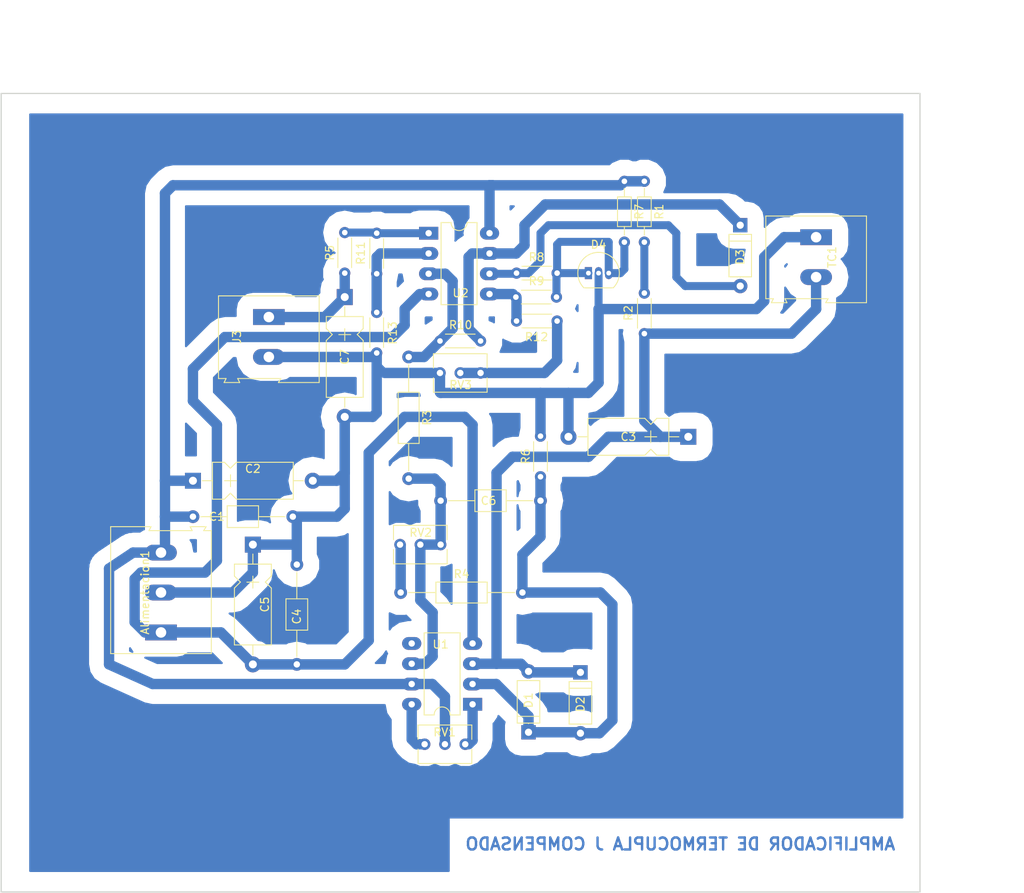
<source format=kicad_pcb>
(kicad_pcb (version 4) (host pcbnew 4.0.7)

  (general
    (links 61)
    (no_connects 0)
    (area 71.424999 30.3 203.492857 141.575001)
    (thickness 1.6)
    (drawings 7)
    (tracks 194)
    (zones 0)
    (modules 32)
    (nets 20)
  )

  (page A4)
  (title_block
    (title "AMPLIFICADOR DE TERMO J COMPENSADO")
    (company UTN-FRA)
  )

  (layers
    (0 F.Cu signal)
    (31 B.Cu signal)
    (32 B.Adhes user)
    (33 F.Adhes user)
    (34 B.Paste user)
    (35 F.Paste user)
    (36 B.SilkS user)
    (37 F.SilkS user)
    (38 B.Mask user)
    (39 F.Mask user)
    (40 Dwgs.User user)
    (41 Cmts.User user)
    (42 Eco1.User user)
    (43 Eco2.User user)
    (44 Edge.Cuts user)
    (45 Margin user)
    (46 B.CrtYd user)
    (47 F.CrtYd user)
    (48 B.Fab user)
    (49 F.Fab user)
  )

  (setup
    (last_trace_width 0.25)
    (user_trace_width 0.5)
    (user_trace_width 0.6)
    (user_trace_width 0.7)
    (user_trace_width 0.8)
    (user_trace_width 0.9)
    (user_trace_width 1)
    (user_trace_width 1.2)
    (user_trace_width 1.3)
    (trace_clearance 0.2)
    (zone_clearance 2)
    (zone_45_only no)
    (trace_min 0.2)
    (segment_width 0.2)
    (edge_width 0.15)
    (via_size 0.6)
    (via_drill 0.4)
    (via_min_size 0.4)
    (via_min_drill 0.3)
    (uvia_size 0.3)
    (uvia_drill 0.1)
    (uvias_allowed no)
    (uvia_min_size 0.2)
    (uvia_min_drill 0.1)
    (pcb_text_width 0.3)
    (pcb_text_size 1.5 1.5)
    (mod_edge_width 0.15)
    (mod_text_size 1 1)
    (mod_text_width 0.15)
    (pad_size 0.9 1)
    (pad_drill 0.6)
    (pad_to_mask_clearance 0.2)
    (aux_axis_origin 0 0)
    (visible_elements 7FFFFFFF)
    (pcbplotparams
      (layerselection 0x01000_80000000)
      (usegerberextensions false)
      (excludeedgelayer true)
      (linewidth 0.100000)
      (plotframeref false)
      (viasonmask false)
      (mode 1)
      (useauxorigin false)
      (hpglpennumber 1)
      (hpglpenspeed 20)
      (hpglpendiameter 15)
      (hpglpenoverlay 2)
      (psnegative false)
      (psa4output false)
      (plotreference true)
      (plotvalue true)
      (plotinvisibletext false)
      (padsonsilk false)
      (subtractmaskfromsilk false)
      (outputformat 4)
      (mirror false)
      (drillshape 0)
      (scaleselection 1)
      (outputdirectory ""))
  )

  (net 0 "")
  (net 1 VEE)
  (net 2 Earth)
  (net 3 VDD)
  (net 4 "Net-(C3-Pad1)")
  (net 5 "Net-(C6-Pad1)")
  (net 6 "Net-(C6-Pad2)")
  (net 7 "Net-(C7-Pad1)")
  (net 8 "Net-(D3-Pad1)")
  (net 9 "Net-(D3-Pad2)")
  (net 10 "Net-(D4-Pad1)")
  (net 11 "Net-(R1-Pad2)")
  (net 12 "Net-(R10-Pad2)")
  (net 13 "Net-(R4-Pad1)")
  (net 14 "Net-(R11-Pad1)")
  (net 15 "Net-(R12-Pad1)")
  (net 16 "Net-(R11-Pad2)")
  (net 17 "Net-(R12-Pad2)")
  (net 18 "Net-(RV1-Pad3)")
  (net 19 "Net-(RV1-Pad1)")

  (net_class Default "Esta es la clase de red por defecto."
    (clearance 0.2)
    (trace_width 0.25)
    (via_dia 0.6)
    (via_drill 0.4)
    (uvia_dia 0.3)
    (uvia_drill 0.1)
    (add_net Earth)
    (add_net "Net-(C3-Pad1)")
    (add_net "Net-(C6-Pad1)")
    (add_net "Net-(C6-Pad2)")
    (add_net "Net-(C7-Pad1)")
    (add_net "Net-(D3-Pad1)")
    (add_net "Net-(D3-Pad2)")
    (add_net "Net-(D4-Pad1)")
    (add_net "Net-(R1-Pad2)")
    (add_net "Net-(R10-Pad2)")
    (add_net "Net-(R11-Pad1)")
    (add_net "Net-(R11-Pad2)")
    (add_net "Net-(R12-Pad1)")
    (add_net "Net-(R12-Pad2)")
    (add_net "Net-(R4-Pad1)")
    (add_net "Net-(RV1-Pad1)")
    (add_net "Net-(RV1-Pad3)")
    (add_net VDD)
    (add_net VEE)
  )

  (module Connectors_Terminal_Blocks:TerminalBlock_Altech_AK300-3_P5.00mm (layer F.Cu) (tedit 5B31B226) (tstamp 5B2BEBD8)
    (at 91.5 109 90)
    (descr "Altech AK300 terminal block, pitch 5.0mm, 45 degree angled, see http://www.mouser.com/ds/2/16/PCBMETRC-24178.pdf")
    (tags "Altech AK300 terminal block pitch 5.0mm")
    (path /5B2BD08C)
    (fp_text reference Alimentacion1 (at 5 -2 90) (layer F.SilkS)
      (effects (font (size 1 1) (thickness 0.15)))
    )
    (fp_text value "-15 GND +15" (at 5 -9 90) (layer F.Fab)
      (effects (font (size 1 1) (thickness 0.15)))
    )
    (fp_text user %R (at 5 -2 90) (layer F.Fab)
      (effects (font (size 1 1) (thickness 0.15)))
    )
    (fp_line (start -2.65 -6.3) (end -2.65 6.3) (layer F.SilkS) (width 0.12))
    (fp_line (start -2.65 6.3) (end 12.75 6.3) (layer F.SilkS) (width 0.12))
    (fp_line (start 12.75 6.3) (end 12.75 5.35) (layer F.SilkS) (width 0.12))
    (fp_line (start 12.75 5.35) (end 13.25 5.65) (layer F.SilkS) (width 0.12))
    (fp_line (start 13.25 5.65) (end 13.25 3.65) (layer F.SilkS) (width 0.12))
    (fp_line (start 13.25 3.65) (end 12.75 3.9) (layer F.SilkS) (width 0.12))
    (fp_line (start 12.75 3.9) (end 12.75 -1.5) (layer F.SilkS) (width 0.12))
    (fp_line (start 12.75 -1.5) (end 13.25 -1.25) (layer F.SilkS) (width 0.12))
    (fp_line (start 13.25 -1.25) (end 13.25 -6.3) (layer F.SilkS) (width 0.12))
    (fp_line (start 13.25 -6.3) (end -2.65 -6.3) (layer F.SilkS) (width 0.12))
    (fp_line (start 12.66 -0.65) (end -2.52 -0.65) (layer F.Fab) (width 0.1))
    (fp_line (start 8.02 3.99) (end 8.02 -0.26) (layer F.Fab) (width 0.1))
    (fp_line (start 12.09 6.21) (end 7.58 6.21) (layer F.Fab) (width 0.1))
    (fp_line (start 7.58 -3.19) (end 12.6 -3.19) (layer F.Fab) (width 0.1))
    (fp_line (start -2.58 -6.23) (end 12.66 -6.23) (layer F.Fab) (width 0.1))
    (fp_line (start 8.42 -0.26) (end 11.72 -0.26) (layer F.Fab) (width 0.1))
    (fp_line (start 8.04 -0.26) (end 8.42 -0.26) (layer F.Fab) (width 0.1))
    (fp_line (start 12.1 -0.26) (end 11.72 -0.26) (layer F.Fab) (width 0.1))
    (fp_line (start 8.57 -4.33) (end 11.62 -4.96) (layer F.Fab) (width 0.1))
    (fp_line (start 8.44 -4.46) (end 11.49 -5.09) (layer F.Fab) (width 0.1))
    (fp_line (start 12.1 -3.44) (end 8.04 -3.44) (layer F.Fab) (width 0.1))
    (fp_line (start 12.1 -5.98) (end 12.1 -3.44) (layer F.Fab) (width 0.1))
    (fp_line (start 8.04 -5.98) (end 12.1 -5.98) (layer F.Fab) (width 0.1))
    (fp_line (start 8.04 -3.44) (end 8.04 -5.98) (layer F.Fab) (width 0.1))
    (fp_line (start 12.66 -3.19) (end 12.66 -1.66) (layer F.Fab) (width 0.1))
    (fp_line (start 12.66 -0.65) (end 12.66 4.05) (layer F.Fab) (width 0.1))
    (fp_line (start 12.66 -1.66) (end 12.66 -0.65) (layer F.Fab) (width 0.1))
    (fp_line (start 11.72 0.5) (end 11.34 0.5) (layer F.Fab) (width 0.1))
    (fp_line (start 8.42 0.5) (end 8.8 0.5) (layer F.Fab) (width 0.1))
    (fp_line (start 8.42 3.67) (end 8.42 0.5) (layer F.Fab) (width 0.1))
    (fp_line (start 11.72 3.67) (end 8.42 3.67) (layer F.Fab) (width 0.1))
    (fp_line (start 11.72 3.67) (end 11.72 0.5) (layer F.Fab) (width 0.1))
    (fp_line (start 12.1 4.31) (end 12.1 6.21) (layer F.Fab) (width 0.1))
    (fp_line (start 8.04 4.31) (end 12.1 4.31) (layer F.Fab) (width 0.1))
    (fp_line (start 12.1 6.21) (end 12.66 6.21) (layer F.Fab) (width 0.1))
    (fp_line (start 12.1 -0.26) (end 12.1 4.31) (layer F.Fab) (width 0.1))
    (fp_line (start 8.04 6.21) (end 8.04 4.31) (layer F.Fab) (width 0.1))
    (fp_line (start 13.17 3.8) (end 13.17 5.45) (layer F.Fab) (width 0.1))
    (fp_line (start 12.66 4.05) (end 12.66 5.2) (layer F.Fab) (width 0.1))
    (fp_line (start 13.17 3.8) (end 12.66 4.05) (layer F.Fab) (width 0.1))
    (fp_line (start 12.66 5.2) (end 12.66 6.21) (layer F.Fab) (width 0.1))
    (fp_line (start 13.17 5.45) (end 12.66 5.2) (layer F.Fab) (width 0.1))
    (fp_line (start 13.17 -1.41) (end 12.66 -1.66) (layer F.Fab) (width 0.1))
    (fp_line (start 13.17 -6.23) (end 13.17 -1.41) (layer F.Fab) (width 0.1))
    (fp_line (start 12.66 -6.23) (end 13.17 -6.23) (layer F.Fab) (width 0.1))
    (fp_line (start 12.66 -6.23) (end 12.66 -3.19) (layer F.Fab) (width 0.1))
    (fp_line (start 8.8 2.53) (end 8.8 -0.26) (layer F.Fab) (width 0.1))
    (fp_line (start 8.8 -0.26) (end 11.34 -0.26) (layer F.Fab) (width 0.1))
    (fp_line (start 11.34 2.53) (end 11.34 -0.26) (layer F.Fab) (width 0.1))
    (fp_line (start 8.8 2.53) (end 11.34 2.53) (layer F.Fab) (width 0.1))
    (fp_line (start -1.28 2.53) (end 1.26 2.53) (layer F.Fab) (width 0.1))
    (fp_line (start 1.26 2.53) (end 1.26 -0.26) (layer F.Fab) (width 0.1))
    (fp_line (start -1.28 -0.26) (end 1.26 -0.26) (layer F.Fab) (width 0.1))
    (fp_line (start -1.28 2.53) (end -1.28 -0.26) (layer F.Fab) (width 0.1))
    (fp_line (start 3.72 2.53) (end 6.26 2.53) (layer F.Fab) (width 0.1))
    (fp_line (start 6.26 2.53) (end 6.26 -0.26) (layer F.Fab) (width 0.1))
    (fp_line (start 3.72 -0.26) (end 6.26 -0.26) (layer F.Fab) (width 0.1))
    (fp_line (start 3.72 2.53) (end 3.72 -0.26) (layer F.Fab) (width 0.1))
    (fp_line (start 8.02 5.2) (end 8.02 6.21) (layer F.Fab) (width 0.1))
    (fp_line (start 8.02 4.05) (end 8.02 5.2) (layer F.Fab) (width 0.1))
    (fp_line (start 2.96 6.21) (end 2.96 4.31) (layer F.Fab) (width 0.1))
    (fp_line (start 7.02 -0.26) (end 7.02 4.31) (layer F.Fab) (width 0.1))
    (fp_line (start 2.96 6.21) (end 7.02 6.21) (layer F.Fab) (width 0.1))
    (fp_line (start 7.02 6.21) (end 7.58 6.21) (layer F.Fab) (width 0.1))
    (fp_line (start 2.02 6.21) (end 2.02 4.31) (layer F.Fab) (width 0.1))
    (fp_line (start 2.02 6.21) (end 2.96 6.21) (layer F.Fab) (width 0.1))
    (fp_line (start -2.05 -0.26) (end -2.05 4.31) (layer F.Fab) (width 0.1))
    (fp_line (start -2.58 6.21) (end -2.05 6.21) (layer F.Fab) (width 0.1))
    (fp_line (start -2.05 6.21) (end 2.02 6.21) (layer F.Fab) (width 0.1))
    (fp_line (start 2.96 4.31) (end 7.02 4.31) (layer F.Fab) (width 0.1))
    (fp_line (start 2.96 4.31) (end 2.96 -0.26) (layer F.Fab) (width 0.1))
    (fp_line (start 7.02 4.31) (end 7.02 6.21) (layer F.Fab) (width 0.1))
    (fp_line (start 2.02 4.31) (end -2.05 4.31) (layer F.Fab) (width 0.1))
    (fp_line (start 2.02 4.31) (end 2.02 -0.26) (layer F.Fab) (width 0.1))
    (fp_line (start -2.05 4.31) (end -2.05 6.21) (layer F.Fab) (width 0.1))
    (fp_line (start 6.64 3.67) (end 6.64 0.5) (layer F.Fab) (width 0.1))
    (fp_line (start 6.64 3.67) (end 3.34 3.67) (layer F.Fab) (width 0.1))
    (fp_line (start 3.34 3.67) (end 3.34 0.5) (layer F.Fab) (width 0.1))
    (fp_line (start 1.64 3.67) (end 1.64 0.5) (layer F.Fab) (width 0.1))
    (fp_line (start 1.64 3.67) (end -1.67 3.67) (layer F.Fab) (width 0.1))
    (fp_line (start -1.67 3.67) (end -1.67 0.5) (layer F.Fab) (width 0.1))
    (fp_line (start -1.67 0.5) (end -1.28 0.5) (layer F.Fab) (width 0.1))
    (fp_line (start 1.64 0.5) (end 1.26 0.5) (layer F.Fab) (width 0.1))
    (fp_line (start 3.34 0.5) (end 3.72 0.5) (layer F.Fab) (width 0.1))
    (fp_line (start 6.64 0.5) (end 6.26 0.5) (layer F.Fab) (width 0.1))
    (fp_line (start -2.58 6.21) (end -2.58 -0.65) (layer F.Fab) (width 0.1))
    (fp_line (start -2.58 -0.65) (end -2.58 -3.19) (layer F.Fab) (width 0.1))
    (fp_line (start -2.58 -3.19) (end 7.58 -3.19) (layer F.Fab) (width 0.1))
    (fp_line (start -2.58 -3.19) (end -2.58 -6.23) (layer F.Fab) (width 0.1))
    (fp_line (start 2.96 -3.44) (end 2.96 -5.98) (layer F.Fab) (width 0.1))
    (fp_line (start 2.96 -5.98) (end 7.02 -5.98) (layer F.Fab) (width 0.1))
    (fp_line (start 7.02 -5.98) (end 7.02 -3.44) (layer F.Fab) (width 0.1))
    (fp_line (start 7.02 -3.44) (end 2.96 -3.44) (layer F.Fab) (width 0.1))
    (fp_line (start 2.02 -3.44) (end 2.02 -5.98) (layer F.Fab) (width 0.1))
    (fp_line (start 2.02 -3.44) (end -2.05 -3.44) (layer F.Fab) (width 0.1))
    (fp_line (start -2.05 -3.44) (end -2.05 -5.98) (layer F.Fab) (width 0.1))
    (fp_line (start 2.02 -5.98) (end -2.05 -5.98) (layer F.Fab) (width 0.1))
    (fp_line (start 3.36 -4.46) (end 6.41 -5.09) (layer F.Fab) (width 0.1))
    (fp_line (start 3.49 -4.33) (end 6.54 -4.96) (layer F.Fab) (width 0.1))
    (fp_line (start -1.64 -4.46) (end 1.41 -5.09) (layer F.Fab) (width 0.1))
    (fp_line (start -1.51 -4.33) (end 1.53 -4.96) (layer F.Fab) (width 0.1))
    (fp_line (start -2.05 -0.26) (end -1.67 -0.26) (layer F.Fab) (width 0.1))
    (fp_line (start 2.02 -0.26) (end 1.64 -0.26) (layer F.Fab) (width 0.1))
    (fp_line (start 1.64 -0.26) (end -1.67 -0.26) (layer F.Fab) (width 0.1))
    (fp_line (start 7.02 -0.26) (end 6.64 -0.26) (layer F.Fab) (width 0.1))
    (fp_line (start 2.96 -0.26) (end 3.34 -0.26) (layer F.Fab) (width 0.1))
    (fp_line (start 3.34 -0.26) (end 6.64 -0.26) (layer F.Fab) (width 0.1))
    (fp_line (start -2.83 -6.48) (end 13.42 -6.48) (layer F.CrtYd) (width 0.05))
    (fp_line (start -2.83 -6.48) (end -2.83 6.46) (layer F.CrtYd) (width 0.05))
    (fp_line (start 13.42 6.46) (end 13.42 -6.48) (layer F.CrtYd) (width 0.05))
    (fp_line (start 13.42 6.46) (end -2.83 6.46) (layer F.CrtYd) (width 0.05))
    (fp_arc (start 8.93 -4.66) (end 8.64 -4.14) (angle 104.2) (layer F.Fab) (width 0.1))
    (fp_arc (start 10.04 -3.72) (end 8.44 -5.01) (angle 100) (layer F.Fab) (width 0.1))
    (fp_arc (start 10.12 -6.08) (end 11.58 -4.13) (angle 75.5) (layer F.Fab) (width 0.1))
    (fp_arc (start 11.09 -4.6) (end 11.59 -5.06) (angle 90.5) (layer F.Fab) (width 0.1))
    (fp_arc (start 6.01 -4.6) (end 6.51 -5.06) (angle 90.5) (layer F.Fab) (width 0.1))
    (fp_arc (start 5.04 -6.08) (end 6.5 -4.13) (angle 75.5) (layer F.Fab) (width 0.1))
    (fp_arc (start 4.96 -3.72) (end 3.36 -5.01) (angle 100) (layer F.Fab) (width 0.1))
    (fp_arc (start 3.85 -4.66) (end 3.56 -4.14) (angle 104.2) (layer F.Fab) (width 0.1))
    (fp_arc (start 1 -4.6) (end 1.51 -5.06) (angle 90.5) (layer F.Fab) (width 0.1))
    (fp_arc (start 0.04 -6.08) (end 1.5 -4.13) (angle 75.5) (layer F.Fab) (width 0.1))
    (fp_arc (start -0.04 -3.72) (end -1.64 -5.01) (angle 100) (layer F.Fab) (width 0.1))
    (fp_arc (start -1.16 -4.66) (end -1.44 -4.14) (angle 104.2) (layer F.Fab) (width 0.1))
    (pad 1 thru_hole rect (at 0 0 90) (size 1.98 3.96) (drill 1.32) (layers *.Cu *.Mask)
      (net 1 VEE))
    (pad 2 thru_hole oval (at 5 0 90) (size 1.98 3.96) (drill 1.32) (layers *.Cu *.Mask)
      (net 2 Earth))
    (pad 3 thru_hole oval (at 10 0 90) (size 1.98 3.96) (drill 1.32) (layers *.Cu *.Mask)
      (net 3 VDD))
    (model ${KISYS3DMOD}/Terminal_Blocks.3dshapes/TerminalBlock_Altech_AK300-3_P5.00mm.wrl
      (at (xyz 0 0 0))
      (scale (xyz 1 1 1))
      (rotate (xyz 0 0 0))
    )
  )

  (module Capacitors_THT:C_Axial_L3.8mm_D2.6mm_P12.50mm_Horizontal (layer F.Cu) (tedit 5B31B175) (tstamp 5B2BEBDE)
    (at 95.5 94.5)
    (descr "C, Axial series, Axial, Horizontal, pin pitch=12.5mm, , length*diameter=3.8*2.6mm^2, http://www.vishay.com/docs/45231/arseries.pdf")
    (tags "C Axial series Axial Horizontal pin pitch 12.5mm  length 3.8mm diameter 2.6mm")
    (path /5B29396E)
    (fp_text reference C1 (at 3 0) (layer F.SilkS)
      (effects (font (size 1 1) (thickness 0.15)))
    )
    (fp_text value 0.1uF (at 9.5 0) (layer F.Fab)
      (effects (font (size 1 1) (thickness 0.15)))
    )
    (fp_line (start 4.35 -1.3) (end 4.35 1.3) (layer F.Fab) (width 0.1))
    (fp_line (start 4.35 1.3) (end 8.15 1.3) (layer F.Fab) (width 0.1))
    (fp_line (start 8.15 1.3) (end 8.15 -1.3) (layer F.Fab) (width 0.1))
    (fp_line (start 8.15 -1.3) (end 4.35 -1.3) (layer F.Fab) (width 0.1))
    (fp_line (start 0 0) (end 4.35 0) (layer F.Fab) (width 0.1))
    (fp_line (start 12.5 0) (end 8.15 0) (layer F.Fab) (width 0.1))
    (fp_line (start 4.29 -1.36) (end 4.29 1.36) (layer F.SilkS) (width 0.12))
    (fp_line (start 4.29 1.36) (end 8.21 1.36) (layer F.SilkS) (width 0.12))
    (fp_line (start 8.21 1.36) (end 8.21 -1.36) (layer F.SilkS) (width 0.12))
    (fp_line (start 8.21 -1.36) (end 4.29 -1.36) (layer F.SilkS) (width 0.12))
    (fp_line (start 0.98 0) (end 4.29 0) (layer F.SilkS) (width 0.12))
    (fp_line (start 11.52 0) (end 8.21 0) (layer F.SilkS) (width 0.12))
    (fp_line (start -1.05 -1.65) (end -1.05 1.65) (layer F.CrtYd) (width 0.05))
    (fp_line (start -1.05 1.65) (end 13.55 1.65) (layer F.CrtYd) (width 0.05))
    (fp_line (start 13.55 1.65) (end 13.55 -1.65) (layer F.CrtYd) (width 0.05))
    (fp_line (start 13.55 -1.65) (end -1.05 -1.65) (layer F.CrtYd) (width 0.05))
    (fp_text user %R (at 3 0) (layer F.Fab)
      (effects (font (size 1 1) (thickness 0.15)))
    )
    (pad 1 thru_hole circle (at 0 0) (size 1.6 1.6) (drill 0.8) (layers *.Cu *.Mask)
      (net 3 VDD))
    (pad 2 thru_hole oval (at 12.5 0) (size 1.6 1.6) (drill 0.8) (layers *.Cu *.Mask)
      (net 2 Earth))
    (model ${KISYS3DMOD}/Capacitors_THT.3dshapes/C_Axial_L3.8mm_D2.6mm_P12.50mm_Horizontal.wrl
      (at (xyz 0 0 0))
      (scale (xyz 1 1 1))
      (rotate (xyz 0 0 0))
    )
  )

  (module Capacitors_THT:CP_Axial_L10.0mm_D4.5mm_P15.00mm_Horizontal (layer F.Cu) (tedit 5B31B165) (tstamp 5B2BEBE4)
    (at 95.5 90)
    (descr "CP, Axial series, Axial, Horizontal, pin pitch=15mm, , length*diameter=10*4.5mm^2, Electrolytic Capacitor, , http://www.vishay.com/docs/28325/021asm.pdf")
    (tags "CP Axial series Axial Horizontal pin pitch 15mm  length 10mm diameter 4.5mm Electrolytic Capacitor")
    (path /5B29443D)
    (fp_text reference C2 (at 7.5 -1.5) (layer F.SilkS)
      (effects (font (size 1 1) (thickness 0.15)))
    )
    (fp_text value 100uF (at 7.5 1.5) (layer F.Fab)
      (effects (font (size 1 1) (thickness 0.15)))
    )
    (fp_line (start 2.5 -2.25) (end 2.5 2.25) (layer F.Fab) (width 0.1))
    (fp_line (start 12.5 -2.25) (end 12.5 2.25) (layer F.Fab) (width 0.1))
    (fp_line (start 2.5 -2.25) (end 3.94 -2.25) (layer F.Fab) (width 0.1))
    (fp_line (start 3.94 -2.25) (end 4.69 -1.5) (layer F.Fab) (width 0.1))
    (fp_line (start 4.69 -1.5) (end 5.44 -2.25) (layer F.Fab) (width 0.1))
    (fp_line (start 5.44 -2.25) (end 12.5 -2.25) (layer F.Fab) (width 0.1))
    (fp_line (start 2.5 2.25) (end 3.94 2.25) (layer F.Fab) (width 0.1))
    (fp_line (start 3.94 2.25) (end 4.69 1.5) (layer F.Fab) (width 0.1))
    (fp_line (start 4.69 1.5) (end 5.44 2.25) (layer F.Fab) (width 0.1))
    (fp_line (start 5.44 2.25) (end 12.5 2.25) (layer F.Fab) (width 0.1))
    (fp_line (start 0 0) (end 2.5 0) (layer F.Fab) (width 0.1))
    (fp_line (start 15 0) (end 12.5 0) (layer F.Fab) (width 0.1))
    (fp_line (start 3.95 0) (end 5.45 0) (layer F.Fab) (width 0.1))
    (fp_line (start 4.7 -0.75) (end 4.7 0.75) (layer F.Fab) (width 0.1))
    (fp_line (start 3.95 0) (end 5.45 0) (layer F.SilkS) (width 0.12))
    (fp_line (start 4.7 -0.75) (end 4.7 0.75) (layer F.SilkS) (width 0.12))
    (fp_line (start 2.44 -2.31) (end 2.44 2.31) (layer F.SilkS) (width 0.12))
    (fp_line (start 12.56 -2.31) (end 12.56 2.31) (layer F.SilkS) (width 0.12))
    (fp_line (start 2.44 -2.31) (end 3.94 -2.31) (layer F.SilkS) (width 0.12))
    (fp_line (start 3.94 -2.31) (end 4.69 -1.56) (layer F.SilkS) (width 0.12))
    (fp_line (start 4.69 -1.56) (end 5.44 -2.31) (layer F.SilkS) (width 0.12))
    (fp_line (start 5.44 -2.31) (end 12.56 -2.31) (layer F.SilkS) (width 0.12))
    (fp_line (start 2.44 2.31) (end 3.94 2.31) (layer F.SilkS) (width 0.12))
    (fp_line (start 3.94 2.31) (end 4.69 1.56) (layer F.SilkS) (width 0.12))
    (fp_line (start 4.69 1.56) (end 5.44 2.31) (layer F.SilkS) (width 0.12))
    (fp_line (start 5.44 2.31) (end 12.56 2.31) (layer F.SilkS) (width 0.12))
    (fp_line (start 1.18 0) (end 2.44 0) (layer F.SilkS) (width 0.12))
    (fp_line (start 13.82 0) (end 12.56 0) (layer F.SilkS) (width 0.12))
    (fp_line (start -1.25 -2.6) (end -1.25 2.6) (layer F.CrtYd) (width 0.05))
    (fp_line (start -1.25 2.6) (end 16.25 2.6) (layer F.CrtYd) (width 0.05))
    (fp_line (start 16.25 2.6) (end 16.25 -2.6) (layer F.CrtYd) (width 0.05))
    (fp_line (start 16.25 -2.6) (end -1.25 -2.6) (layer F.CrtYd) (width 0.05))
    (fp_text user %R (at 7.5 -1.5) (layer F.Fab)
      (effects (font (size 1 1) (thickness 0.15)))
    )
    (pad 1 thru_hole rect (at 0 0) (size 2 2) (drill 1) (layers *.Cu *.Mask)
      (net 3 VDD))
    (pad 2 thru_hole oval (at 15 0) (size 2 2) (drill 1) (layers *.Cu *.Mask)
      (net 2 Earth))
    (model ${KISYS3DMOD}/Capacitors_THT.3dshapes/CP_Axial_L10.0mm_D4.5mm_P15.00mm_Horizontal.wrl
      (at (xyz 0 0 0))
      (scale (xyz 1 1 1))
      (rotate (xyz 0 0 0))
    )
  )

  (module Capacitors_THT:CP_Axial_L10.0mm_D4.5mm_P15.00mm_Horizontal (layer F.Cu) (tedit 5B31B230) (tstamp 5B2BEBEA)
    (at 157.5 84.5 180)
    (descr "CP, Axial series, Axial, Horizontal, pin pitch=15mm, , length*diameter=10*4.5mm^2, Electrolytic Capacitor, , http://www.vishay.com/docs/28325/021asm.pdf")
    (tags "CP Axial series Axial Horizontal pin pitch 15mm  length 10mm diameter 4.5mm Electrolytic Capacitor")
    (path /5B2943D6)
    (fp_text reference C3 (at 7.5 0 180) (layer F.SilkS)
      (effects (font (size 1 1) (thickness 0.15)))
    )
    (fp_text value 1uF (at 7.5 1.5 180) (layer F.Fab)
      (effects (font (size 1 1) (thickness 0.15)))
    )
    (fp_line (start 2.5 -2.25) (end 2.5 2.25) (layer F.Fab) (width 0.1))
    (fp_line (start 12.5 -2.25) (end 12.5 2.25) (layer F.Fab) (width 0.1))
    (fp_line (start 2.5 -2.25) (end 3.94 -2.25) (layer F.Fab) (width 0.1))
    (fp_line (start 3.94 -2.25) (end 4.69 -1.5) (layer F.Fab) (width 0.1))
    (fp_line (start 4.69 -1.5) (end 5.44 -2.25) (layer F.Fab) (width 0.1))
    (fp_line (start 5.44 -2.25) (end 12.5 -2.25) (layer F.Fab) (width 0.1))
    (fp_line (start 2.5 2.25) (end 3.94 2.25) (layer F.Fab) (width 0.1))
    (fp_line (start 3.94 2.25) (end 4.69 1.5) (layer F.Fab) (width 0.1))
    (fp_line (start 4.69 1.5) (end 5.44 2.25) (layer F.Fab) (width 0.1))
    (fp_line (start 5.44 2.25) (end 12.5 2.25) (layer F.Fab) (width 0.1))
    (fp_line (start 0 0) (end 2.5 0) (layer F.Fab) (width 0.1))
    (fp_line (start 15 0) (end 12.5 0) (layer F.Fab) (width 0.1))
    (fp_line (start 3.95 0) (end 5.45 0) (layer F.Fab) (width 0.1))
    (fp_line (start 4.7 -0.75) (end 4.7 0.75) (layer F.Fab) (width 0.1))
    (fp_line (start 3.95 0) (end 5.45 0) (layer F.SilkS) (width 0.12))
    (fp_line (start 4.7 -0.75) (end 4.7 0.75) (layer F.SilkS) (width 0.12))
    (fp_line (start 2.44 -2.31) (end 2.44 2.31) (layer F.SilkS) (width 0.12))
    (fp_line (start 12.56 -2.31) (end 12.56 2.31) (layer F.SilkS) (width 0.12))
    (fp_line (start 2.44 -2.31) (end 3.94 -2.31) (layer F.SilkS) (width 0.12))
    (fp_line (start 3.94 -2.31) (end 4.69 -1.56) (layer F.SilkS) (width 0.12))
    (fp_line (start 4.69 -1.56) (end 5.44 -2.31) (layer F.SilkS) (width 0.12))
    (fp_line (start 5.44 -2.31) (end 12.56 -2.31) (layer F.SilkS) (width 0.12))
    (fp_line (start 2.44 2.31) (end 3.94 2.31) (layer F.SilkS) (width 0.12))
    (fp_line (start 3.94 2.31) (end 4.69 1.56) (layer F.SilkS) (width 0.12))
    (fp_line (start 4.69 1.56) (end 5.44 2.31) (layer F.SilkS) (width 0.12))
    (fp_line (start 5.44 2.31) (end 12.56 2.31) (layer F.SilkS) (width 0.12))
    (fp_line (start 1.18 0) (end 2.44 0) (layer F.SilkS) (width 0.12))
    (fp_line (start 13.82 0) (end 12.56 0) (layer F.SilkS) (width 0.12))
    (fp_line (start -1.25 -2.6) (end -1.25 2.6) (layer F.CrtYd) (width 0.05))
    (fp_line (start -1.25 2.6) (end 16.25 2.6) (layer F.CrtYd) (width 0.05))
    (fp_line (start 16.25 2.6) (end 16.25 -2.6) (layer F.CrtYd) (width 0.05))
    (fp_line (start 16.25 -2.6) (end -1.25 -2.6) (layer F.CrtYd) (width 0.05))
    (fp_text user %R (at 7.5 0 180) (layer F.Fab)
      (effects (font (size 1 1) (thickness 0.15)))
    )
    (pad 1 thru_hole rect (at 0 0 180) (size 2 2) (drill 1) (layers *.Cu *.Mask)
      (net 4 "Net-(C3-Pad1)"))
    (pad 2 thru_hole oval (at 15 0 180) (size 2 2) (drill 1) (layers *.Cu *.Mask)
      (net 2 Earth))
    (model ${KISYS3DMOD}/Capacitors_THT.3dshapes/CP_Axial_L10.0mm_D4.5mm_P15.00mm_Horizontal.wrl
      (at (xyz 0 0 0))
      (scale (xyz 1 1 1))
      (rotate (xyz 0 0 0))
    )
  )

  (module Capacitors_THT:C_Axial_L3.8mm_D2.6mm_P12.50mm_Horizontal (layer F.Cu) (tedit 5B31B1B8) (tstamp 5B2BEBF0)
    (at 108.5 100.5 270)
    (descr "C, Axial series, Axial, Horizontal, pin pitch=12.5mm, , length*diameter=3.8*2.6mm^2, http://www.vishay.com/docs/45231/arseries.pdf")
    (tags "C Axial series Axial Horizontal pin pitch 12.5mm  length 3.8mm diameter 2.6mm")
    (path /5B293A1B)
    (fp_text reference C4 (at 6.5 0 270) (layer F.SilkS)
      (effects (font (size 1 1) (thickness 0.15)))
    )
    (fp_text value 0.1uF (at 3 0 270) (layer F.Fab)
      (effects (font (size 1 1) (thickness 0.15)))
    )
    (fp_line (start 4.35 -1.3) (end 4.35 1.3) (layer F.Fab) (width 0.1))
    (fp_line (start 4.35 1.3) (end 8.15 1.3) (layer F.Fab) (width 0.1))
    (fp_line (start 8.15 1.3) (end 8.15 -1.3) (layer F.Fab) (width 0.1))
    (fp_line (start 8.15 -1.3) (end 4.35 -1.3) (layer F.Fab) (width 0.1))
    (fp_line (start 0 0) (end 4.35 0) (layer F.Fab) (width 0.1))
    (fp_line (start 12.5 0) (end 8.15 0) (layer F.Fab) (width 0.1))
    (fp_line (start 4.29 -1.36) (end 4.29 1.36) (layer F.SilkS) (width 0.12))
    (fp_line (start 4.29 1.36) (end 8.21 1.36) (layer F.SilkS) (width 0.12))
    (fp_line (start 8.21 1.36) (end 8.21 -1.36) (layer F.SilkS) (width 0.12))
    (fp_line (start 8.21 -1.36) (end 4.29 -1.36) (layer F.SilkS) (width 0.12))
    (fp_line (start 0.98 0) (end 4.29 0) (layer F.SilkS) (width 0.12))
    (fp_line (start 11.52 0) (end 8.21 0) (layer F.SilkS) (width 0.12))
    (fp_line (start -1.05 -1.65) (end -1.05 1.65) (layer F.CrtYd) (width 0.05))
    (fp_line (start -1.05 1.65) (end 13.55 1.65) (layer F.CrtYd) (width 0.05))
    (fp_line (start 13.55 1.65) (end 13.55 -1.65) (layer F.CrtYd) (width 0.05))
    (fp_line (start 13.55 -1.65) (end -1.05 -1.65) (layer F.CrtYd) (width 0.05))
    (fp_text user %R (at 6.5 0 270) (layer F.Fab)
      (effects (font (size 1 1) (thickness 0.15)))
    )
    (pad 1 thru_hole circle (at 0 0 270) (size 1.6 1.6) (drill 0.8) (layers *.Cu *.Mask)
      (net 2 Earth))
    (pad 2 thru_hole oval (at 12.5 0 270) (size 1.6 1.6) (drill 0.8) (layers *.Cu *.Mask)
      (net 1 VEE))
    (model ${KISYS3DMOD}/Capacitors_THT.3dshapes/C_Axial_L3.8mm_D2.6mm_P12.50mm_Horizontal.wrl
      (at (xyz 0 0 0))
      (scale (xyz 1 1 1))
      (rotate (xyz 0 0 0))
    )
  )

  (module Capacitors_THT:CP_Axial_L10.0mm_D4.5mm_P15.00mm_Horizontal (layer F.Cu) (tedit 5B31B18F) (tstamp 5B2BEBF6)
    (at 103 98 270)
    (descr "CP, Axial series, Axial, Horizontal, pin pitch=15mm, , length*diameter=10*4.5mm^2, Electrolytic Capacitor, , http://www.vishay.com/docs/28325/021asm.pdf")
    (tags "CP Axial series Axial Horizontal pin pitch 15mm  length 10mm diameter 4.5mm Electrolytic Capacitor")
    (path /5B294376)
    (fp_text reference C5 (at 7.5 -1.5 270) (layer F.SilkS)
      (effects (font (size 1 1) (thickness 0.15)))
    )
    (fp_text value 100uF (at 7.5 1 270) (layer F.Fab)
      (effects (font (size 1 1) (thickness 0.15)))
    )
    (fp_line (start 2.5 -2.25) (end 2.5 2.25) (layer F.Fab) (width 0.1))
    (fp_line (start 12.5 -2.25) (end 12.5 2.25) (layer F.Fab) (width 0.1))
    (fp_line (start 2.5 -2.25) (end 3.94 -2.25) (layer F.Fab) (width 0.1))
    (fp_line (start 3.94 -2.25) (end 4.69 -1.5) (layer F.Fab) (width 0.1))
    (fp_line (start 4.69 -1.5) (end 5.44 -2.25) (layer F.Fab) (width 0.1))
    (fp_line (start 5.44 -2.25) (end 12.5 -2.25) (layer F.Fab) (width 0.1))
    (fp_line (start 2.5 2.25) (end 3.94 2.25) (layer F.Fab) (width 0.1))
    (fp_line (start 3.94 2.25) (end 4.69 1.5) (layer F.Fab) (width 0.1))
    (fp_line (start 4.69 1.5) (end 5.44 2.25) (layer F.Fab) (width 0.1))
    (fp_line (start 5.44 2.25) (end 12.5 2.25) (layer F.Fab) (width 0.1))
    (fp_line (start 0 0) (end 2.5 0) (layer F.Fab) (width 0.1))
    (fp_line (start 15 0) (end 12.5 0) (layer F.Fab) (width 0.1))
    (fp_line (start 3.95 0) (end 5.45 0) (layer F.Fab) (width 0.1))
    (fp_line (start 4.7 -0.75) (end 4.7 0.75) (layer F.Fab) (width 0.1))
    (fp_line (start 3.95 0) (end 5.45 0) (layer F.SilkS) (width 0.12))
    (fp_line (start 4.7 -0.75) (end 4.7 0.75) (layer F.SilkS) (width 0.12))
    (fp_line (start 2.44 -2.31) (end 2.44 2.31) (layer F.SilkS) (width 0.12))
    (fp_line (start 12.56 -2.31) (end 12.56 2.31) (layer F.SilkS) (width 0.12))
    (fp_line (start 2.44 -2.31) (end 3.94 -2.31) (layer F.SilkS) (width 0.12))
    (fp_line (start 3.94 -2.31) (end 4.69 -1.56) (layer F.SilkS) (width 0.12))
    (fp_line (start 4.69 -1.56) (end 5.44 -2.31) (layer F.SilkS) (width 0.12))
    (fp_line (start 5.44 -2.31) (end 12.56 -2.31) (layer F.SilkS) (width 0.12))
    (fp_line (start 2.44 2.31) (end 3.94 2.31) (layer F.SilkS) (width 0.12))
    (fp_line (start 3.94 2.31) (end 4.69 1.56) (layer F.SilkS) (width 0.12))
    (fp_line (start 4.69 1.56) (end 5.44 2.31) (layer F.SilkS) (width 0.12))
    (fp_line (start 5.44 2.31) (end 12.56 2.31) (layer F.SilkS) (width 0.12))
    (fp_line (start 1.18 0) (end 2.44 0) (layer F.SilkS) (width 0.12))
    (fp_line (start 13.82 0) (end 12.56 0) (layer F.SilkS) (width 0.12))
    (fp_line (start -1.25 -2.6) (end -1.25 2.6) (layer F.CrtYd) (width 0.05))
    (fp_line (start -1.25 2.6) (end 16.25 2.6) (layer F.CrtYd) (width 0.05))
    (fp_line (start 16.25 2.6) (end 16.25 -2.6) (layer F.CrtYd) (width 0.05))
    (fp_line (start 16.25 -2.6) (end -1.25 -2.6) (layer F.CrtYd) (width 0.05))
    (fp_text user %R (at 7.5 -1.5 270) (layer F.Fab)
      (effects (font (size 1 1) (thickness 0.15)))
    )
    (pad 1 thru_hole rect (at 0 0 270) (size 2 2) (drill 1) (layers *.Cu *.Mask)
      (net 2 Earth))
    (pad 2 thru_hole oval (at 15 0 270) (size 2 2) (drill 1) (layers *.Cu *.Mask)
      (net 1 VEE))
    (model ${KISYS3DMOD}/Capacitors_THT.3dshapes/CP_Axial_L10.0mm_D4.5mm_P15.00mm_Horizontal.wrl
      (at (xyz 0 0 0))
      (scale (xyz 1 1 1))
      (rotate (xyz 0 0 0))
    )
  )

  (module Capacitors_THT:C_Axial_L3.8mm_D2.6mm_P12.50mm_Horizontal (layer F.Cu) (tedit 5B3273E4) (tstamp 5B2BEBFC)
    (at 126.5 92.5)
    (descr "C, Axial series, Axial, Horizontal, pin pitch=12.5mm, , length*diameter=3.8*2.6mm^2, http://www.vishay.com/docs/45231/arseries.pdf")
    (tags "C Axial series Axial Horizontal pin pitch 12.5mm  length 3.8mm diameter 2.6mm")
    (path /5B293A61)
    (fp_text reference C6 (at 6 0) (layer F.SilkS)
      (effects (font (size 1 1) (thickness 0.15)))
    )
    (fp_text value 0.1uF (at 9.5 0) (layer F.Fab)
      (effects (font (size 1 1) (thickness 0.15)))
    )
    (fp_line (start 4.35 -1.3) (end 4.35 1.3) (layer F.Fab) (width 0.1))
    (fp_line (start 4.35 1.3) (end 8.15 1.3) (layer F.Fab) (width 0.1))
    (fp_line (start 8.15 1.3) (end 8.15 -1.3) (layer F.Fab) (width 0.1))
    (fp_line (start 8.15 -1.3) (end 4.35 -1.3) (layer F.Fab) (width 0.1))
    (fp_line (start 0 0) (end 4.35 0) (layer F.Fab) (width 0.1))
    (fp_line (start 12.5 0) (end 8.15 0) (layer F.Fab) (width 0.1))
    (fp_line (start 4.29 -1.36) (end 4.29 1.36) (layer F.SilkS) (width 0.12))
    (fp_line (start 4.29 1.36) (end 8.21 1.36) (layer F.SilkS) (width 0.12))
    (fp_line (start 8.21 1.36) (end 8.21 -1.36) (layer F.SilkS) (width 0.12))
    (fp_line (start 8.21 -1.36) (end 4.29 -1.36) (layer F.SilkS) (width 0.12))
    (fp_line (start 0.98 0) (end 4.29 0) (layer F.SilkS) (width 0.12))
    (fp_line (start 11.52 0) (end 8.21 0) (layer F.SilkS) (width 0.12))
    (fp_line (start -1.05 -1.65) (end -1.05 1.65) (layer F.CrtYd) (width 0.05))
    (fp_line (start -1.05 1.65) (end 13.55 1.65) (layer F.CrtYd) (width 0.05))
    (fp_line (start 13.55 1.65) (end 13.55 -1.65) (layer F.CrtYd) (width 0.05))
    (fp_line (start 13.55 -1.65) (end -1.05 -1.65) (layer F.CrtYd) (width 0.05))
    (fp_text user %R (at 6 0) (layer F.Fab)
      (effects (font (size 1 1) (thickness 0.15)))
    )
    (pad 1 thru_hole circle (at 0 0) (size 1.6 1.6) (drill 0.8) (layers *.Cu *.Mask)
      (net 5 "Net-(C6-Pad1)"))
    (pad 2 thru_hole oval (at 12.5 0) (size 1.6 1.6) (drill 0.8) (layers *.Cu *.Mask)
      (net 6 "Net-(C6-Pad2)"))
    (model ${KISYS3DMOD}/Capacitors_THT.3dshapes/C_Axial_L3.8mm_D2.6mm_P12.50mm_Horizontal.wrl
      (at (xyz 0 0 0))
      (scale (xyz 1 1 1))
      (rotate (xyz 0 0 0))
    )
  )

  (module Capacitors_THT:CP_Axial_L10.0mm_D4.5mm_P15.00mm_Horizontal (layer F.Cu) (tedit 5B31B14D) (tstamp 5B2BEC02)
    (at 114.5 67 270)
    (descr "CP, Axial series, Axial, Horizontal, pin pitch=15mm, , length*diameter=10*4.5mm^2, Electrolytic Capacitor, , http://www.vishay.com/docs/28325/021asm.pdf")
    (tags "CP Axial series Axial Horizontal pin pitch 15mm  length 10mm diameter 4.5mm Electrolytic Capacitor")
    (path /5B29427A)
    (fp_text reference C7 (at 7.5 0 270) (layer F.SilkS)
      (effects (font (size 1 1) (thickness 0.15)))
    )
    (fp_text value 1uF (at 7.5 1.5 270) (layer F.Fab)
      (effects (font (size 1 1) (thickness 0.15)))
    )
    (fp_line (start 2.5 -2.25) (end 2.5 2.25) (layer F.Fab) (width 0.1))
    (fp_line (start 12.5 -2.25) (end 12.5 2.25) (layer F.Fab) (width 0.1))
    (fp_line (start 2.5 -2.25) (end 3.94 -2.25) (layer F.Fab) (width 0.1))
    (fp_line (start 3.94 -2.25) (end 4.69 -1.5) (layer F.Fab) (width 0.1))
    (fp_line (start 4.69 -1.5) (end 5.44 -2.25) (layer F.Fab) (width 0.1))
    (fp_line (start 5.44 -2.25) (end 12.5 -2.25) (layer F.Fab) (width 0.1))
    (fp_line (start 2.5 2.25) (end 3.94 2.25) (layer F.Fab) (width 0.1))
    (fp_line (start 3.94 2.25) (end 4.69 1.5) (layer F.Fab) (width 0.1))
    (fp_line (start 4.69 1.5) (end 5.44 2.25) (layer F.Fab) (width 0.1))
    (fp_line (start 5.44 2.25) (end 12.5 2.25) (layer F.Fab) (width 0.1))
    (fp_line (start 0 0) (end 2.5 0) (layer F.Fab) (width 0.1))
    (fp_line (start 15 0) (end 12.5 0) (layer F.Fab) (width 0.1))
    (fp_line (start 3.95 0) (end 5.45 0) (layer F.Fab) (width 0.1))
    (fp_line (start 4.7 -0.75) (end 4.7 0.75) (layer F.Fab) (width 0.1))
    (fp_line (start 3.95 0) (end 5.45 0) (layer F.SilkS) (width 0.12))
    (fp_line (start 4.7 -0.75) (end 4.7 0.75) (layer F.SilkS) (width 0.12))
    (fp_line (start 2.44 -2.31) (end 2.44 2.31) (layer F.SilkS) (width 0.12))
    (fp_line (start 12.56 -2.31) (end 12.56 2.31) (layer F.SilkS) (width 0.12))
    (fp_line (start 2.44 -2.31) (end 3.94 -2.31) (layer F.SilkS) (width 0.12))
    (fp_line (start 3.94 -2.31) (end 4.69 -1.56) (layer F.SilkS) (width 0.12))
    (fp_line (start 4.69 -1.56) (end 5.44 -2.31) (layer F.SilkS) (width 0.12))
    (fp_line (start 5.44 -2.31) (end 12.56 -2.31) (layer F.SilkS) (width 0.12))
    (fp_line (start 2.44 2.31) (end 3.94 2.31) (layer F.SilkS) (width 0.12))
    (fp_line (start 3.94 2.31) (end 4.69 1.56) (layer F.SilkS) (width 0.12))
    (fp_line (start 4.69 1.56) (end 5.44 2.31) (layer F.SilkS) (width 0.12))
    (fp_line (start 5.44 2.31) (end 12.56 2.31) (layer F.SilkS) (width 0.12))
    (fp_line (start 1.18 0) (end 2.44 0) (layer F.SilkS) (width 0.12))
    (fp_line (start 13.82 0) (end 12.56 0) (layer F.SilkS) (width 0.12))
    (fp_line (start -1.25 -2.6) (end -1.25 2.6) (layer F.CrtYd) (width 0.05))
    (fp_line (start -1.25 2.6) (end 16.25 2.6) (layer F.CrtYd) (width 0.05))
    (fp_line (start 16.25 2.6) (end 16.25 -2.6) (layer F.CrtYd) (width 0.05))
    (fp_line (start 16.25 -2.6) (end -1.25 -2.6) (layer F.CrtYd) (width 0.05))
    (fp_text user %R (at 7.5 0 270) (layer F.Fab)
      (effects (font (size 1 1) (thickness 0.15)))
    )
    (pad 1 thru_hole rect (at 0 0 270) (size 2 2) (drill 1) (layers *.Cu *.Mask)
      (net 7 "Net-(C7-Pad1)"))
    (pad 2 thru_hole oval (at 15 0 270) (size 2 2) (drill 1) (layers *.Cu *.Mask)
      (net 2 Earth))
    (model ${KISYS3DMOD}/Capacitors_THT.3dshapes/CP_Axial_L10.0mm_D4.5mm_P15.00mm_Horizontal.wrl
      (at (xyz 0 0 0))
      (scale (xyz 1 1 1))
      (rotate (xyz 0 0 0))
    )
  )

  (module Diodes_THT:D_A-405_P7.62mm_Horizontal (layer F.Cu) (tedit 5B31B21C) (tstamp 5B2BEC08)
    (at 137.5 121.5 90)
    (descr "D, A-405 series, Axial, Horizontal, pin pitch=7.62mm, , length*diameter=5.2*2.7mm^2, , http://www.diodes.com/_files/packages/A-405.pdf")
    (tags "D A-405 series Axial Horizontal pin pitch 7.62mm  length 5.2mm diameter 2.7mm")
    (path /5B293D97)
    (fp_text reference D1 (at 4 0 90) (layer F.SilkS)
      (effects (font (size 1 1) (thickness 0.15)))
    )
    (fp_text value "  " (at 3.81 2.41 90) (layer F.Fab)
      (effects (font (size 1 1) (thickness 0.15)))
    )
    (fp_text user %R (at 4 0 90) (layer F.Fab)
      (effects (font (size 1 1) (thickness 0.15)))
    )
    (fp_line (start 1.21 -1.35) (end 1.21 1.35) (layer F.Fab) (width 0.1))
    (fp_line (start 1.21 1.35) (end 6.41 1.35) (layer F.Fab) (width 0.1))
    (fp_line (start 6.41 1.35) (end 6.41 -1.35) (layer F.Fab) (width 0.1))
    (fp_line (start 6.41 -1.35) (end 1.21 -1.35) (layer F.Fab) (width 0.1))
    (fp_line (start 0 0) (end 1.21 0) (layer F.Fab) (width 0.1))
    (fp_line (start 7.62 0) (end 6.41 0) (layer F.Fab) (width 0.1))
    (fp_line (start 1.99 -1.35) (end 1.99 1.35) (layer F.Fab) (width 0.1))
    (fp_line (start 1.15 -1.41) (end 1.15 1.41) (layer F.SilkS) (width 0.12))
    (fp_line (start 1.15 1.41) (end 6.47 1.41) (layer F.SilkS) (width 0.12))
    (fp_line (start 6.47 1.41) (end 6.47 -1.41) (layer F.SilkS) (width 0.12))
    (fp_line (start 6.47 -1.41) (end 1.15 -1.41) (layer F.SilkS) (width 0.12))
    (fp_line (start 1.08 0) (end 1.15 0) (layer F.SilkS) (width 0.12))
    (fp_line (start 6.54 0) (end 6.47 0) (layer F.SilkS) (width 0.12))
    (fp_line (start 1.99 -1.41) (end 1.99 1.41) (layer F.SilkS) (width 0.12))
    (fp_line (start -1.15 -1.7) (end -1.15 1.7) (layer F.CrtYd) (width 0.05))
    (fp_line (start -1.15 1.7) (end 8.8 1.7) (layer F.CrtYd) (width 0.05))
    (fp_line (start 8.8 1.7) (end 8.8 -1.7) (layer F.CrtYd) (width 0.05))
    (fp_line (start 8.8 -1.7) (end -1.15 -1.7) (layer F.CrtYd) (width 0.05))
    (pad 1 thru_hole rect (at 0 0 90) (size 1.8 1.8) (drill 0.9) (layers *.Cu *.Mask)
      (net 6 "Net-(C6-Pad2)"))
    (pad 2 thru_hole oval (at 7.62 0 90) (size 1.8 1.8) (drill 0.9) (layers *.Cu *.Mask)
      (net 4 "Net-(C3-Pad1)"))
    (model ${KISYS3DMOD}/Diodes_THT.3dshapes/D_A-405_P7.62mm_Horizontal.wrl
      (at (xyz 0 0 0))
      (scale (xyz 0.393701 0.393701 0.393701))
      (rotate (xyz 0 0 0))
    )
  )

  (module Diodes_THT:D_A-405_P7.62mm_Horizontal (layer F.Cu) (tedit 5B31B208) (tstamp 5B2BEC0E)
    (at 144 114 270)
    (descr "D, A-405 series, Axial, Horizontal, pin pitch=7.62mm, , length*diameter=5.2*2.7mm^2, , http://www.diodes.com/_files/packages/A-405.pdf")
    (tags "D A-405 series Axial Horizontal pin pitch 7.62mm  length 5.2mm diameter 2.7mm")
    (path /5B293C77)
    (fp_text reference D2 (at 4 0 270) (layer F.SilkS)
      (effects (font (size 1 1) (thickness 0.15)))
    )
    (fp_text value "  " (at 3.81 2.41 270) (layer F.Fab)
      (effects (font (size 1 1) (thickness 0.15)))
    )
    (fp_text user %R (at 4 0 270) (layer F.Fab)
      (effects (font (size 1 1) (thickness 0.15)))
    )
    (fp_line (start 1.21 -1.35) (end 1.21 1.35) (layer F.Fab) (width 0.1))
    (fp_line (start 1.21 1.35) (end 6.41 1.35) (layer F.Fab) (width 0.1))
    (fp_line (start 6.41 1.35) (end 6.41 -1.35) (layer F.Fab) (width 0.1))
    (fp_line (start 6.41 -1.35) (end 1.21 -1.35) (layer F.Fab) (width 0.1))
    (fp_line (start 0 0) (end 1.21 0) (layer F.Fab) (width 0.1))
    (fp_line (start 7.62 0) (end 6.41 0) (layer F.Fab) (width 0.1))
    (fp_line (start 1.99 -1.35) (end 1.99 1.35) (layer F.Fab) (width 0.1))
    (fp_line (start 1.15 -1.41) (end 1.15 1.41) (layer F.SilkS) (width 0.12))
    (fp_line (start 1.15 1.41) (end 6.47 1.41) (layer F.SilkS) (width 0.12))
    (fp_line (start 6.47 1.41) (end 6.47 -1.41) (layer F.SilkS) (width 0.12))
    (fp_line (start 6.47 -1.41) (end 1.15 -1.41) (layer F.SilkS) (width 0.12))
    (fp_line (start 1.08 0) (end 1.15 0) (layer F.SilkS) (width 0.12))
    (fp_line (start 6.54 0) (end 6.47 0) (layer F.SilkS) (width 0.12))
    (fp_line (start 1.99 -1.41) (end 1.99 1.41) (layer F.SilkS) (width 0.12))
    (fp_line (start -1.15 -1.7) (end -1.15 1.7) (layer F.CrtYd) (width 0.05))
    (fp_line (start -1.15 1.7) (end 8.8 1.7) (layer F.CrtYd) (width 0.05))
    (fp_line (start 8.8 1.7) (end 8.8 -1.7) (layer F.CrtYd) (width 0.05))
    (fp_line (start 8.8 -1.7) (end -1.15 -1.7) (layer F.CrtYd) (width 0.05))
    (pad 1 thru_hole rect (at 0 0 270) (size 1.8 1.8) (drill 0.9) (layers *.Cu *.Mask)
      (net 4 "Net-(C3-Pad1)"))
    (pad 2 thru_hole oval (at 7.62 0 270) (size 1.8 1.8) (drill 0.9) (layers *.Cu *.Mask)
      (net 6 "Net-(C6-Pad2)"))
    (model ${KISYS3DMOD}/Diodes_THT.3dshapes/D_A-405_P7.62mm_Horizontal.wrl
      (at (xyz 0 0 0))
      (scale (xyz 0.393701 0.393701 0.393701))
      (rotate (xyz 0 0 0))
    )
  )

  (module Diodes_THT:D_A-405_P7.62mm_Horizontal (layer F.Cu) (tedit 5B31B253) (tstamp 5B2BEC14)
    (at 164 58 270)
    (descr "D, A-405 series, Axial, Horizontal, pin pitch=7.62mm, , length*diameter=5.2*2.7mm^2, , http://www.diodes.com/_files/packages/A-405.pdf")
    (tags "D A-405 series Axial Horizontal pin pitch 7.62mm  length 5.2mm diameter 2.7mm")
    (path /5B29D820)
    (fp_text reference D3 (at 4 0 270) (layer F.SilkS)
      (effects (font (size 1 1) (thickness 0.15)))
    )
    (fp_text value "  " (at 3.81 2.41 270) (layer F.Fab)
      (effects (font (size 1 1) (thickness 0.15)))
    )
    (fp_text user %R (at 4 0 270) (layer F.Fab)
      (effects (font (size 1 1) (thickness 0.15)))
    )
    (fp_line (start 1.21 -1.35) (end 1.21 1.35) (layer F.Fab) (width 0.1))
    (fp_line (start 1.21 1.35) (end 6.41 1.35) (layer F.Fab) (width 0.1))
    (fp_line (start 6.41 1.35) (end 6.41 -1.35) (layer F.Fab) (width 0.1))
    (fp_line (start 6.41 -1.35) (end 1.21 -1.35) (layer F.Fab) (width 0.1))
    (fp_line (start 0 0) (end 1.21 0) (layer F.Fab) (width 0.1))
    (fp_line (start 7.62 0) (end 6.41 0) (layer F.Fab) (width 0.1))
    (fp_line (start 1.99 -1.35) (end 1.99 1.35) (layer F.Fab) (width 0.1))
    (fp_line (start 1.15 -1.41) (end 1.15 1.41) (layer F.SilkS) (width 0.12))
    (fp_line (start 1.15 1.41) (end 6.47 1.41) (layer F.SilkS) (width 0.12))
    (fp_line (start 6.47 1.41) (end 6.47 -1.41) (layer F.SilkS) (width 0.12))
    (fp_line (start 6.47 -1.41) (end 1.15 -1.41) (layer F.SilkS) (width 0.12))
    (fp_line (start 1.08 0) (end 1.15 0) (layer F.SilkS) (width 0.12))
    (fp_line (start 6.54 0) (end 6.47 0) (layer F.SilkS) (width 0.12))
    (fp_line (start 1.99 -1.41) (end 1.99 1.41) (layer F.SilkS) (width 0.12))
    (fp_line (start -1.15 -1.7) (end -1.15 1.7) (layer F.CrtYd) (width 0.05))
    (fp_line (start -1.15 1.7) (end 8.8 1.7) (layer F.CrtYd) (width 0.05))
    (fp_line (start 8.8 1.7) (end 8.8 -1.7) (layer F.CrtYd) (width 0.05))
    (fp_line (start 8.8 -1.7) (end -1.15 -1.7) (layer F.CrtYd) (width 0.05))
    (pad 1 thru_hole rect (at 0 0 270) (size 1.8 1.8) (drill 0.9) (layers *.Cu *.Mask)
      (net 8 "Net-(D3-Pad1)"))
    (pad 2 thru_hole oval (at 7.62 0 270) (size 1.8 1.8) (drill 0.9) (layers *.Cu *.Mask)
      (net 9 "Net-(D3-Pad2)"))
    (model ${KISYS3DMOD}/Diodes_THT.3dshapes/D_A-405_P7.62mm_Horizontal.wrl
      (at (xyz 0 0 0))
      (scale (xyz 0.393701 0.393701 0.393701))
      (rotate (xyz 0 0 0))
    )
  )

  (module Connectors_Terminal_Blocks:TerminalBlock_Altech_AK300-2_P5.00mm (layer F.Cu) (tedit 5B31B146) (tstamp 5B2BEC21)
    (at 105 69.5 270)
    (descr "Altech AK300 terminal block, pitch 5.0mm, 45 degree angled, see http://www.mouser.com/ds/2/16/PCBMETRC-24178.pdf")
    (tags "Altech AK300 terminal block pitch 5.0mm")
    (path /5B2956F3)
    (fp_text reference J3 (at 2.5 4 270) (layer F.SilkS)
      (effects (font (size 1 1) (thickness 0.15)))
    )
    (fp_text value Sensor_V_Out (at 2.78 7.75 270) (layer F.Fab)
      (effects (font (size 1 1) (thickness 0.15)))
    )
    (fp_text user %R (at 2.5 4 270) (layer F.Fab)
      (effects (font (size 1 1) (thickness 0.15)))
    )
    (fp_line (start -2.65 -6.3) (end -2.65 6.3) (layer F.SilkS) (width 0.12))
    (fp_line (start -2.65 6.3) (end 7.7 6.3) (layer F.SilkS) (width 0.12))
    (fp_line (start 7.7 6.3) (end 7.7 5.35) (layer F.SilkS) (width 0.12))
    (fp_line (start 7.7 5.35) (end 8.2 5.6) (layer F.SilkS) (width 0.12))
    (fp_line (start 8.2 5.6) (end 8.2 3.7) (layer F.SilkS) (width 0.12))
    (fp_line (start 8.2 3.7) (end 8.2 3.65) (layer F.SilkS) (width 0.12))
    (fp_line (start 8.2 3.65) (end 7.7 3.9) (layer F.SilkS) (width 0.12))
    (fp_line (start 7.7 3.9) (end 7.7 -1.5) (layer F.SilkS) (width 0.12))
    (fp_line (start 7.7 -1.5) (end 8.2 -1.2) (layer F.SilkS) (width 0.12))
    (fp_line (start 8.2 -1.2) (end 8.2 -6.3) (layer F.SilkS) (width 0.12))
    (fp_line (start 8.2 -6.3) (end -2.65 -6.3) (layer F.SilkS) (width 0.12))
    (fp_line (start -1.26 2.54) (end 1.28 2.54) (layer F.Fab) (width 0.1))
    (fp_line (start 1.28 2.54) (end 1.28 -0.25) (layer F.Fab) (width 0.1))
    (fp_line (start -1.26 -0.25) (end 1.28 -0.25) (layer F.Fab) (width 0.1))
    (fp_line (start -1.26 2.54) (end -1.26 -0.25) (layer F.Fab) (width 0.1))
    (fp_line (start 3.74 2.54) (end 6.28 2.54) (layer F.Fab) (width 0.1))
    (fp_line (start 6.28 2.54) (end 6.28 -0.25) (layer F.Fab) (width 0.1))
    (fp_line (start 3.74 -0.25) (end 6.28 -0.25) (layer F.Fab) (width 0.1))
    (fp_line (start 3.74 2.54) (end 3.74 -0.25) (layer F.Fab) (width 0.1))
    (fp_line (start 7.61 -6.22) (end 7.61 -3.17) (layer F.Fab) (width 0.1))
    (fp_line (start 7.61 -6.22) (end -2.58 -6.22) (layer F.Fab) (width 0.1))
    (fp_line (start 7.61 -6.22) (end 8.11 -6.22) (layer F.Fab) (width 0.1))
    (fp_line (start 8.11 -6.22) (end 8.11 -1.4) (layer F.Fab) (width 0.1))
    (fp_line (start 8.11 -1.4) (end 7.61 -1.65) (layer F.Fab) (width 0.1))
    (fp_line (start 8.11 5.46) (end 7.61 5.21) (layer F.Fab) (width 0.1))
    (fp_line (start 7.61 5.21) (end 7.61 6.22) (layer F.Fab) (width 0.1))
    (fp_line (start 8.11 3.81) (end 7.61 4.06) (layer F.Fab) (width 0.1))
    (fp_line (start 7.61 4.06) (end 7.61 5.21) (layer F.Fab) (width 0.1))
    (fp_line (start 8.11 3.81) (end 8.11 5.46) (layer F.Fab) (width 0.1))
    (fp_line (start 2.98 6.22) (end 2.98 4.32) (layer F.Fab) (width 0.1))
    (fp_line (start 7.05 -0.25) (end 7.05 4.32) (layer F.Fab) (width 0.1))
    (fp_line (start 2.98 6.22) (end 7.05 6.22) (layer F.Fab) (width 0.1))
    (fp_line (start 7.05 6.22) (end 7.61 6.22) (layer F.Fab) (width 0.1))
    (fp_line (start 2.04 6.22) (end 2.04 4.32) (layer F.Fab) (width 0.1))
    (fp_line (start 2.04 6.22) (end 2.98 6.22) (layer F.Fab) (width 0.1))
    (fp_line (start -2.02 -0.25) (end -2.02 4.32) (layer F.Fab) (width 0.1))
    (fp_line (start -2.58 6.22) (end -2.02 6.22) (layer F.Fab) (width 0.1))
    (fp_line (start -2.02 6.22) (end 2.04 6.22) (layer F.Fab) (width 0.1))
    (fp_line (start 2.98 4.32) (end 7.05 4.32) (layer F.Fab) (width 0.1))
    (fp_line (start 2.98 4.32) (end 2.98 -0.25) (layer F.Fab) (width 0.1))
    (fp_line (start 7.05 4.32) (end 7.05 6.22) (layer F.Fab) (width 0.1))
    (fp_line (start 2.04 4.32) (end -2.02 4.32) (layer F.Fab) (width 0.1))
    (fp_line (start 2.04 4.32) (end 2.04 -0.25) (layer F.Fab) (width 0.1))
    (fp_line (start -2.02 4.32) (end -2.02 6.22) (layer F.Fab) (width 0.1))
    (fp_line (start 6.67 3.68) (end 6.67 0.51) (layer F.Fab) (width 0.1))
    (fp_line (start 6.67 3.68) (end 3.36 3.68) (layer F.Fab) (width 0.1))
    (fp_line (start 3.36 3.68) (end 3.36 0.51) (layer F.Fab) (width 0.1))
    (fp_line (start 1.66 3.68) (end 1.66 0.51) (layer F.Fab) (width 0.1))
    (fp_line (start 1.66 3.68) (end -1.64 3.68) (layer F.Fab) (width 0.1))
    (fp_line (start -1.64 3.68) (end -1.64 0.51) (layer F.Fab) (width 0.1))
    (fp_line (start -1.64 0.51) (end -1.26 0.51) (layer F.Fab) (width 0.1))
    (fp_line (start 1.66 0.51) (end 1.28 0.51) (layer F.Fab) (width 0.1))
    (fp_line (start 3.36 0.51) (end 3.74 0.51) (layer F.Fab) (width 0.1))
    (fp_line (start 6.67 0.51) (end 6.28 0.51) (layer F.Fab) (width 0.1))
    (fp_line (start -2.58 6.22) (end -2.58 -0.64) (layer F.Fab) (width 0.1))
    (fp_line (start -2.58 -0.64) (end -2.58 -3.17) (layer F.Fab) (width 0.1))
    (fp_line (start 7.61 -1.65) (end 7.61 -0.64) (layer F.Fab) (width 0.1))
    (fp_line (start 7.61 -0.64) (end 7.61 4.06) (layer F.Fab) (width 0.1))
    (fp_line (start -2.58 -3.17) (end 7.61 -3.17) (layer F.Fab) (width 0.1))
    (fp_line (start -2.58 -3.17) (end -2.58 -6.22) (layer F.Fab) (width 0.1))
    (fp_line (start 7.61 -3.17) (end 7.61 -1.65) (layer F.Fab) (width 0.1))
    (fp_line (start 2.98 -3.43) (end 2.98 -5.97) (layer F.Fab) (width 0.1))
    (fp_line (start 2.98 -5.97) (end 7.05 -5.97) (layer F.Fab) (width 0.1))
    (fp_line (start 7.05 -5.97) (end 7.05 -3.43) (layer F.Fab) (width 0.1))
    (fp_line (start 7.05 -3.43) (end 2.98 -3.43) (layer F.Fab) (width 0.1))
    (fp_line (start 2.04 -3.43) (end 2.04 -5.97) (layer F.Fab) (width 0.1))
    (fp_line (start 2.04 -3.43) (end -2.02 -3.43) (layer F.Fab) (width 0.1))
    (fp_line (start -2.02 -3.43) (end -2.02 -5.97) (layer F.Fab) (width 0.1))
    (fp_line (start 2.04 -5.97) (end -2.02 -5.97) (layer F.Fab) (width 0.1))
    (fp_line (start 3.39 -4.45) (end 6.44 -5.08) (layer F.Fab) (width 0.1))
    (fp_line (start 3.52 -4.32) (end 6.56 -4.95) (layer F.Fab) (width 0.1))
    (fp_line (start -1.62 -4.45) (end 1.44 -5.08) (layer F.Fab) (width 0.1))
    (fp_line (start -1.49 -4.32) (end 1.56 -4.95) (layer F.Fab) (width 0.1))
    (fp_line (start -2.02 -0.25) (end -1.64 -0.25) (layer F.Fab) (width 0.1))
    (fp_line (start 2.04 -0.25) (end 1.66 -0.25) (layer F.Fab) (width 0.1))
    (fp_line (start 1.66 -0.25) (end -1.64 -0.25) (layer F.Fab) (width 0.1))
    (fp_line (start -2.58 -0.64) (end -1.64 -0.64) (layer F.Fab) (width 0.1))
    (fp_line (start -1.64 -0.64) (end 1.66 -0.64) (layer F.Fab) (width 0.1))
    (fp_line (start 1.66 -0.64) (end 3.36 -0.64) (layer F.Fab) (width 0.1))
    (fp_line (start 7.61 -0.64) (end 6.67 -0.64) (layer F.Fab) (width 0.1))
    (fp_line (start 6.67 -0.64) (end 3.36 -0.64) (layer F.Fab) (width 0.1))
    (fp_line (start 7.05 -0.25) (end 6.67 -0.25) (layer F.Fab) (width 0.1))
    (fp_line (start 2.98 -0.25) (end 3.36 -0.25) (layer F.Fab) (width 0.1))
    (fp_line (start 3.36 -0.25) (end 6.67 -0.25) (layer F.Fab) (width 0.1))
    (fp_line (start -2.83 -6.47) (end 8.36 -6.47) (layer F.CrtYd) (width 0.05))
    (fp_line (start -2.83 -6.47) (end -2.83 6.47) (layer F.CrtYd) (width 0.05))
    (fp_line (start 8.36 6.47) (end 8.36 -6.47) (layer F.CrtYd) (width 0.05))
    (fp_line (start 8.36 6.47) (end -2.83 6.47) (layer F.CrtYd) (width 0.05))
    (fp_arc (start 6.03 -4.59) (end 6.54 -5.05) (angle 90.5) (layer F.Fab) (width 0.1))
    (fp_arc (start 5.07 -6.07) (end 6.53 -4.12) (angle 75.5) (layer F.Fab) (width 0.1))
    (fp_arc (start 4.99 -3.71) (end 3.39 -5) (angle 100) (layer F.Fab) (width 0.1))
    (fp_arc (start 3.87 -4.65) (end 3.58 -4.13) (angle 104.2) (layer F.Fab) (width 0.1))
    (fp_arc (start 1.03 -4.59) (end 1.53 -5.05) (angle 90.5) (layer F.Fab) (width 0.1))
    (fp_arc (start 0.06 -6.07) (end 1.53 -4.12) (angle 75.5) (layer F.Fab) (width 0.1))
    (fp_arc (start -0.01 -3.71) (end -1.62 -5) (angle 100) (layer F.Fab) (width 0.1))
    (fp_arc (start -1.13 -4.65) (end -1.42 -4.13) (angle 104.2) (layer F.Fab) (width 0.1))
    (pad 1 thru_hole rect (at 0 0 270) (size 1.98 3.96) (drill 1.32) (layers *.Cu *.Mask)
      (net 7 "Net-(C7-Pad1)"))
    (pad 2 thru_hole oval (at 5 0 270) (size 1.98 3.96) (drill 1.32) (layers *.Cu *.Mask)
      (net 2 Earth))
    (model ${KISYS3DMOD}/Terminal_Blocks.3dshapes/TerminalBlock_Altech_AK300-2_P5.00mm.wrl
      (at (xyz 0 0 0))
      (scale (xyz 1 1 1))
      (rotate (xyz 0 0 0))
    )
  )

  (module Resistors_THT:R_Axial_DIN0204_L3.6mm_D1.6mm_P5.08mm_Horizontal (layer F.Cu) (tedit 5B2EA1A3) (tstamp 5B2BEC2D)
    (at 152 66.5 270)
    (descr "Resistor, Axial_DIN0204 series, Axial, Horizontal, pin pitch=5.08mm, 0.16666666666666666W = 1/6W, length*diameter=3.6*1.6mm^2, http://cdn-reichelt.de/documents/datenblatt/B400/1_4W%23YAG.pdf")
    (tags "Resistor Axial_DIN0204 series Axial Horizontal pin pitch 5.08mm 0.16666666666666666W = 1/6W length 3.6mm diameter 1.6mm")
    (path /5B2936D1)
    (fp_text reference R2 (at 2.5 2 270) (layer F.SilkS)
      (effects (font (size 1 1) (thickness 0.15)))
    )
    (fp_text value 1K (at 2.5 0 270) (layer F.Fab)
      (effects (font (size 1 1) (thickness 0.15)))
    )
    (fp_line (start 0.74 -0.8) (end 0.74 0.8) (layer F.Fab) (width 0.1))
    (fp_line (start 0.74 0.8) (end 4.34 0.8) (layer F.Fab) (width 0.1))
    (fp_line (start 4.34 0.8) (end 4.34 -0.8) (layer F.Fab) (width 0.1))
    (fp_line (start 4.34 -0.8) (end 0.74 -0.8) (layer F.Fab) (width 0.1))
    (fp_line (start 0 0) (end 0.74 0) (layer F.Fab) (width 0.1))
    (fp_line (start 5.08 0) (end 4.34 0) (layer F.Fab) (width 0.1))
    (fp_line (start 0.68 -0.86) (end 4.4 -0.86) (layer F.SilkS) (width 0.12))
    (fp_line (start 0.68 0.86) (end 4.4 0.86) (layer F.SilkS) (width 0.12))
    (fp_line (start -0.95 -1.15) (end -0.95 1.15) (layer F.CrtYd) (width 0.05))
    (fp_line (start -0.95 1.15) (end 6.05 1.15) (layer F.CrtYd) (width 0.05))
    (fp_line (start 6.05 1.15) (end 6.05 -1.15) (layer F.CrtYd) (width 0.05))
    (fp_line (start 6.05 -1.15) (end -0.95 -1.15) (layer F.CrtYd) (width 0.05))
    (pad 1 thru_hole circle (at 0 0 270) (size 1.4 1.4) (drill 0.7) (layers *.Cu *.Mask)
      (net 11 "Net-(R1-Pad2)"))
    (pad 2 thru_hole oval (at 5.08 0 270) (size 1.4 1.4) (drill 0.7) (layers *.Cu *.Mask)
      (net 4 "Net-(C3-Pad1)"))
    (model ${KISYS3DMOD}/Resistors_THT.3dshapes/R_Axial_DIN0204_L3.6mm_D1.6mm_P5.08mm_Horizontal.wrl
      (at (xyz 0 0 0))
      (scale (xyz 0.393701 0.393701 0.393701))
      (rotate (xyz 0 0 0))
    )
  )

  (module Resistors_THT:R_Axial_DIN0204_L3.6mm_D1.6mm_P5.08mm_Horizontal (layer F.Cu) (tedit 5B2D3E86) (tstamp 5B2BEC3F)
    (at 114.5 64 90)
    (descr "Resistor, Axial_DIN0204 series, Axial, Horizontal, pin pitch=5.08mm, 0.16666666666666666W = 1/6W, length*diameter=3.6*1.6mm^2, http://cdn-reichelt.de/documents/datenblatt/B400/1_4W%23YAG.pdf")
    (tags "Resistor Axial_DIN0204 series Axial Horizontal pin pitch 5.08mm 0.16666666666666666W = 1/6W length 3.6mm diameter 1.6mm")
    (path /5B295DD7)
    (fp_text reference R5 (at 2.54 -1.86 90) (layer F.SilkS)
      (effects (font (size 1 1) (thickness 0.15)))
    )
    (fp_text value 1K (at 2.5 0 90) (layer F.Fab)
      (effects (font (size 1 1) (thickness 0.15)))
    )
    (fp_line (start 0.74 -0.8) (end 0.74 0.8) (layer F.Fab) (width 0.1))
    (fp_line (start 0.74 0.8) (end 4.34 0.8) (layer F.Fab) (width 0.1))
    (fp_line (start 4.34 0.8) (end 4.34 -0.8) (layer F.Fab) (width 0.1))
    (fp_line (start 4.34 -0.8) (end 0.74 -0.8) (layer F.Fab) (width 0.1))
    (fp_line (start 0 0) (end 0.74 0) (layer F.Fab) (width 0.1))
    (fp_line (start 5.08 0) (end 4.34 0) (layer F.Fab) (width 0.1))
    (fp_line (start 0.68 -0.86) (end 4.4 -0.86) (layer F.SilkS) (width 0.12))
    (fp_line (start 0.68 0.86) (end 4.4 0.86) (layer F.SilkS) (width 0.12))
    (fp_line (start -0.95 -1.15) (end -0.95 1.15) (layer F.CrtYd) (width 0.05))
    (fp_line (start -0.95 1.15) (end 6.05 1.15) (layer F.CrtYd) (width 0.05))
    (fp_line (start 6.05 1.15) (end 6.05 -1.15) (layer F.CrtYd) (width 0.05))
    (fp_line (start 6.05 -1.15) (end -0.95 -1.15) (layer F.CrtYd) (width 0.05))
    (pad 1 thru_hole circle (at 0 0 90) (size 1.4 1.4) (drill 0.7) (layers *.Cu *.Mask)
      (net 7 "Net-(C7-Pad1)"))
    (pad 2 thru_hole oval (at 5.08 0 90) (size 1.4 1.4) (drill 0.7) (layers *.Cu *.Mask)
      (net 14 "Net-(R11-Pad1)"))
    (model ${KISYS3DMOD}/Resistors_THT.3dshapes/R_Axial_DIN0204_L3.6mm_D1.6mm_P5.08mm_Horizontal.wrl
      (at (xyz 0 0 0))
      (scale (xyz 0.393701 0.393701 0.393701))
      (rotate (xyz 0 0 0))
    )
  )

  (module Resistors_THT:R_Axial_DIN0204_L3.6mm_D1.6mm_P5.08mm_Horizontal (layer F.Cu) (tedit 5B2C5D92) (tstamp 5B2BEC45)
    (at 139 89.5 90)
    (descr "Resistor, Axial_DIN0204 series, Axial, Horizontal, pin pitch=5.08mm, 0.16666666666666666W = 1/6W, length*diameter=3.6*1.6mm^2, http://cdn-reichelt.de/documents/datenblatt/B400/1_4W%23YAG.pdf")
    (tags "Resistor Axial_DIN0204 series Axial Horizontal pin pitch 5.08mm 0.16666666666666666W = 1/6W length 3.6mm diameter 1.6mm")
    (path /5B293763)
    (fp_text reference R6 (at 2.54 -1.86 90) (layer F.SilkS)
      (effects (font (size 1 1) (thickness 0.15)))
    )
    (fp_text value 1K (at 2.5 0 90) (layer F.Fab)
      (effects (font (size 1 1) (thickness 0.15)))
    )
    (fp_line (start 0.74 -0.8) (end 0.74 0.8) (layer F.Fab) (width 0.1))
    (fp_line (start 0.74 0.8) (end 4.34 0.8) (layer F.Fab) (width 0.1))
    (fp_line (start 4.34 0.8) (end 4.34 -0.8) (layer F.Fab) (width 0.1))
    (fp_line (start 4.34 -0.8) (end 0.74 -0.8) (layer F.Fab) (width 0.1))
    (fp_line (start 0 0) (end 0.74 0) (layer F.Fab) (width 0.1))
    (fp_line (start 5.08 0) (end 4.34 0) (layer F.Fab) (width 0.1))
    (fp_line (start 0.68 -0.86) (end 4.4 -0.86) (layer F.SilkS) (width 0.12))
    (fp_line (start 0.68 0.86) (end 4.4 0.86) (layer F.SilkS) (width 0.12))
    (fp_line (start -0.95 -1.15) (end -0.95 1.15) (layer F.CrtYd) (width 0.05))
    (fp_line (start -0.95 1.15) (end 6.05 1.15) (layer F.CrtYd) (width 0.05))
    (fp_line (start 6.05 1.15) (end 6.05 -1.15) (layer F.CrtYd) (width 0.05))
    (fp_line (start 6.05 -1.15) (end -0.95 -1.15) (layer F.CrtYd) (width 0.05))
    (pad 1 thru_hole circle (at 0 0 90) (size 1.4 1.4) (drill 0.7) (layers *.Cu *.Mask)
      (net 6 "Net-(C6-Pad2)"))
    (pad 2 thru_hole oval (at 5.08 0 90) (size 1.4 1.4) (drill 0.7) (layers *.Cu *.Mask)
      (net 2 Earth))
    (model ${KISYS3DMOD}/Resistors_THT.3dshapes/R_Axial_DIN0204_L3.6mm_D1.6mm_P5.08mm_Horizontal.wrl
      (at (xyz 0 0 0))
      (scale (xyz 0.393701 0.393701 0.393701))
      (rotate (xyz 0 0 0))
    )
  )

  (module Resistors_THT:R_Axial_DIN0204_L3.6mm_D1.6mm_P5.08mm_Horizontal (layer F.Cu) (tedit 5B2D87FA) (tstamp 5B2BEC51)
    (at 136 64)
    (descr "Resistor, Axial_DIN0204 series, Axial, Horizontal, pin pitch=5.08mm, 0.16666666666666666W = 1/6W, length*diameter=3.6*1.6mm^2, http://cdn-reichelt.de/documents/datenblatt/B400/1_4W%23YAG.pdf")
    (tags "Resistor Axial_DIN0204 series Axial Horizontal pin pitch 5.08mm 0.16666666666666666W = 1/6W length 3.6mm diameter 1.6mm")
    (path /5B293804)
    (fp_text reference R8 (at 2.5 -2) (layer F.SilkS)
      (effects (font (size 1 1) (thickness 0.15)))
    )
    (fp_text value 18K (at 2.5 0) (layer F.Fab)
      (effects (font (size 1 1) (thickness 0.15)))
    )
    (fp_line (start 0.74 -0.8) (end 0.74 0.8) (layer F.Fab) (width 0.1))
    (fp_line (start 0.74 0.8) (end 4.34 0.8) (layer F.Fab) (width 0.1))
    (fp_line (start 4.34 0.8) (end 4.34 -0.8) (layer F.Fab) (width 0.1))
    (fp_line (start 4.34 -0.8) (end 0.74 -0.8) (layer F.Fab) (width 0.1))
    (fp_line (start 0 0) (end 0.74 0) (layer F.Fab) (width 0.1))
    (fp_line (start 5.08 0) (end 4.34 0) (layer F.Fab) (width 0.1))
    (fp_line (start 0.68 -0.86) (end 4.4 -0.86) (layer F.SilkS) (width 0.12))
    (fp_line (start 0.68 0.86) (end 4.4 0.86) (layer F.SilkS) (width 0.12))
    (fp_line (start -0.95 -1.15) (end -0.95 1.15) (layer F.CrtYd) (width 0.05))
    (fp_line (start -0.95 1.15) (end 6.05 1.15) (layer F.CrtYd) (width 0.05))
    (fp_line (start 6.05 1.15) (end 6.05 -1.15) (layer F.CrtYd) (width 0.05))
    (fp_line (start 6.05 -1.15) (end -0.95 -1.15) (layer F.CrtYd) (width 0.05))
    (pad 1 thru_hole circle (at 0 0) (size 1.4 1.4) (drill 0.7) (layers *.Cu *.Mask)
      (net 9 "Net-(D3-Pad2)"))
    (pad 2 thru_hole oval (at 5.08 0) (size 1.4 1.4) (drill 0.7) (layers *.Cu *.Mask)
      (net 10 "Net-(D4-Pad1)"))
    (model ${KISYS3DMOD}/Resistors_THT.3dshapes/R_Axial_DIN0204_L3.6mm_D1.6mm_P5.08mm_Horizontal.wrl
      (at (xyz 0 0 0))
      (scale (xyz 0.393701 0.393701 0.393701))
      (rotate (xyz 0 0 0))
    )
  )

  (module Resistors_THT:R_Axial_DIN0204_L3.6mm_D1.6mm_P5.08mm_Horizontal (layer F.Cu) (tedit 5B2C4166) (tstamp 5B2BEC57)
    (at 141 67 180)
    (descr "Resistor, Axial_DIN0204 series, Axial, Horizontal, pin pitch=5.08mm, 0.16666666666666666W = 1/6W, length*diameter=3.6*1.6mm^2, http://cdn-reichelt.de/documents/datenblatt/B400/1_4W%23YAG.pdf")
    (tags "Resistor Axial_DIN0204 series Axial Horizontal pin pitch 5.08mm 0.16666666666666666W = 1/6W length 3.6mm diameter 1.6mm")
    (path /5B293871)
    (fp_text reference R9 (at 2.5 2 180) (layer F.SilkS)
      (effects (font (size 1 1) (thickness 0.15)))
    )
    (fp_text value 18K (at 2.5 0 180) (layer F.Fab)
      (effects (font (size 1 1) (thickness 0.15)))
    )
    (fp_line (start 0.74 -0.8) (end 0.74 0.8) (layer F.Fab) (width 0.1))
    (fp_line (start 0.74 0.8) (end 4.34 0.8) (layer F.Fab) (width 0.1))
    (fp_line (start 4.34 0.8) (end 4.34 -0.8) (layer F.Fab) (width 0.1))
    (fp_line (start 4.34 -0.8) (end 0.74 -0.8) (layer F.Fab) (width 0.1))
    (fp_line (start 0 0) (end 0.74 0) (layer F.Fab) (width 0.1))
    (fp_line (start 5.08 0) (end 4.34 0) (layer F.Fab) (width 0.1))
    (fp_line (start 0.68 -0.86) (end 4.4 -0.86) (layer F.SilkS) (width 0.12))
    (fp_line (start 0.68 0.86) (end 4.4 0.86) (layer F.SilkS) (width 0.12))
    (fp_line (start -0.95 -1.15) (end -0.95 1.15) (layer F.CrtYd) (width 0.05))
    (fp_line (start -0.95 1.15) (end 6.05 1.15) (layer F.CrtYd) (width 0.05))
    (fp_line (start 6.05 1.15) (end 6.05 -1.15) (layer F.CrtYd) (width 0.05))
    (fp_line (start 6.05 -1.15) (end -0.95 -1.15) (layer F.CrtYd) (width 0.05))
    (pad 1 thru_hole circle (at 0 0 180) (size 1.4 1.4) (drill 0.7) (layers *.Cu *.Mask)
      (net 10 "Net-(D4-Pad1)"))
    (pad 2 thru_hole oval (at 5.08 0 180) (size 1.4 1.4) (drill 0.7) (layers *.Cu *.Mask)
      (net 15 "Net-(R12-Pad1)"))
    (model ${KISYS3DMOD}/Resistors_THT.3dshapes/R_Axial_DIN0204_L3.6mm_D1.6mm_P5.08mm_Horizontal.wrl
      (at (xyz 0 0 0))
      (scale (xyz 0.393701 0.393701 0.393701))
      (rotate (xyz 0 0 0))
    )
  )

  (module Resistors_THT:R_Axial_DIN0204_L3.6mm_D1.6mm_P5.08mm_Horizontal (layer F.Cu) (tedit 5B2D3D1A) (tstamp 5B2BEC5D)
    (at 131.5 72.5 180)
    (descr "Resistor, Axial_DIN0204 series, Axial, Horizontal, pin pitch=5.08mm, 0.16666666666666666W = 1/6W, length*diameter=3.6*1.6mm^2, http://cdn-reichelt.de/documents/datenblatt/B400/1_4W%23YAG.pdf")
    (tags "Resistor Axial_DIN0204 series Axial Horizontal pin pitch 5.08mm 0.16666666666666666W = 1/6W length 3.6mm diameter 1.6mm")
    (path /5B293793)
    (fp_text reference R10 (at 2.5 2 180) (layer F.SilkS)
      (effects (font (size 1 1) (thickness 0.15)))
    )
    (fp_text value 10K (at 2.5 0 180) (layer F.Fab)
      (effects (font (size 1 1) (thickness 0.15)))
    )
    (fp_line (start 0.74 -0.8) (end 0.74 0.8) (layer F.Fab) (width 0.1))
    (fp_line (start 0.74 0.8) (end 4.34 0.8) (layer F.Fab) (width 0.1))
    (fp_line (start 4.34 0.8) (end 4.34 -0.8) (layer F.Fab) (width 0.1))
    (fp_line (start 4.34 -0.8) (end 0.74 -0.8) (layer F.Fab) (width 0.1))
    (fp_line (start 0 0) (end 0.74 0) (layer F.Fab) (width 0.1))
    (fp_line (start 5.08 0) (end 4.34 0) (layer F.Fab) (width 0.1))
    (fp_line (start 0.68 -0.86) (end 4.4 -0.86) (layer F.SilkS) (width 0.12))
    (fp_line (start 0.68 0.86) (end 4.4 0.86) (layer F.SilkS) (width 0.12))
    (fp_line (start -0.95 -1.15) (end -0.95 1.15) (layer F.CrtYd) (width 0.05))
    (fp_line (start -0.95 1.15) (end 6.05 1.15) (layer F.CrtYd) (width 0.05))
    (fp_line (start 6.05 1.15) (end 6.05 -1.15) (layer F.CrtYd) (width 0.05))
    (fp_line (start 6.05 -1.15) (end -0.95 -1.15) (layer F.CrtYd) (width 0.05))
    (pad 1 thru_hole circle (at 0 0 180) (size 1.4 1.4) (drill 0.7) (layers *.Cu *.Mask)
      (net 8 "Net-(D3-Pad1)"))
    (pad 2 thru_hole oval (at 5.08 0 180) (size 1.4 1.4) (drill 0.7) (layers *.Cu *.Mask)
      (net 12 "Net-(R10-Pad2)"))
    (model ${KISYS3DMOD}/Resistors_THT.3dshapes/R_Axial_DIN0204_L3.6mm_D1.6mm_P5.08mm_Horizontal.wrl
      (at (xyz 0 0 0))
      (scale (xyz 0.393701 0.393701 0.393701))
      (rotate (xyz 0 0 0))
    )
  )

  (module Resistors_THT:R_Axial_DIN0204_L3.6mm_D1.6mm_P5.08mm_Horizontal (layer F.Cu) (tedit 5B2D8688) (tstamp 5B2BEC63)
    (at 118.5 59 270)
    (descr "Resistor, Axial_DIN0204 series, Axial, Horizontal, pin pitch=5.08mm, 0.16666666666666666W = 1/6W, length*diameter=3.6*1.6mm^2, http://cdn-reichelt.de/documents/datenblatt/B400/1_4W%23YAG.pdf")
    (tags "Resistor Axial_DIN0204 series Axial Horizontal pin pitch 5.08mm 0.16666666666666666W = 1/6W length 3.6mm diameter 1.6mm")
    (path /5B2938AC)
    (fp_text reference R11 (at 2.5 2 270) (layer F.SilkS)
      (effects (font (size 1 1) (thickness 0.15)))
    )
    (fp_text value 75K (at 2.5 0 270) (layer F.Fab)
      (effects (font (size 1 1) (thickness 0.15)))
    )
    (fp_line (start 0.74 -0.8) (end 0.74 0.8) (layer F.Fab) (width 0.1))
    (fp_line (start 0.74 0.8) (end 4.34 0.8) (layer F.Fab) (width 0.1))
    (fp_line (start 4.34 0.8) (end 4.34 -0.8) (layer F.Fab) (width 0.1))
    (fp_line (start 4.34 -0.8) (end 0.74 -0.8) (layer F.Fab) (width 0.1))
    (fp_line (start 0 0) (end 0.74 0) (layer F.Fab) (width 0.1))
    (fp_line (start 5.08 0) (end 4.34 0) (layer F.Fab) (width 0.1))
    (fp_line (start 0.68 -0.86) (end 4.4 -0.86) (layer F.SilkS) (width 0.12))
    (fp_line (start 0.68 0.86) (end 4.4 0.86) (layer F.SilkS) (width 0.12))
    (fp_line (start -0.95 -1.15) (end -0.95 1.15) (layer F.CrtYd) (width 0.05))
    (fp_line (start -0.95 1.15) (end 6.05 1.15) (layer F.CrtYd) (width 0.05))
    (fp_line (start 6.05 1.15) (end 6.05 -1.15) (layer F.CrtYd) (width 0.05))
    (fp_line (start 6.05 -1.15) (end -0.95 -1.15) (layer F.CrtYd) (width 0.05))
    (pad 1 thru_hole circle (at 0 0 270) (size 1.4 1.4) (drill 0.7) (layers *.Cu *.Mask)
      (net 14 "Net-(R11-Pad1)"))
    (pad 2 thru_hole oval (at 5.08 0 270) (size 1.4 1.4) (drill 0.7) (layers *.Cu *.Mask)
      (net 16 "Net-(R11-Pad2)"))
    (model ${KISYS3DMOD}/Resistors_THT.3dshapes/R_Axial_DIN0204_L3.6mm_D1.6mm_P5.08mm_Horizontal.wrl
      (at (xyz 0 0 0))
      (scale (xyz 0.393701 0.393701 0.393701))
      (rotate (xyz 0 0 0))
    )
  )

  (module Resistors_THT:R_Axial_DIN0204_L3.6mm_D1.6mm_P5.08mm_Horizontal (layer F.Cu) (tedit 5B2C58A1) (tstamp 5B2BEC69)
    (at 136 70)
    (descr "Resistor, Axial_DIN0204 series, Axial, Horizontal, pin pitch=5.08mm, 0.16666666666666666W = 1/6W, length*diameter=3.6*1.6mm^2, http://cdn-reichelt.de/documents/datenblatt/B400/1_4W%23YAG.pdf")
    (tags "Resistor Axial_DIN0204 series Axial Horizontal pin pitch 5.08mm 0.16666666666666666W = 1/6W length 3.6mm diameter 1.6mm")
    (path /5B293839)
    (fp_text reference R12 (at 2.5 2) (layer F.SilkS)
      (effects (font (size 1 1) (thickness 0.15)))
    )
    (fp_text value 4K7 (at 2.5 0) (layer F.Fab)
      (effects (font (size 1 1) (thickness 0.15)))
    )
    (fp_line (start 0.74 -0.8) (end 0.74 0.8) (layer F.Fab) (width 0.1))
    (fp_line (start 0.74 0.8) (end 4.34 0.8) (layer F.Fab) (width 0.1))
    (fp_line (start 4.34 0.8) (end 4.34 -0.8) (layer F.Fab) (width 0.1))
    (fp_line (start 4.34 -0.8) (end 0.74 -0.8) (layer F.Fab) (width 0.1))
    (fp_line (start 0 0) (end 0.74 0) (layer F.Fab) (width 0.1))
    (fp_line (start 5.08 0) (end 4.34 0) (layer F.Fab) (width 0.1))
    (fp_line (start 0.68 -0.86) (end 4.4 -0.86) (layer F.SilkS) (width 0.12))
    (fp_line (start 0.68 0.86) (end 4.4 0.86) (layer F.SilkS) (width 0.12))
    (fp_line (start -0.95 -1.15) (end -0.95 1.15) (layer F.CrtYd) (width 0.05))
    (fp_line (start -0.95 1.15) (end 6.05 1.15) (layer F.CrtYd) (width 0.05))
    (fp_line (start 6.05 1.15) (end 6.05 -1.15) (layer F.CrtYd) (width 0.05))
    (fp_line (start 6.05 -1.15) (end -0.95 -1.15) (layer F.CrtYd) (width 0.05))
    (pad 1 thru_hole circle (at 0 0) (size 1.4 1.4) (drill 0.7) (layers *.Cu *.Mask)
      (net 15 "Net-(R12-Pad1)"))
    (pad 2 thru_hole oval (at 5.08 0) (size 1.4 1.4) (drill 0.7) (layers *.Cu *.Mask)
      (net 17 "Net-(R12-Pad2)"))
    (model ${KISYS3DMOD}/Resistors_THT.3dshapes/R_Axial_DIN0204_L3.6mm_D1.6mm_P5.08mm_Horizontal.wrl
      (at (xyz 0 0 0))
      (scale (xyz 0.393701 0.393701 0.393701))
      (rotate (xyz 0 0 0))
    )
  )

  (module Resistors_THT:R_Axial_DIN0204_L3.6mm_D1.6mm_P5.08mm_Horizontal (layer F.Cu) (tedit 5B2D868D) (tstamp 5B2BEC6F)
    (at 118.5 74 90)
    (descr "Resistor, Axial_DIN0204 series, Axial, Horizontal, pin pitch=5.08mm, 0.16666666666666666W = 1/6W, length*diameter=3.6*1.6mm^2, http://cdn-reichelt.de/documents/datenblatt/B400/1_4W%23YAG.pdf")
    (tags "Resistor Axial_DIN0204 series Axial Horizontal pin pitch 5.08mm 0.16666666666666666W = 1/6W length 3.6mm diameter 1.6mm")
    (path /5B295E70)
    (fp_text reference R13 (at 2.5 2 90) (layer F.SilkS)
      (effects (font (size 1 1) (thickness 0.15)))
    )
    (fp_text value 10K (at 2.5 0 90) (layer F.Fab)
      (effects (font (size 1 1) (thickness 0.15)))
    )
    (fp_line (start 0.74 -0.8) (end 0.74 0.8) (layer F.Fab) (width 0.1))
    (fp_line (start 0.74 0.8) (end 4.34 0.8) (layer F.Fab) (width 0.1))
    (fp_line (start 4.34 0.8) (end 4.34 -0.8) (layer F.Fab) (width 0.1))
    (fp_line (start 4.34 -0.8) (end 0.74 -0.8) (layer F.Fab) (width 0.1))
    (fp_line (start 0 0) (end 0.74 0) (layer F.Fab) (width 0.1))
    (fp_line (start 5.08 0) (end 4.34 0) (layer F.Fab) (width 0.1))
    (fp_line (start 0.68 -0.86) (end 4.4 -0.86) (layer F.SilkS) (width 0.12))
    (fp_line (start 0.68 0.86) (end 4.4 0.86) (layer F.SilkS) (width 0.12))
    (fp_line (start -0.95 -1.15) (end -0.95 1.15) (layer F.CrtYd) (width 0.05))
    (fp_line (start -0.95 1.15) (end 6.05 1.15) (layer F.CrtYd) (width 0.05))
    (fp_line (start 6.05 1.15) (end 6.05 -1.15) (layer F.CrtYd) (width 0.05))
    (fp_line (start 6.05 -1.15) (end -0.95 -1.15) (layer F.CrtYd) (width 0.05))
    (pad 1 thru_hole circle (at 0 0 90) (size 1.4 1.4) (drill 0.7) (layers *.Cu *.Mask)
      (net 2 Earth))
    (pad 2 thru_hole oval (at 5.08 0 90) (size 1.4 1.4) (drill 0.7) (layers *.Cu *.Mask)
      (net 16 "Net-(R11-Pad2)"))
    (model ${KISYS3DMOD}/Resistors_THT.3dshapes/R_Axial_DIN0204_L3.6mm_D1.6mm_P5.08mm_Horizontal.wrl
      (at (xyz 0 0 0))
      (scale (xyz 0.393701 0.393701 0.393701))
      (rotate (xyz 0 0 0))
    )
  )

  (module Potentiometers:Potentiometer_Trimmer_Vishay_T73XW_Vertical (layer F.Cu) (tedit 5B2C5DB2) (tstamp 5B2BEC76)
    (at 124.5 123 90)
    (descr "Potentiometer, vertically mounted, Omeg PC16PU, Omeg PC16PU, Omeg PC16PU, Vishay/Spectrol 248GJ/249GJ Single, Vishay/Spectrol 248GJ/249GJ Single, Vishay/Spectrol 248GJ/249GJ Single, Vishay/Spectrol 248GH/249GH Single, Vishay/Spectrol 148/149 Single, Vishay/Spectrol 148/149 Single, Vishay/Spectrol 148/149 Single, Vishay/Spectrol 148A/149A Single with mounting plates, Vishay/Spectrol 148/149 Double, Vishay/Spectrol 148A/149A Double with mounting plates, Piher PC-16 Single, Piher PC-16 Single, Piher PC-16 Single, Piher PC-16SV Single, Piher PC-16 Double, Piher PC-16 Triple, Piher T16H Single, Piher T16L Single, Piher T16H Double, Alps RK163 Single, Alps RK163 Double, Alps RK097 Single, Alps RK097 Double, Bourns PTV09A-2 Single with mounting sleve Single, Bourns PTV09A-1 with mounting sleve Single, Bourns PRS11S Single, Alps RK09K Single with mounting sleve Single, Alps RK09K with mounting sleve Single, Alps RK09L Single, Alps RK09L Single, Alps RK09L Double, Alps RK09L Double, Alps RK09Y Single, Bourns 3339S Single, Bourns 3339S Single, Bourns 3339P Single, Bourns 3339H Single, Vishay T7YA Single, Suntan TSR-3386H Single, Suntan TSR-3386H Single, Suntan TSR-3386P Single, Vishay T73XX Single, Vishay T73XX Single, http://www.vishay.com/docs/51016/t73.pdf")
    (tags "Potentiometer vertical  Omeg PC16PU  Omeg PC16PU  Omeg PC16PU  Vishay/Spectrol 248GJ/249GJ Single  Vishay/Spectrol 248GJ/249GJ Single  Vishay/Spectrol 248GJ/249GJ Single  Vishay/Spectrol 248GH/249GH Single  Vishay/Spectrol 148/149 Single  Vishay/Spectrol 148/149 Single  Vishay/Spectrol 148/149 Single  Vishay/Spectrol 148A/149A Single with mounting plates  Vishay/Spectrol 148/149 Double  Vishay/Spectrol 148A/149A Double with mounting plates  Piher PC-16 Single  Piher PC-16 Single  Piher PC-16 Single  Piher PC-16SV Single  Piher PC-16 Double  Piher PC-16 Triple  Piher T16H Single  Piher T16L Single  Piher T16H Double  Alps RK163 Single  Alps RK163 Double  Alps RK097 Single  Alps RK097 Double  Bourns PTV09A-2 Single with mounting sleve Single  Bourns PTV09A-1 with mounting sleve Single  Bourns PRS11S Single  Alps RK09K Single with mounting sleve Single  Alps RK09K with mounting sleve Single  Alps RK09L Single  Alps RK09L Single  Alps RK09L Double  Alps RK09L Double  Alps RK09Y Single  Bourns 3339S Single  Bourns 3339S Single  Bourns 3339P Single  Bourns 3339H Single  Vishay T7YA Single  Suntan TSR-3386H Single  Suntan TSR-3386H Single  Suntan TSR-3386P Single  Vishay T73XX Single  Vishay T73XX Single")
    (path /5B2941EE)
    (fp_text reference RV1 (at 1.5 2.5 180) (layer F.SilkS)
      (effects (font (size 1 1) (thickness 0.15)))
    )
    (fp_text value 20K (at -1.5 2.5 180) (layer F.Fab)
      (effects (font (size 1 1) (thickness 0.15)))
    )
    (fp_line (start 2.35 -0.76) (end 2.35 5.84) (layer F.Fab) (width 0.1))
    (fp_line (start 2.35 5.84) (end -2.35 5.84) (layer F.Fab) (width 0.1))
    (fp_line (start -2.35 5.84) (end -2.35 -0.76) (layer F.Fab) (width 0.1))
    (fp_line (start -2.35 -0.76) (end 2.35 -0.76) (layer F.Fab) (width 0.1))
    (fp_line (start -2.41 -0.82) (end -0.611 -0.82) (layer F.SilkS) (width 0.12))
    (fp_line (start 0.611 -0.82) (end 2.41 -0.82) (layer F.SilkS) (width 0.12))
    (fp_line (start -2.41 5.9) (end -0.611 5.9) (layer F.SilkS) (width 0.12))
    (fp_line (start 0.611 5.9) (end 2.41 5.9) (layer F.SilkS) (width 0.12))
    (fp_line (start 2.41 -0.82) (end 2.41 5.9) (layer F.SilkS) (width 0.12))
    (fp_line (start -2.41 -0.82) (end -2.41 5.9) (layer F.SilkS) (width 0.12))
    (fp_line (start -2.6 -1.05) (end -2.6 6.1) (layer F.CrtYd) (width 0.05))
    (fp_line (start -2.6 6.1) (end 2.6 6.1) (layer F.CrtYd) (width 0.05))
    (fp_line (start 2.6 6.1) (end 2.6 -1.05) (layer F.CrtYd) (width 0.05))
    (fp_line (start 2.6 -1.05) (end -2.6 -1.05) (layer F.CrtYd) (width 0.05))
    (pad 3 thru_hole circle (at 0 5.08 90) (size 1.44 1.44) (drill 0.8) (layers *.Cu *.Mask)
      (net 18 "Net-(RV1-Pad3)"))
    (pad 2 thru_hole circle (at 0 2.54 90) (size 1.44 1.44) (drill 0.8) (layers *.Cu *.Mask)
      (net 3 VDD))
    (pad 1 thru_hole circle (at 0 0 90) (size 1.44 1.44) (drill 0.8) (layers *.Cu *.Mask)
      (net 19 "Net-(RV1-Pad1)"))
    (model Potentiometers.3dshapes/Potentiometer_Trimmer_Vishay_T73XW_Vertical.wrl
      (at (xyz 0 0 0))
      (scale (xyz 0.393701 0.393701 0.393701))
      (rotate (xyz 0 0 0))
    )
  )

  (module Potentiometers:Potentiometer_Trimmer_Vishay_T73XW_Vertical (layer F.Cu) (tedit 5B2EA40C) (tstamp 5B2BEC7D)
    (at 126.5 98 270)
    (descr "Potentiometer, vertically mounted, Omeg PC16PU, Omeg PC16PU, Omeg PC16PU, Vishay/Spectrol 248GJ/249GJ Single, Vishay/Spectrol 248GJ/249GJ Single, Vishay/Spectrol 248GJ/249GJ Single, Vishay/Spectrol 248GH/249GH Single, Vishay/Spectrol 148/149 Single, Vishay/Spectrol 148/149 Single, Vishay/Spectrol 148/149 Single, Vishay/Spectrol 148A/149A Single with mounting plates, Vishay/Spectrol 148/149 Double, Vishay/Spectrol 148A/149A Double with mounting plates, Piher PC-16 Single, Piher PC-16 Single, Piher PC-16 Single, Piher PC-16SV Single, Piher PC-16 Double, Piher PC-16 Triple, Piher T16H Single, Piher T16L Single, Piher T16H Double, Alps RK163 Single, Alps RK163 Double, Alps RK097 Single, Alps RK097 Double, Bourns PTV09A-2 Single with mounting sleve Single, Bourns PTV09A-1 with mounting sleve Single, Bourns PRS11S Single, Alps RK09K Single with mounting sleve Single, Alps RK09K with mounting sleve Single, Alps RK09L Single, Alps RK09L Single, Alps RK09L Double, Alps RK09L Double, Alps RK09Y Single, Bourns 3339S Single, Bourns 3339S Single, Bourns 3339P Single, Bourns 3339H Single, Vishay T7YA Single, Suntan TSR-3386H Single, Suntan TSR-3386H Single, Suntan TSR-3386P Single, Vishay T73XX Single, Vishay T73XX Single, http://www.vishay.com/docs/51016/t73.pdf")
    (tags "Potentiometer vertical  Omeg PC16PU  Omeg PC16PU  Omeg PC16PU  Vishay/Spectrol 248GJ/249GJ Single  Vishay/Spectrol 248GJ/249GJ Single  Vishay/Spectrol 248GJ/249GJ Single  Vishay/Spectrol 248GH/249GH Single  Vishay/Spectrol 148/149 Single  Vishay/Spectrol 148/149 Single  Vishay/Spectrol 148/149 Single  Vishay/Spectrol 148A/149A Single with mounting plates  Vishay/Spectrol 148/149 Double  Vishay/Spectrol 148A/149A Double with mounting plates  Piher PC-16 Single  Piher PC-16 Single  Piher PC-16 Single  Piher PC-16SV Single  Piher PC-16 Double  Piher PC-16 Triple  Piher T16H Single  Piher T16L Single  Piher T16H Double  Alps RK163 Single  Alps RK163 Double  Alps RK097 Single  Alps RK097 Double  Bourns PTV09A-2 Single with mounting sleve Single  Bourns PTV09A-1 with mounting sleve Single  Bourns PRS11S Single  Alps RK09K Single with mounting sleve Single  Alps RK09K with mounting sleve Single  Alps RK09L Single  Alps RK09L Single  Alps RK09L Double  Alps RK09L Double  Alps RK09Y Single  Bourns 3339S Single  Bourns 3339S Single  Bourns 3339P Single  Bourns 3339H Single  Vishay T7YA Single  Suntan TSR-3386H Single  Suntan TSR-3386H Single  Suntan TSR-3386P Single  Vishay T73XX Single  Vishay T73XX Single")
    (path /5B294193)
    (fp_text reference RV2 (at -1.5 2.5 360) (layer F.SilkS)
      (effects (font (size 1 1) (thickness 0.15)))
    )
    (fp_text value 10K (at 1.5 2.5 360) (layer F.Fab)
      (effects (font (size 1 1) (thickness 0.15)))
    )
    (fp_line (start 2.35 -0.76) (end 2.35 5.84) (layer F.Fab) (width 0.1))
    (fp_line (start 2.35 5.84) (end -2.35 5.84) (layer F.Fab) (width 0.1))
    (fp_line (start -2.35 5.84) (end -2.35 -0.76) (layer F.Fab) (width 0.1))
    (fp_line (start -2.35 -0.76) (end 2.35 -0.76) (layer F.Fab) (width 0.1))
    (fp_line (start -2.41 -0.82) (end -0.611 -0.82) (layer F.SilkS) (width 0.12))
    (fp_line (start 0.611 -0.82) (end 2.41 -0.82) (layer F.SilkS) (width 0.12))
    (fp_line (start -2.41 5.9) (end -0.611 5.9) (layer F.SilkS) (width 0.12))
    (fp_line (start 0.611 5.9) (end 2.41 5.9) (layer F.SilkS) (width 0.12))
    (fp_line (start 2.41 -0.82) (end 2.41 5.9) (layer F.SilkS) (width 0.12))
    (fp_line (start -2.41 -0.82) (end -2.41 5.9) (layer F.SilkS) (width 0.12))
    (fp_line (start -2.6 -1.05) (end -2.6 6.1) (layer F.CrtYd) (width 0.05))
    (fp_line (start -2.6 6.1) (end 2.6 6.1) (layer F.CrtYd) (width 0.05))
    (fp_line (start 2.6 6.1) (end 2.6 -1.05) (layer F.CrtYd) (width 0.05))
    (fp_line (start 2.6 -1.05) (end -2.6 -1.05) (layer F.CrtYd) (width 0.05))
    (pad 3 thru_hole circle (at 0 5.08 270) (size 1.44 1.44) (drill 0.8) (layers *.Cu *.Mask)
      (net 13 "Net-(R4-Pad1)"))
    (pad 2 thru_hole circle (at 0 2.54 270) (size 1.44 1.44) (drill 0.8) (layers *.Cu *.Mask)
      (net 5 "Net-(C6-Pad1)"))
    (pad 1 thru_hole circle (at 0 0 270) (size 1.44 1.44) (drill 0.8) (layers *.Cu *.Mask)
      (net 5 "Net-(C6-Pad1)"))
    (model Potentiometers.3dshapes/Potentiometer_Trimmer_Vishay_T73XW_Vertical.wrl
      (at (xyz 0 0 0))
      (scale (xyz 0.393701 0.393701 0.393701))
      (rotate (xyz 0 0 0))
    )
  )

  (module Potentiometers:Potentiometer_Trimmer_Vishay_T73XW_Vertical (layer F.Cu) (tedit 5B2C410B) (tstamp 5B2BEC84)
    (at 131.5 76.5 270)
    (descr "Potentiometer, vertically mounted, Omeg PC16PU, Omeg PC16PU, Omeg PC16PU, Vishay/Spectrol 248GJ/249GJ Single, Vishay/Spectrol 248GJ/249GJ Single, Vishay/Spectrol 248GJ/249GJ Single, Vishay/Spectrol 248GH/249GH Single, Vishay/Spectrol 148/149 Single, Vishay/Spectrol 148/149 Single, Vishay/Spectrol 148/149 Single, Vishay/Spectrol 148A/149A Single with mounting plates, Vishay/Spectrol 148/149 Double, Vishay/Spectrol 148A/149A Double with mounting plates, Piher PC-16 Single, Piher PC-16 Single, Piher PC-16 Single, Piher PC-16SV Single, Piher PC-16 Double, Piher PC-16 Triple, Piher T16H Single, Piher T16L Single, Piher T16H Double, Alps RK163 Single, Alps RK163 Double, Alps RK097 Single, Alps RK097 Double, Bourns PTV09A-2 Single with mounting sleve Single, Bourns PTV09A-1 with mounting sleve Single, Bourns PRS11S Single, Alps RK09K Single with mounting sleve Single, Alps RK09K with mounting sleve Single, Alps RK09L Single, Alps RK09L Single, Alps RK09L Double, Alps RK09L Double, Alps RK09Y Single, Bourns 3339S Single, Bourns 3339S Single, Bourns 3339P Single, Bourns 3339H Single, Vishay T7YA Single, Suntan TSR-3386H Single, Suntan TSR-3386H Single, Suntan TSR-3386P Single, Vishay T73XX Single, Vishay T73XX Single, http://www.vishay.com/docs/51016/t73.pdf")
    (tags "Potentiometer vertical  Omeg PC16PU  Omeg PC16PU  Omeg PC16PU  Vishay/Spectrol 248GJ/249GJ Single  Vishay/Spectrol 248GJ/249GJ Single  Vishay/Spectrol 248GJ/249GJ Single  Vishay/Spectrol 248GH/249GH Single  Vishay/Spectrol 148/149 Single  Vishay/Spectrol 148/149 Single  Vishay/Spectrol 148/149 Single  Vishay/Spectrol 148A/149A Single with mounting plates  Vishay/Spectrol 148/149 Double  Vishay/Spectrol 148A/149A Double with mounting plates  Piher PC-16 Single  Piher PC-16 Single  Piher PC-16 Single  Piher PC-16SV Single  Piher PC-16 Double  Piher PC-16 Triple  Piher T16H Single  Piher T16L Single  Piher T16H Double  Alps RK163 Single  Alps RK163 Double  Alps RK097 Single  Alps RK097 Double  Bourns PTV09A-2 Single with mounting sleve Single  Bourns PTV09A-1 with mounting sleve Single  Bourns PRS11S Single  Alps RK09K Single with mounting sleve Single  Alps RK09K with mounting sleve Single  Alps RK09L Single  Alps RK09L Single  Alps RK09L Double  Alps RK09L Double  Alps RK09Y Single  Bourns 3339S Single  Bourns 3339S Single  Bourns 3339P Single  Bourns 3339H Single  Vishay T7YA Single  Suntan TSR-3386H Single  Suntan TSR-3386H Single  Suntan TSR-3386P Single  Vishay T73XX Single  Vishay T73XX Single")
    (path /5B294108)
    (fp_text reference RV3 (at 1.5 2.5 360) (layer F.SilkS)
      (effects (font (size 1 1) (thickness 0.15)))
    )
    (fp_text value 1K (at -1.5 2.5 360) (layer F.Fab)
      (effects (font (size 1 1) (thickness 0.15)))
    )
    (fp_line (start 2.35 -0.76) (end 2.35 5.84) (layer F.Fab) (width 0.1))
    (fp_line (start 2.35 5.84) (end -2.35 5.84) (layer F.Fab) (width 0.1))
    (fp_line (start -2.35 5.84) (end -2.35 -0.76) (layer F.Fab) (width 0.1))
    (fp_line (start -2.35 -0.76) (end 2.35 -0.76) (layer F.Fab) (width 0.1))
    (fp_line (start -2.41 -0.82) (end -0.611 -0.82) (layer F.SilkS) (width 0.12))
    (fp_line (start 0.611 -0.82) (end 2.41 -0.82) (layer F.SilkS) (width 0.12))
    (fp_line (start -2.41 5.9) (end -0.611 5.9) (layer F.SilkS) (width 0.12))
    (fp_line (start 0.611 5.9) (end 2.41 5.9) (layer F.SilkS) (width 0.12))
    (fp_line (start 2.41 -0.82) (end 2.41 5.9) (layer F.SilkS) (width 0.12))
    (fp_line (start -2.41 -0.82) (end -2.41 5.9) (layer F.SilkS) (width 0.12))
    (fp_line (start -2.6 -1.05) (end -2.6 6.1) (layer F.CrtYd) (width 0.05))
    (fp_line (start -2.6 6.1) (end 2.6 6.1) (layer F.CrtYd) (width 0.05))
    (fp_line (start 2.6 6.1) (end 2.6 -1.05) (layer F.CrtYd) (width 0.05))
    (fp_line (start 2.6 -1.05) (end -2.6 -1.05) (layer F.CrtYd) (width 0.05))
    (pad 3 thru_hole circle (at 0 5.08 270) (size 1.44 1.44) (drill 0.8) (layers *.Cu *.Mask)
      (net 2 Earth))
    (pad 2 thru_hole circle (at 0 2.54 270) (size 1.44 1.44) (drill 0.8) (layers *.Cu *.Mask)
      (net 17 "Net-(R12-Pad2)"))
    (pad 1 thru_hole circle (at 0 0 270) (size 1.44 1.44) (drill 0.8) (layers *.Cu *.Mask)
      (net 17 "Net-(R12-Pad2)"))
    (model Potentiometers.3dshapes/Potentiometer_Trimmer_Vishay_T73XW_Vertical.wrl
      (at (xyz 0 0 0))
      (scale (xyz 0.393701 0.393701 0.393701))
      (rotate (xyz 0 0 0))
    )
  )

  (module Connectors_Terminal_Blocks:TerminalBlock_Altech_AK300-2_P5.00mm (layer F.Cu) (tedit 5B31B235) (tstamp 5B2BEC8A)
    (at 173.5 59.5 270)
    (descr "Altech AK300 terminal block, pitch 5.0mm, 45 degree angled, see http://www.mouser.com/ds/2/16/PCBMETRC-24178.pdf")
    (tags "Altech AK300 terminal block pitch 5.0mm")
    (path /5B29559B)
    (fp_text reference TC1 (at 2.5 -2 270) (layer F.SilkS)
      (effects (font (size 1 1) (thickness 0.15)))
    )
    (fp_text value "Termocupla J" (at -4 0 360) (layer F.Fab)
      (effects (font (size 1 1) (thickness 0.15)))
    )
    (fp_text user %R (at 2.5 -2 270) (layer F.Fab)
      (effects (font (size 1 1) (thickness 0.15)))
    )
    (fp_line (start -2.65 -6.3) (end -2.65 6.3) (layer F.SilkS) (width 0.12))
    (fp_line (start -2.65 6.3) (end 7.7 6.3) (layer F.SilkS) (width 0.12))
    (fp_line (start 7.7 6.3) (end 7.7 5.35) (layer F.SilkS) (width 0.12))
    (fp_line (start 7.7 5.35) (end 8.2 5.6) (layer F.SilkS) (width 0.12))
    (fp_line (start 8.2 5.6) (end 8.2 3.7) (layer F.SilkS) (width 0.12))
    (fp_line (start 8.2 3.7) (end 8.2 3.65) (layer F.SilkS) (width 0.12))
    (fp_line (start 8.2 3.65) (end 7.7 3.9) (layer F.SilkS) (width 0.12))
    (fp_line (start 7.7 3.9) (end 7.7 -1.5) (layer F.SilkS) (width 0.12))
    (fp_line (start 7.7 -1.5) (end 8.2 -1.2) (layer F.SilkS) (width 0.12))
    (fp_line (start 8.2 -1.2) (end 8.2 -6.3) (layer F.SilkS) (width 0.12))
    (fp_line (start 8.2 -6.3) (end -2.65 -6.3) (layer F.SilkS) (width 0.12))
    (fp_line (start -1.26 2.54) (end 1.28 2.54) (layer F.Fab) (width 0.1))
    (fp_line (start 1.28 2.54) (end 1.28 -0.25) (layer F.Fab) (width 0.1))
    (fp_line (start -1.26 -0.25) (end 1.28 -0.25) (layer F.Fab) (width 0.1))
    (fp_line (start -1.26 2.54) (end -1.26 -0.25) (layer F.Fab) (width 0.1))
    (fp_line (start 3.74 2.54) (end 6.28 2.54) (layer F.Fab) (width 0.1))
    (fp_line (start 6.28 2.54) (end 6.28 -0.25) (layer F.Fab) (width 0.1))
    (fp_line (start 3.74 -0.25) (end 6.28 -0.25) (layer F.Fab) (width 0.1))
    (fp_line (start 3.74 2.54) (end 3.74 -0.25) (layer F.Fab) (width 0.1))
    (fp_line (start 7.61 -6.22) (end 7.61 -3.17) (layer F.Fab) (width 0.1))
    (fp_line (start 7.61 -6.22) (end -2.58 -6.22) (layer F.Fab) (width 0.1))
    (fp_line (start 7.61 -6.22) (end 8.11 -6.22) (layer F.Fab) (width 0.1))
    (fp_line (start 8.11 -6.22) (end 8.11 -1.4) (layer F.Fab) (width 0.1))
    (fp_line (start 8.11 -1.4) (end 7.61 -1.65) (layer F.Fab) (width 0.1))
    (fp_line (start 8.11 5.46) (end 7.61 5.21) (layer F.Fab) (width 0.1))
    (fp_line (start 7.61 5.21) (end 7.61 6.22) (layer F.Fab) (width 0.1))
    (fp_line (start 8.11 3.81) (end 7.61 4.06) (layer F.Fab) (width 0.1))
    (fp_line (start 7.61 4.06) (end 7.61 5.21) (layer F.Fab) (width 0.1))
    (fp_line (start 8.11 3.81) (end 8.11 5.46) (layer F.Fab) (width 0.1))
    (fp_line (start 2.98 6.22) (end 2.98 4.32) (layer F.Fab) (width 0.1))
    (fp_line (start 7.05 -0.25) (end 7.05 4.32) (layer F.Fab) (width 0.1))
    (fp_line (start 2.98 6.22) (end 7.05 6.22) (layer F.Fab) (width 0.1))
    (fp_line (start 7.05 6.22) (end 7.61 6.22) (layer F.Fab) (width 0.1))
    (fp_line (start 2.04 6.22) (end 2.04 4.32) (layer F.Fab) (width 0.1))
    (fp_line (start 2.04 6.22) (end 2.98 6.22) (layer F.Fab) (width 0.1))
    (fp_line (start -2.02 -0.25) (end -2.02 4.32) (layer F.Fab) (width 0.1))
    (fp_line (start -2.58 6.22) (end -2.02 6.22) (layer F.Fab) (width 0.1))
    (fp_line (start -2.02 6.22) (end 2.04 6.22) (layer F.Fab) (width 0.1))
    (fp_line (start 2.98 4.32) (end 7.05 4.32) (layer F.Fab) (width 0.1))
    (fp_line (start 2.98 4.32) (end 2.98 -0.25) (layer F.Fab) (width 0.1))
    (fp_line (start 7.05 4.32) (end 7.05 6.22) (layer F.Fab) (width 0.1))
    (fp_line (start 2.04 4.32) (end -2.02 4.32) (layer F.Fab) (width 0.1))
    (fp_line (start 2.04 4.32) (end 2.04 -0.25) (layer F.Fab) (width 0.1))
    (fp_line (start -2.02 4.32) (end -2.02 6.22) (layer F.Fab) (width 0.1))
    (fp_line (start 6.67 3.68) (end 6.67 0.51) (layer F.Fab) (width 0.1))
    (fp_line (start 6.67 3.68) (end 3.36 3.68) (layer F.Fab) (width 0.1))
    (fp_line (start 3.36 3.68) (end 3.36 0.51) (layer F.Fab) (width 0.1))
    (fp_line (start 1.66 3.68) (end 1.66 0.51) (layer F.Fab) (width 0.1))
    (fp_line (start 1.66 3.68) (end -1.64 3.68) (layer F.Fab) (width 0.1))
    (fp_line (start -1.64 3.68) (end -1.64 0.51) (layer F.Fab) (width 0.1))
    (fp_line (start -1.64 0.51) (end -1.26 0.51) (layer F.Fab) (width 0.1))
    (fp_line (start 1.66 0.51) (end 1.28 0.51) (layer F.Fab) (width 0.1))
    (fp_line (start 3.36 0.51) (end 3.74 0.51) (layer F.Fab) (width 0.1))
    (fp_line (start 6.67 0.51) (end 6.28 0.51) (layer F.Fab) (width 0.1))
    (fp_line (start -2.58 6.22) (end -2.58 -0.64) (layer F.Fab) (width 0.1))
    (fp_line (start -2.58 -0.64) (end -2.58 -3.17) (layer F.Fab) (width 0.1))
    (fp_line (start 7.61 -1.65) (end 7.61 -0.64) (layer F.Fab) (width 0.1))
    (fp_line (start 7.61 -0.64) (end 7.61 4.06) (layer F.Fab) (width 0.1))
    (fp_line (start -2.58 -3.17) (end 7.61 -3.17) (layer F.Fab) (width 0.1))
    (fp_line (start -2.58 -3.17) (end -2.58 -6.22) (layer F.Fab) (width 0.1))
    (fp_line (start 7.61 -3.17) (end 7.61 -1.65) (layer F.Fab) (width 0.1))
    (fp_line (start 2.98 -3.43) (end 2.98 -5.97) (layer F.Fab) (width 0.1))
    (fp_line (start 2.98 -5.97) (end 7.05 -5.97) (layer F.Fab) (width 0.1))
    (fp_line (start 7.05 -5.97) (end 7.05 -3.43) (layer F.Fab) (width 0.1))
    (fp_line (start 7.05 -3.43) (end 2.98 -3.43) (layer F.Fab) (width 0.1))
    (fp_line (start 2.04 -3.43) (end 2.04 -5.97) (layer F.Fab) (width 0.1))
    (fp_line (start 2.04 -3.43) (end -2.02 -3.43) (layer F.Fab) (width 0.1))
    (fp_line (start -2.02 -3.43) (end -2.02 -5.97) (layer F.Fab) (width 0.1))
    (fp_line (start 2.04 -5.97) (end -2.02 -5.97) (layer F.Fab) (width 0.1))
    (fp_line (start 3.39 -4.45) (end 6.44 -5.08) (layer F.Fab) (width 0.1))
    (fp_line (start 3.52 -4.32) (end 6.56 -4.95) (layer F.Fab) (width 0.1))
    (fp_line (start -1.62 -4.45) (end 1.44 -5.08) (layer F.Fab) (width 0.1))
    (fp_line (start -1.49 -4.32) (end 1.56 -4.95) (layer F.Fab) (width 0.1))
    (fp_line (start -2.02 -0.25) (end -1.64 -0.25) (layer F.Fab) (width 0.1))
    (fp_line (start 2.04 -0.25) (end 1.66 -0.25) (layer F.Fab) (width 0.1))
    (fp_line (start 1.66 -0.25) (end -1.64 -0.25) (layer F.Fab) (width 0.1))
    (fp_line (start -2.58 -0.64) (end -1.64 -0.64) (layer F.Fab) (width 0.1))
    (fp_line (start -1.64 -0.64) (end 1.66 -0.64) (layer F.Fab) (width 0.1))
    (fp_line (start 1.66 -0.64) (end 3.36 -0.64) (layer F.Fab) (width 0.1))
    (fp_line (start 7.61 -0.64) (end 6.67 -0.64) (layer F.Fab) (width 0.1))
    (fp_line (start 6.67 -0.64) (end 3.36 -0.64) (layer F.Fab) (width 0.1))
    (fp_line (start 7.05 -0.25) (end 6.67 -0.25) (layer F.Fab) (width 0.1))
    (fp_line (start 2.98 -0.25) (end 3.36 -0.25) (layer F.Fab) (width 0.1))
    (fp_line (start 3.36 -0.25) (end 6.67 -0.25) (layer F.Fab) (width 0.1))
    (fp_line (start -2.83 -6.47) (end 8.36 -6.47) (layer F.CrtYd) (width 0.05))
    (fp_line (start -2.83 -6.47) (end -2.83 6.47) (layer F.CrtYd) (width 0.05))
    (fp_line (start 8.36 6.47) (end 8.36 -6.47) (layer F.CrtYd) (width 0.05))
    (fp_line (start 8.36 6.47) (end -2.83 6.47) (layer F.CrtYd) (width 0.05))
    (fp_arc (start 6.03 -4.59) (end 6.54 -5.05) (angle 90.5) (layer F.Fab) (width 0.1))
    (fp_arc (start 5.07 -6.07) (end 6.53 -4.12) (angle 75.5) (layer F.Fab) (width 0.1))
    (fp_arc (start 4.99 -3.71) (end 3.39 -5) (angle 100) (layer F.Fab) (width 0.1))
    (fp_arc (start 3.87 -4.65) (end 3.58 -4.13) (angle 104.2) (layer F.Fab) (width 0.1))
    (fp_arc (start 1.03 -4.59) (end 1.53 -5.05) (angle 90.5) (layer F.Fab) (width 0.1))
    (fp_arc (start 0.06 -6.07) (end 1.53 -4.12) (angle 75.5) (layer F.Fab) (width 0.1))
    (fp_arc (start -0.01 -3.71) (end -1.62 -5) (angle 100) (layer F.Fab) (width 0.1))
    (fp_arc (start -1.13 -4.65) (end -1.42 -4.13) (angle 104.2) (layer F.Fab) (width 0.1))
    (pad 1 thru_hole rect (at 0 0 270) (size 1.98 3.96) (drill 1.32) (layers *.Cu *.Mask)
      (net 2 Earth))
    (pad 2 thru_hole oval (at 5 0 270) (size 1.98 3.96) (drill 1.32) (layers *.Cu *.Mask)
      (net 4 "Net-(C3-Pad1)"))
    (model ${KISYS3DMOD}/Terminal_Blocks.3dshapes/TerminalBlock_Altech_AK300-2_P5.00mm.wrl
      (at (xyz 0 0 0))
      (scale (xyz 1 1 1))
      (rotate (xyz 0 0 0))
    )
  )

  (module Housings_DIP:DIP-8_W7.62mm_LongPads (layer F.Cu) (tedit 5B31B1C7) (tstamp 5B2BEC96)
    (at 130.5 118 180)
    (descr "8-lead though-hole mounted DIP package, row spacing 7.62 mm (300 mils), LongPads")
    (tags "THT DIP DIL PDIP 2.54mm 7.62mm 300mil LongPads")
    (path /5B2934D2)
    (fp_text reference U1 (at 4 7.5 180) (layer F.SilkS)
      (effects (font (size 1 1) (thickness 0.15)))
    )
    (fp_text value OP07 (at 4 6 180) (layer F.Fab)
      (effects (font (size 1 1) (thickness 0.15)))
    )
    (fp_arc (start 3.81 -1.33) (end 2.81 -1.33) (angle -180) (layer F.SilkS) (width 0.12))
    (fp_line (start 1.635 -1.27) (end 6.985 -1.27) (layer F.Fab) (width 0.1))
    (fp_line (start 6.985 -1.27) (end 6.985 8.89) (layer F.Fab) (width 0.1))
    (fp_line (start 6.985 8.89) (end 0.635 8.89) (layer F.Fab) (width 0.1))
    (fp_line (start 0.635 8.89) (end 0.635 -0.27) (layer F.Fab) (width 0.1))
    (fp_line (start 0.635 -0.27) (end 1.635 -1.27) (layer F.Fab) (width 0.1))
    (fp_line (start 2.81 -1.33) (end 1.56 -1.33) (layer F.SilkS) (width 0.12))
    (fp_line (start 1.56 -1.33) (end 1.56 8.95) (layer F.SilkS) (width 0.12))
    (fp_line (start 1.56 8.95) (end 6.06 8.95) (layer F.SilkS) (width 0.12))
    (fp_line (start 6.06 8.95) (end 6.06 -1.33) (layer F.SilkS) (width 0.12))
    (fp_line (start 6.06 -1.33) (end 4.81 -1.33) (layer F.SilkS) (width 0.12))
    (fp_line (start -1.45 -1.55) (end -1.45 9.15) (layer F.CrtYd) (width 0.05))
    (fp_line (start -1.45 9.15) (end 9.1 9.15) (layer F.CrtYd) (width 0.05))
    (fp_line (start 9.1 9.15) (end 9.1 -1.55) (layer F.CrtYd) (width 0.05))
    (fp_line (start 9.1 -1.55) (end -1.45 -1.55) (layer F.CrtYd) (width 0.05))
    (fp_text user %R (at 4 7.5 180) (layer F.Fab)
      (effects (font (size 1 1) (thickness 0.15)))
    )
    (pad 1 thru_hole rect (at 0 0 180) (size 2.4 1.6) (drill 0.8) (layers *.Cu *.Mask)
      (net 18 "Net-(RV1-Pad3)"))
    (pad 5 thru_hole oval (at 7.62 7.62 180) (size 2.4 1.6) (drill 0.8) (layers *.Cu *.Mask))
    (pad 2 thru_hole oval (at 0 2.54 180) (size 2.4 1.6) (drill 0.8) (layers *.Cu *.Mask)
      (net 6 "Net-(C6-Pad2)"))
    (pad 6 thru_hole oval (at 7.62 5.08 180) (size 2.4 1.6) (drill 0.8) (layers *.Cu *.Mask)
      (net 5 "Net-(C6-Pad1)"))
    (pad 3 thru_hole oval (at 0 5.08 180) (size 2.4 1.6) (drill 0.8) (layers *.Cu *.Mask)
      (net 4 "Net-(C3-Pad1)"))
    (pad 7 thru_hole oval (at 7.62 2.54 180) (size 2.4 1.6) (drill 0.8) (layers *.Cu *.Mask)
      (net 3 VDD))
    (pad 4 thru_hole oval (at 0 7.62 180) (size 2.4 1.6) (drill 0.8) (layers *.Cu *.Mask)
      (net 1 VEE))
    (pad 8 thru_hole oval (at 7.62 0 180) (size 2.4 1.6) (drill 0.8) (layers *.Cu *.Mask)
      (net 19 "Net-(RV1-Pad1)"))
    (model ${KISYS3DMOD}/Housings_DIP.3dshapes/DIP-8_W7.62mm.wrl
      (at (xyz 0 0 0))
      (scale (xyz 1 1 1))
      (rotate (xyz 0 0 0))
    )
  )

  (module Housings_DIP:DIP-8_W7.62mm_LongPads (layer F.Cu) (tedit 5B31B271) (tstamp 5B2BECA2)
    (at 125 59)
    (descr "8-lead though-hole mounted DIP package, row spacing 7.62 mm (300 mils), LongPads")
    (tags "THT DIP DIL PDIP 2.54mm 7.62mm 300mil LongPads")
    (path /5B2935B6)
    (fp_text reference U2 (at 4 7.5) (layer F.SilkS)
      (effects (font (size 1 1) (thickness 0.15)))
    )
    (fp_text value LM358 (at 4 1.5) (layer F.Fab)
      (effects (font (size 1 1) (thickness 0.15)))
    )
    (fp_arc (start 3.81 -1.33) (end 2.81 -1.33) (angle -180) (layer F.SilkS) (width 0.12))
    (fp_line (start 1.635 -1.27) (end 6.985 -1.27) (layer F.Fab) (width 0.1))
    (fp_line (start 6.985 -1.27) (end 6.985 8.89) (layer F.Fab) (width 0.1))
    (fp_line (start 6.985 8.89) (end 0.635 8.89) (layer F.Fab) (width 0.1))
    (fp_line (start 0.635 8.89) (end 0.635 -0.27) (layer F.Fab) (width 0.1))
    (fp_line (start 0.635 -0.27) (end 1.635 -1.27) (layer F.Fab) (width 0.1))
    (fp_line (start 2.81 -1.33) (end 1.56 -1.33) (layer F.SilkS) (width 0.12))
    (fp_line (start 1.56 -1.33) (end 1.56 8.95) (layer F.SilkS) (width 0.12))
    (fp_line (start 1.56 8.95) (end 6.06 8.95) (layer F.SilkS) (width 0.12))
    (fp_line (start 6.06 8.95) (end 6.06 -1.33) (layer F.SilkS) (width 0.12))
    (fp_line (start 6.06 -1.33) (end 4.81 -1.33) (layer F.SilkS) (width 0.12))
    (fp_line (start -1.45 -1.55) (end -1.45 9.15) (layer F.CrtYd) (width 0.05))
    (fp_line (start -1.45 9.15) (end 9.1 9.15) (layer F.CrtYd) (width 0.05))
    (fp_line (start 9.1 9.15) (end 9.1 -1.55) (layer F.CrtYd) (width 0.05))
    (fp_line (start 9.1 -1.55) (end -1.45 -1.55) (layer F.CrtYd) (width 0.05))
    (fp_text user %R (at 4 7.5) (layer F.Fab)
      (effects (font (size 1 1) (thickness 0.15)))
    )
    (pad 1 thru_hole rect (at 0 0) (size 2.4 1.6) (drill 0.8) (layers *.Cu *.Mask)
      (net 14 "Net-(R11-Pad1)"))
    (pad 5 thru_hole oval (at 7.62 7.62) (size 2.4 1.6) (drill 0.8) (layers *.Cu *.Mask)
      (net 15 "Net-(R12-Pad1)"))
    (pad 2 thru_hole oval (at 0 2.54) (size 2.4 1.6) (drill 0.8) (layers *.Cu *.Mask)
      (net 16 "Net-(R11-Pad2)"))
    (pad 6 thru_hole oval (at 7.62 5.08) (size 2.4 1.6) (drill 0.8) (layers *.Cu *.Mask)
      (net 9 "Net-(D3-Pad2)"))
    (pad 3 thru_hole oval (at 0 5.08) (size 2.4 1.6) (drill 0.8) (layers *.Cu *.Mask)
      (net 12 "Net-(R10-Pad2)"))
    (pad 7 thru_hole oval (at 7.62 2.54) (size 2.4 1.6) (drill 0.8) (layers *.Cu *.Mask)
      (net 8 "Net-(D3-Pad1)"))
    (pad 4 thru_hole oval (at 0 7.62) (size 2.4 1.6) (drill 0.8) (layers *.Cu *.Mask)
      (net 1 VEE))
    (pad 8 thru_hole oval (at 7.62 0) (size 2.4 1.6) (drill 0.8) (layers *.Cu *.Mask)
      (net 3 VDD))
    (model ${KISYS3DMOD}/Housings_DIP.3dshapes/DIP-8_W7.62mm.wrl
      (at (xyz 0 0 0))
      (scale (xyz 1 1 1))
      (rotate (xyz 0 0 0))
    )
  )

  (module TO_SOT_Packages_THT:TO-92_Inline_Narrow_Oval (layer F.Cu) (tedit 58CE52AF) (tstamp 5B2D3A44)
    (at 145 64)
    (descr "TO-92 leads in-line, narrow, oval pads, drill 0.6mm (see NXP sot054_po.pdf)")
    (tags "to-92 sc-43 sc-43a sot54 PA33 transistor")
    (path /5B2D579F)
    (fp_text reference D4 (at 1.27 -3.56) (layer F.SilkS)
      (effects (font (size 1 1) (thickness 0.15)))
    )
    (fp_text value TL431LP (at 1.27 2.79) (layer F.Fab)
      (effects (font (size 1 1) (thickness 0.15)))
    )
    (fp_text user %R (at 1.27 -3.56) (layer F.Fab)
      (effects (font (size 1 1) (thickness 0.15)))
    )
    (fp_line (start -0.53 1.85) (end 3.07 1.85) (layer F.SilkS) (width 0.12))
    (fp_line (start -0.5 1.75) (end 3 1.75) (layer F.Fab) (width 0.1))
    (fp_line (start -1.46 -2.73) (end 4 -2.73) (layer F.CrtYd) (width 0.05))
    (fp_line (start -1.46 -2.73) (end -1.46 2.01) (layer F.CrtYd) (width 0.05))
    (fp_line (start 4 2.01) (end 4 -2.73) (layer F.CrtYd) (width 0.05))
    (fp_line (start 4 2.01) (end -1.46 2.01) (layer F.CrtYd) (width 0.05))
    (fp_arc (start 1.27 0) (end 1.27 -2.48) (angle 135) (layer F.Fab) (width 0.1))
    (fp_arc (start 1.27 0) (end 1.27 -2.6) (angle -135) (layer F.SilkS) (width 0.12))
    (fp_arc (start 1.27 0) (end 1.27 -2.48) (angle -135) (layer F.Fab) (width 0.1))
    (fp_arc (start 1.27 0) (end 1.27 -2.6) (angle 135) (layer F.SilkS) (width 0.12))
    (pad 2 thru_hole oval (at 1.27 0 180) (size 0.9 1.5) (drill 0.6) (layers *.Cu *.Mask)
      (net 2 Earth))
    (pad 3 thru_hole oval (at 2.54 0 180) (size 0.9 1.5) (drill 0.6) (layers *.Cu *.Mask)
      (net 10 "Net-(D4-Pad1)"))
    (pad 1 thru_hole rect (at 0 0 180) (size 0.9 1.5) (drill 0.6) (layers *.Cu *.Mask)
      (net 10 "Net-(D4-Pad1)"))
    (model ${KISYS3DMOD}/TO_SOT_Packages_THT.3dshapes/TO-92_Inline_Narrow_Oval.wrl
      (at (xyz 0.05 0 0))
      (scale (xyz 1 1 1))
      (rotate (xyz 0 0 -90))
    )
  )

  (module Resistors_THT:R_Axial_DIN0204_L3.6mm_D1.6mm_P7.62mm_Horizontal (layer F.Cu) (tedit 5874F706) (tstamp 5B2BEC4B)
    (at 149.5 52.5 270)
    (descr "Resistor, Axial_DIN0204 series, Axial, Horizontal, pin pitch=7.62mm, 0.16666666666666666W = 1/6W, length*diameter=3.6*1.6mm^2, http://cdn-reichelt.de/documents/datenblatt/B400/1_4W%23YAG.pdf")
    (tags "Resistor Axial_DIN0204 series Axial Horizontal pin pitch 7.62mm 0.16666666666666666W = 1/6W length 3.6mm diameter 1.6mm")
    (path /5B2937CE)
    (fp_text reference R7 (at 3.81 -1.86 270) (layer F.SilkS)
      (effects (font (size 1 1) (thickness 0.15)))
    )
    (fp_text value R (at 3.81 1.86 270) (layer F.Fab)
      (effects (font (size 1 1) (thickness 0.15)))
    )
    (fp_line (start 2.01 -0.8) (end 2.01 0.8) (layer F.Fab) (width 0.1))
    (fp_line (start 2.01 0.8) (end 5.61 0.8) (layer F.Fab) (width 0.1))
    (fp_line (start 5.61 0.8) (end 5.61 -0.8) (layer F.Fab) (width 0.1))
    (fp_line (start 5.61 -0.8) (end 2.01 -0.8) (layer F.Fab) (width 0.1))
    (fp_line (start 0 0) (end 2.01 0) (layer F.Fab) (width 0.1))
    (fp_line (start 7.62 0) (end 5.61 0) (layer F.Fab) (width 0.1))
    (fp_line (start 1.95 -0.86) (end 1.95 0.86) (layer F.SilkS) (width 0.12))
    (fp_line (start 1.95 0.86) (end 5.67 0.86) (layer F.SilkS) (width 0.12))
    (fp_line (start 5.67 0.86) (end 5.67 -0.86) (layer F.SilkS) (width 0.12))
    (fp_line (start 5.67 -0.86) (end 1.95 -0.86) (layer F.SilkS) (width 0.12))
    (fp_line (start 0.88 0) (end 1.95 0) (layer F.SilkS) (width 0.12))
    (fp_line (start 6.74 0) (end 5.67 0) (layer F.SilkS) (width 0.12))
    (fp_line (start -0.95 -1.15) (end -0.95 1.15) (layer F.CrtYd) (width 0.05))
    (fp_line (start -0.95 1.15) (end 8.6 1.15) (layer F.CrtYd) (width 0.05))
    (fp_line (start 8.6 1.15) (end 8.6 -1.15) (layer F.CrtYd) (width 0.05))
    (fp_line (start 8.6 -1.15) (end -0.95 -1.15) (layer F.CrtYd) (width 0.05))
    (pad 1 thru_hole circle (at 0 0 270) (size 1.4 1.4) (drill 0.7) (layers *.Cu *.Mask)
      (net 3 VDD))
    (pad 2 thru_hole oval (at 7.62 0 270) (size 1.4 1.4) (drill 0.7) (layers *.Cu *.Mask)
      (net 10 "Net-(D4-Pad1)"))
    (model ${KISYS3DMOD}/Resistors_THT.3dshapes/R_Axial_DIN0204_L3.6mm_D1.6mm_P7.62mm_Horizontal.wrl
      (at (xyz 0 0 0))
      (scale (xyz 0.393701 0.393701 0.393701))
      (rotate (xyz 0 0 0))
    )
  )

  (module Resistors_THT:R_Axial_DIN0204_L3.6mm_D1.6mm_P7.62mm_Horizontal (layer F.Cu) (tedit 5B31B25C) (tstamp 5B2BEC27)
    (at 152 52.5 270)
    (descr "Resistor, Axial_DIN0204 series, Axial, Horizontal, pin pitch=7.62mm, 0.16666666666666666W = 1/6W, length*diameter=3.6*1.6mm^2, http://cdn-reichelt.de/documents/datenblatt/B400/1_4W%23YAG.pdf")
    (tags "Resistor Axial_DIN0204 series Axial Horizontal pin pitch 7.62mm 0.16666666666666666W = 1/6W length 3.6mm diameter 1.6mm")
    (path /5B293668)
    (fp_text reference R1 (at 3.81 -1.86 270) (layer F.SilkS)
      (effects (font (size 1 1) (thickness 0.15)))
    )
    (fp_text value 1M (at 4 2.5 270) (layer F.Fab)
      (effects (font (size 1 1) (thickness 0.15)))
    )
    (fp_line (start 2.01 -0.8) (end 2.01 0.8) (layer F.Fab) (width 0.1))
    (fp_line (start 2.01 0.8) (end 5.61 0.8) (layer F.Fab) (width 0.1))
    (fp_line (start 5.61 0.8) (end 5.61 -0.8) (layer F.Fab) (width 0.1))
    (fp_line (start 5.61 -0.8) (end 2.01 -0.8) (layer F.Fab) (width 0.1))
    (fp_line (start 0 0) (end 2.01 0) (layer F.Fab) (width 0.1))
    (fp_line (start 7.62 0) (end 5.61 0) (layer F.Fab) (width 0.1))
    (fp_line (start 1.95 -0.86) (end 1.95 0.86) (layer F.SilkS) (width 0.12))
    (fp_line (start 1.95 0.86) (end 5.67 0.86) (layer F.SilkS) (width 0.12))
    (fp_line (start 5.67 0.86) (end 5.67 -0.86) (layer F.SilkS) (width 0.12))
    (fp_line (start 5.67 -0.86) (end 1.95 -0.86) (layer F.SilkS) (width 0.12))
    (fp_line (start 0.88 0) (end 1.95 0) (layer F.SilkS) (width 0.12))
    (fp_line (start 6.74 0) (end 5.67 0) (layer F.SilkS) (width 0.12))
    (fp_line (start -0.95 -1.15) (end -0.95 1.15) (layer F.CrtYd) (width 0.05))
    (fp_line (start -0.95 1.15) (end 8.6 1.15) (layer F.CrtYd) (width 0.05))
    (fp_line (start 8.6 1.15) (end 8.6 -1.15) (layer F.CrtYd) (width 0.05))
    (fp_line (start 8.6 -1.15) (end -0.95 -1.15) (layer F.CrtYd) (width 0.05))
    (pad 1 thru_hole circle (at 0 0 270) (size 1.4 1.4) (drill 0.7) (layers *.Cu *.Mask)
      (net 3 VDD))
    (pad 2 thru_hole oval (at 7.62 0 270) (size 1.4 1.4) (drill 0.7) (layers *.Cu *.Mask)
      (net 11 "Net-(R1-Pad2)"))
    (model ${KISYS3DMOD}/Resistors_THT.3dshapes/R_Axial_DIN0204_L3.6mm_D1.6mm_P7.62mm_Horizontal.wrl
      (at (xyz 0 0 0))
      (scale (xyz 0.393701 0.393701 0.393701))
      (rotate (xyz 0 0 0))
    )
  )

  (module Resistors_THT:R_Axial_DIN0207_L6.3mm_D2.5mm_P15.24mm_Horizontal (layer F.Cu) (tedit 5B2EBAA0) (tstamp 5B2BEC33)
    (at 122.5 74.5 270)
    (descr "Resistor, Axial_DIN0207 series, Axial, Horizontal, pin pitch=15.24mm, 0.25W = 1/4W, length*diameter=6.3*2.5mm^2, http://cdn-reichelt.de/documents/datenblatt/B400/1_4W%23YAG.pdf")
    (tags "Resistor Axial_DIN0207 series Axial Horizontal pin pitch 15.24mm 0.25W = 1/4W length 6.3mm diameter 2.5mm")
    (path /5B293736)
    (fp_text reference R3 (at 7.62 -2.31 270) (layer F.SilkS)
      (effects (font (size 1 1) (thickness 0.15)))
    )
    (fp_text value 10K (at 8 0 270) (layer F.Fab)
      (effects (font (size 1 1) (thickness 0.15)))
    )
    (fp_line (start 4.47 -1.25) (end 4.47 1.25) (layer F.Fab) (width 0.1))
    (fp_line (start 4.47 1.25) (end 10.77 1.25) (layer F.Fab) (width 0.1))
    (fp_line (start 10.77 1.25) (end 10.77 -1.25) (layer F.Fab) (width 0.1))
    (fp_line (start 10.77 -1.25) (end 4.47 -1.25) (layer F.Fab) (width 0.1))
    (fp_line (start 0 0) (end 4.47 0) (layer F.Fab) (width 0.1))
    (fp_line (start 15.24 0) (end 10.77 0) (layer F.Fab) (width 0.1))
    (fp_line (start 4.41 -1.31) (end 4.41 1.31) (layer F.SilkS) (width 0.12))
    (fp_line (start 4.41 1.31) (end 10.83 1.31) (layer F.SilkS) (width 0.12))
    (fp_line (start 10.83 1.31) (end 10.83 -1.31) (layer F.SilkS) (width 0.12))
    (fp_line (start 10.83 -1.31) (end 4.41 -1.31) (layer F.SilkS) (width 0.12))
    (fp_line (start 0.98 0) (end 4.41 0) (layer F.SilkS) (width 0.12))
    (fp_line (start 14.26 0) (end 10.83 0) (layer F.SilkS) (width 0.12))
    (fp_line (start -1.05 -1.6) (end -1.05 1.6) (layer F.CrtYd) (width 0.05))
    (fp_line (start -1.05 1.6) (end 16.3 1.6) (layer F.CrtYd) (width 0.05))
    (fp_line (start 16.3 1.6) (end 16.3 -1.6) (layer F.CrtYd) (width 0.05))
    (fp_line (start 16.3 -1.6) (end -1.05 -1.6) (layer F.CrtYd) (width 0.05))
    (pad 1 thru_hole circle (at 0 0 270) (size 1.6 1.6) (drill 0.8) (layers *.Cu *.Mask)
      (net 12 "Net-(R10-Pad2)"))
    (pad 2 thru_hole oval (at 15.24 0 270) (size 1.6 1.6) (drill 0.8) (layers *.Cu *.Mask)
      (net 5 "Net-(C6-Pad1)"))
    (model ${KISYS3DMOD}/Resistors_THT.3dshapes/R_Axial_DIN0207_L6.3mm_D2.5mm_P15.24mm_Horizontal.wrl
      (at (xyz 0 0 0))
      (scale (xyz 0.393701 0.393701 0.393701))
      (rotate (xyz 0 0 0))
    )
  )

  (module Resistors_THT:R_Axial_DIN0207_L6.3mm_D2.5mm_P15.24mm_Horizontal (layer F.Cu) (tedit 5B2EA410) (tstamp 5B2BEC39)
    (at 121.5 104)
    (descr "Resistor, Axial_DIN0207 series, Axial, Horizontal, pin pitch=15.24mm, 0.25W = 1/4W, length*diameter=6.3*2.5mm^2, http://cdn-reichelt.de/documents/datenblatt/B400/1_4W%23YAG.pdf")
    (tags "Resistor Axial_DIN0207 series Axial Horizontal pin pitch 15.24mm 0.25W = 1/4W length 6.3mm diameter 2.5mm")
    (path /5B29370C)
    (fp_text reference R4 (at 7.62 -2.31) (layer F.SilkS)
      (effects (font (size 1 1) (thickness 0.15)))
    )
    (fp_text value 39K (at 8 0) (layer F.Fab)
      (effects (font (size 1 1) (thickness 0.15)))
    )
    (fp_line (start 4.47 -1.25) (end 4.47 1.25) (layer F.Fab) (width 0.1))
    (fp_line (start 4.47 1.25) (end 10.77 1.25) (layer F.Fab) (width 0.1))
    (fp_line (start 10.77 1.25) (end 10.77 -1.25) (layer F.Fab) (width 0.1))
    (fp_line (start 10.77 -1.25) (end 4.47 -1.25) (layer F.Fab) (width 0.1))
    (fp_line (start 0 0) (end 4.47 0) (layer F.Fab) (width 0.1))
    (fp_line (start 15.24 0) (end 10.77 0) (layer F.Fab) (width 0.1))
    (fp_line (start 4.41 -1.31) (end 4.41 1.31) (layer F.SilkS) (width 0.12))
    (fp_line (start 4.41 1.31) (end 10.83 1.31) (layer F.SilkS) (width 0.12))
    (fp_line (start 10.83 1.31) (end 10.83 -1.31) (layer F.SilkS) (width 0.12))
    (fp_line (start 10.83 -1.31) (end 4.41 -1.31) (layer F.SilkS) (width 0.12))
    (fp_line (start 0.98 0) (end 4.41 0) (layer F.SilkS) (width 0.12))
    (fp_line (start 14.26 0) (end 10.83 0) (layer F.SilkS) (width 0.12))
    (fp_line (start -1.05 -1.6) (end -1.05 1.6) (layer F.CrtYd) (width 0.05))
    (fp_line (start -1.05 1.6) (end 16.3 1.6) (layer F.CrtYd) (width 0.05))
    (fp_line (start 16.3 1.6) (end 16.3 -1.6) (layer F.CrtYd) (width 0.05))
    (fp_line (start 16.3 -1.6) (end -1.05 -1.6) (layer F.CrtYd) (width 0.05))
    (pad 1 thru_hole circle (at 0 0) (size 1.6 1.6) (drill 0.8) (layers *.Cu *.Mask)
      (net 13 "Net-(R4-Pad1)"))
    (pad 2 thru_hole oval (at 15.24 0) (size 1.6 1.6) (drill 0.8) (layers *.Cu *.Mask)
      (net 6 "Net-(C6-Pad2)"))
    (model ${KISYS3DMOD}/Resistors_THT.3dshapes/R_Axial_DIN0207_L6.3mm_D2.5mm_P15.24mm_Horizontal.wrl
      (at (xyz 0 0 0))
      (scale (xyz 0.393701 0.393701 0.393701))
      (rotate (xyz 0 0 0))
    )
  )

  (gr_text "AMPLIFICADOR DE TERMOCUPLA J COMPENSADO" (at 156.5 135.5) (layer B.Cu)
    (effects (font (size 1.5 1.5) (thickness 0.3)) (justify mirror))
  )
  (dimension 100 (width 0.3) (layer B.Paste)
    (gr_text 100,000mm (at 196.85 91.5 270) (layer B.Paste)
      (effects (font (size 1.5 1.5) (thickness 0.3)))
    )
    (feature1 (pts (xy 188 141.5) (xy 198.2 141.5)))
    (feature2 (pts (xy 188 41.5) (xy 198.2 41.5)))
    (crossbar (pts (xy 195.5 41.5) (xy 195.5 141.5)))
    (arrow1a (pts (xy 195.5 141.5) (xy 194.913579 140.373496)))
    (arrow1b (pts (xy 195.5 141.5) (xy 196.086421 140.373496)))
    (arrow2a (pts (xy 195.5 41.5) (xy 194.913579 42.626504)))
    (arrow2b (pts (xy 195.5 41.5) (xy 196.086421 42.626504)))
  )
  (dimension 115 (width 0.3) (layer B.Paste)
    (gr_text 115,000mm (at 129 31.65) (layer B.Paste)
      (effects (font (size 1.5 1.5) (thickness 0.3)))
    )
    (feature1 (pts (xy 186.5 39.5) (xy 186.5 30.3)))
    (feature2 (pts (xy 71.5 39.5) (xy 71.5 30.3)))
    (crossbar (pts (xy 71.5 33) (xy 186.5 33)))
    (arrow1a (pts (xy 186.5 33) (xy 185.373496 33.586421)))
    (arrow1b (pts (xy 186.5 33) (xy 185.373496 32.413579)))
    (arrow2a (pts (xy 71.5 33) (xy 72.626504 33.586421)))
    (arrow2b (pts (xy 71.5 33) (xy 72.626504 32.413579)))
  )
  (gr_line (start 186.5 41.5) (end 186.5 141.5) (angle 90) (layer Edge.Cuts) (width 0.15) (tstamp 5B2EA7D6))
  (gr_line (start 71.5 41.5) (end 186.5 41.5) (angle 90) (layer Edge.Cuts) (width 0.15) (tstamp 5B2EA7C0))
  (gr_line (start 71.5 141.5) (end 186.5 141.5) (angle 90) (layer Edge.Cuts) (width 0.15))
  (gr_line (start 71.5 41.5) (end 71.5 141.5) (angle 90) (layer Edge.Cuts) (width 0.15))

  (segment (start 130.5 110.38) (end 130.5 83) (width 1.3) (layer B.Cu) (net 1))
  (segment (start 114.5 113) (end 108.5 113) (width 1.3) (layer B.Cu) (net 1) (tstamp 5B2ED328))
  (segment (start 117.5 110) (end 114.5 113) (width 1.3) (layer B.Cu) (net 1) (tstamp 5B2ED326))
  (segment (start 117.5 86.5) (end 117.5 110) (width 1.3) (layer B.Cu) (net 1) (tstamp 5B2ED320))
  (segment (start 122 82) (end 117.5 86.5) (width 1.3) (layer B.Cu) (net 1) (tstamp 5B2ED31E))
  (segment (start 129.5 82) (end 122 82) (width 1.3) (layer B.Cu) (net 1) (tstamp 5B2ED31C))
  (segment (start 130.5 83) (end 129.5 82) (width 1.3) (layer B.Cu) (net 1) (tstamp 5B2ED316))
  (segment (start 108.5 113) (end 103 113) (width 1.3) (layer B.Cu) (net 1))
  (segment (start 103 113) (end 99 109) (width 1.3) (layer B.Cu) (net 1) (tstamp 5B2ED2F1))
  (segment (start 99 109) (end 91.5 109) (width 1.3) (layer B.Cu) (net 1) (tstamp 5B2ED2F2))
  (segment (start 125 66.62) (end 123.88 66.62) (width 1) (layer B.Cu) (net 1))
  (segment (start 123.88 66.62) (end 122 68.5) (width 1.3) (layer B.Cu) (net 1) (tstamp 5B2ED296))
  (segment (start 89.5 109) (end 91.5 109) (width 1.3) (layer B.Cu) (net 1) (tstamp 5B2ED2DB))
  (segment (start 88.200002 107.700002) (end 89.5 109) (width 1.3) (layer B.Cu) (net 1) (tstamp 5B2ED2DA))
  (segment (start 88.200002 102.299998) (end 88.200002 107.700002) (width 1.3) (layer B.Cu) (net 1) (tstamp 5B2ED2D7))
  (segment (start 89 101.5) (end 88.200002 102.299998) (width 1.3) (layer B.Cu) (net 1) (tstamp 5B2ED2D5))
  (segment (start 97 101.5) (end 89 101.5) (width 1.3) (layer B.Cu) (net 1) (tstamp 5B2ED2D3))
  (segment (start 98.5 100) (end 97 101.5) (width 1.3) (layer B.Cu) (net 1) (tstamp 5B2ED2CF))
  (segment (start 98.5 83) (end 98.5 100) (width 1.3) (layer B.Cu) (net 1) (tstamp 5B2ED2C8))
  (segment (start 95.5 80) (end 98.5 83) (width 1.3) (layer B.Cu) (net 1) (tstamp 5B2ED2C5))
  (segment (start 95.5 76) (end 95.5 80) (width 1.3) (layer B.Cu) (net 1) (tstamp 5B2ED2A7))
  (segment (start 99.5 72) (end 95.5 76) (width 1.3) (layer B.Cu) (net 1) (tstamp 5B2ED2A3))
  (segment (start 120.5 72) (end 99.5 72) (width 1.3) (layer B.Cu) (net 1) (tstamp 5B2ED29F))
  (segment (start 122 70.5) (end 120.5 72) (width 1.3) (layer B.Cu) (net 1) (tstamp 5B2ED29D))
  (segment (start 122 68.5) (end 122 70.5) (width 1.3) (layer B.Cu) (net 1) (tstamp 5B2ED29B))
  (segment (start 91.5 104) (end 100.5 104) (width 1.3) (layer B.Cu) (net 2))
  (segment (start 100.5 104) (end 103 101.5) (width 1.3) (layer B.Cu) (net 2) (tstamp 5B2ED279))
  (segment (start 103 101.5) (end 103 98) (width 1.3) (layer B.Cu) (net 2) (tstamp 5B2ED27D))
  (segment (start 103 98) (end 108.5 98) (width 1.3) (layer B.Cu) (net 2))
  (segment (start 108.5 100.5) (end 108.5 98) (width 1.3) (layer B.Cu) (net 2))
  (segment (start 108.5 98) (end 108.5 95) (width 1.3) (layer B.Cu) (net 2) (tstamp 5B2ED277))
  (segment (start 108.5 95) (end 108 94.5) (width 1) (layer B.Cu) (net 2) (tstamp 5B2ED26F))
  (segment (start 108 94.5) (end 113.5 94.5) (width 1.3) (layer B.Cu) (net 2))
  (segment (start 114.5 93.5) (end 114.5 82) (width 1.3) (layer B.Cu) (net 2) (tstamp 5B2ED263))
  (segment (start 113.5 94.5) (end 114.5 93.5) (width 1.3) (layer B.Cu) (net 2) (tstamp 5B2ED260))
  (segment (start 110.5 90) (end 113.5 90) (width 1.3) (layer B.Cu) (net 2))
  (segment (start 113.5 90) (end 114.5 89) (width 1.3) (layer B.Cu) (net 2) (tstamp 5B2ED25A))
  (segment (start 114.5 89) (end 114.5 82) (width 1.3) (layer B.Cu) (net 2) (tstamp 5B2ED25C))
  (segment (start 142.5 84.5) (end 142.5 79) (width 1.3) (layer B.Cu) (net 2))
  (segment (start 173.5 59.5) (end 169.5 59.5) (width 1.3) (layer B.Cu) (net 2))
  (segment (start 166 68.5) (end 146.27 68.5) (width 1.3) (layer B.Cu) (net 2) (tstamp 5B2EA00A))
  (segment (start 167 67.5) (end 166 68.5) (width 1.3) (layer B.Cu) (net 2) (tstamp 5B2EA009))
  (segment (start 167 62) (end 167 67.5) (width 1.3) (layer B.Cu) (net 2) (tstamp 5B2EA008))
  (segment (start 169.5 59.5) (end 167 62) (width 1.3) (layer B.Cu) (net 2) (tstamp 5B2EA007))
  (segment (start 139 84.42) (end 139 79) (width 1.3) (layer B.Cu) (net 2))
  (segment (start 139 79) (end 139 79.5) (width 1) (layer B.Cu) (net 2) (tstamp 5B2E9FDE))
  (segment (start 139 79.5) (end 139 79) (width 1) (layer B.Cu) (net 2) (tstamp 5B2E9FE0))
  (segment (start 126.42 76.5) (end 126.42 78.92) (width 1.3) (layer B.Cu) (net 2))
  (segment (start 126.42 78.92) (end 126.5 79) (width 1.3) (layer B.Cu) (net 2) (tstamp 5B2E886D))
  (segment (start 126.5 79) (end 139 79) (width 1.3) (layer B.Cu) (net 2) (tstamp 5B2E8870))
  (segment (start 146.27 77.73) (end 146.27 68.5) (width 1.3) (layer B.Cu) (net 2) (tstamp 5B2E8878))
  (segment (start 142.5 79) (end 145 79) (width 1.3) (layer B.Cu) (net 2) (tstamp 5B2EA24B))
  (segment (start 145 79) (end 146.27 77.73) (width 1.3) (layer B.Cu) (net 2) (tstamp 5B2E8874))
  (segment (start 146.27 68.5) (end 146.27 64) (width 1) (layer B.Cu) (net 2) (tstamp 5B2EA00D))
  (segment (start 139 79) (end 142.5 79) (width 1.3) (layer B.Cu) (net 2) (tstamp 5B2E9FE1))
  (segment (start 119.5 76.5) (end 118.5 76.5) (width 1) (layer B.Cu) (net 2))
  (segment (start 114.5 82) (end 118 82) (width 1.3) (layer B.Cu) (net 2))
  (segment (start 118.5 81.5) (end 118.5 76.5) (width 1.3) (layer B.Cu) (net 2) (tstamp 5B2E8751))
  (segment (start 118 82) (end 118.5 81.5) (width 1.3) (layer B.Cu) (net 2) (tstamp 5B2E8750))
  (segment (start 118.5 76.5) (end 118.5 74) (width 1.3) (layer B.Cu) (net 2) (tstamp 5B2E8756))
  (segment (start 126.42 76.5) (end 119.5 76.5) (width 1.3) (layer B.Cu) (net 2))
  (segment (start 118.5 75.5) (end 118.5 74) (width 1) (layer B.Cu) (net 2) (tstamp 5B2E873D))
  (segment (start 119.5 76.5) (end 118.5 75.5) (width 1) (layer B.Cu) (net 2) (tstamp 5B2E873C))
  (segment (start 105 74.5) (end 118 74.5) (width 1.3) (layer B.Cu) (net 2))
  (segment (start 118 74.5) (end 118.5 74) (width 1.3) (layer B.Cu) (net 2) (tstamp 5B2E8739))
  (segment (start 95.5 90) (end 92 90) (width 1.3) (layer B.Cu) (net 3))
  (segment (start 95.5 94.5) (end 92 94.5) (width 1.3) (layer B.Cu) (net 3))
  (segment (start 92 94.5) (end 92.5 94.5) (width 1) (layer B.Cu) (net 3) (tstamp 5B2ED305))
  (segment (start 92.5 94.5) (end 92 94.5) (width 1) (layer B.Cu) (net 3) (tstamp 5B2ED307))
  (segment (start 122.88 115.46) (end 90.46 115.46) (width 1.3) (layer B.Cu) (net 3))
  (segment (start 90.46 115.46) (end 85 113) (width 1.3) (layer B.Cu) (net 3) (tstamp 5B2EA286))
  (segment (start 85 113) (end 85 101) (width 1.3) (layer B.Cu) (net 3) (tstamp 5B2EA28A))
  (segment (start 85 101) (end 88 99) (width 1.3) (layer B.Cu) (net 3) (tstamp 5B2EA28D))
  (segment (start 88 99) (end 91.5 99) (width 1.3) (layer B.Cu) (net 3) (tstamp 5B2EA28E))
  (segment (start 127.04 123) (end 127.04 117.04) (width 1.3) (layer B.Cu) (net 3))
  (segment (start 127.04 117.04) (end 125.46 115.46) (width 1.3) (layer B.Cu) (net 3) (tstamp 5B2EA263))
  (segment (start 125.46 115.46) (end 122.88 115.46) (width 1.3) (layer B.Cu) (net 3) (tstamp 5B2EA264))
  (segment (start 132.62 59) (end 132.62 53) (width 1.3) (layer B.Cu) (net 3))
  (segment (start 132.62 53) (end 133 53) (width 1.3) (layer B.Cu) (net 3) (tstamp 5B2E9E49))
  (segment (start 152 52.5) (end 149.5 52.5) (width 1.3) (layer B.Cu) (net 3))
  (segment (start 149.5 52.5) (end 149 53) (width 1.3) (layer B.Cu) (net 3) (tstamp 5B2E9A7F))
  (segment (start 149 53) (end 133 53) (width 1.3) (layer B.Cu) (net 3) (tstamp 5B2E9A80))
  (segment (start 133 53) (end 93 53) (width 1.3) (layer B.Cu) (net 3) (tstamp 5B2E9E4C))
  (segment (start 92 54) (end 92 90) (width 1.3) (layer B.Cu) (net 3) (tstamp 5B2E9A8F))
  (segment (start 93 53) (end 92 54) (width 1.3) (layer B.Cu) (net 3) (tstamp 5B2E9A85))
  (segment (start 92 90) (end 92 94.5) (width 1.3) (layer B.Cu) (net 3) (tstamp 5B2ED30C))
  (segment (start 92 94.5) (end 92 98.5) (width 1.3) (layer B.Cu) (net 3) (tstamp 5B2ED308))
  (segment (start 92 98.5) (end 91.5 99) (width 1) (layer B.Cu) (net 3) (tstamp 5B2E9A95))
  (segment (start 157.5 84.5) (end 147.5 84.5) (width 1.3) (layer B.Cu) (net 4))
  (segment (start 133.5 89) (end 133.5 112.92) (width 1.3) (layer B.Cu) (net 4) (tstamp 5B2EA42D))
  (segment (start 135.5 87) (end 133.5 89) (width 1.3) (layer B.Cu) (net 4) (tstamp 5B2EA42C))
  (segment (start 145 87) (end 135.5 87) (width 1.3) (layer B.Cu) (net 4) (tstamp 5B2EA42B))
  (segment (start 147.5 84.5) (end 145 87) (width 1.3) (layer B.Cu) (net 4) (tstamp 5B2EA42A))
  (segment (start 130.5 112.92) (end 133.5 112.92) (width 1.3) (layer B.Cu) (net 4))
  (segment (start 133.5 112.92) (end 136.54 112.92) (width 1.3) (layer B.Cu) (net 4) (tstamp 5B2EA430))
  (segment (start 136.54 112.92) (end 137.5 113.88) (width 1.3) (layer B.Cu) (net 4) (tstamp 5B2EA258))
  (segment (start 144 114) (end 137.62 114) (width 1.3) (layer B.Cu) (net 4))
  (segment (start 137.62 114) (end 137.5 113.88) (width 1.3) (layer B.Cu) (net 4) (tstamp 5B2EA255))
  (segment (start 157.5 84.5) (end 154 84.5) (width 1) (layer B.Cu) (net 4))
  (segment (start 152 82.5) (end 152 71.58) (width 1.3) (layer B.Cu) (net 4) (tstamp 5B2EA246))
  (segment (start 154 84.5) (end 152 82.5) (width 1.3) (layer B.Cu) (net 4) (tstamp 5B2EA245))
  (segment (start 152 71.58) (end 170.42 71.58) (width 1.3) (layer B.Cu) (net 4))
  (segment (start 173.5 68.5) (end 173.5 64.5) (width 1.3) (layer B.Cu) (net 4) (tstamp 5B2EA219))
  (segment (start 170.42 71.58) (end 173.5 68.5) (width 1.3) (layer B.Cu) (net 4) (tstamp 5B2EA218))
  (segment (start 137.62 114) (end 137.5 113.88) (width 1.3) (layer B.Cu) (net 4) (tstamp 5B2C3ED2))
  (segment (start 122.88 112.92) (end 124.58 112.92) (width 1.3) (layer B.Cu) (net 5))
  (segment (start 123.96 104.96) (end 123.96 98) (width 1.3) (layer B.Cu) (net 5) (tstamp 5B2EA26E))
  (segment (start 125.5 106.5) (end 123.96 104.96) (width 1.3) (layer B.Cu) (net 5) (tstamp 5B2EA26D))
  (segment (start 125.5 112) (end 125.5 106.5) (width 1.3) (layer B.Cu) (net 5) (tstamp 5B2EA26C))
  (segment (start 124.58 112.92) (end 125.5 112) (width 1.3) (layer B.Cu) (net 5) (tstamp 5B2EA26B))
  (segment (start 126.5 92.5) (end 126.5 90.5) (width 1.3) (layer B.Cu) (net 5))
  (segment (start 125.74 89.74) (end 122.5 89.74) (width 1.3) (layer B.Cu) (net 5) (tstamp 5B2E9FD9))
  (segment (start 126.5 90.5) (end 125.74 89.74) (width 1.3) (layer B.Cu) (net 5) (tstamp 5B2E9FD8))
  (segment (start 126.5 98) (end 126.5 92.5) (width 1.3) (layer B.Cu) (net 5))
  (segment (start 126.5 98) (end 123.96 98) (width 1.3) (layer B.Cu) (net 5))
  (segment (start 144 121.62) (end 146.38 121.62) (width 1.3) (layer B.Cu) (net 6))
  (segment (start 146.5 104) (end 136.74 104) (width 1.3) (layer B.Cu) (net 6) (tstamp 5B2EA426))
  (segment (start 148 105.5) (end 146.5 104) (width 1.3) (layer B.Cu) (net 6) (tstamp 5B2EA425))
  (segment (start 148 120) (end 148 105.5) (width 1.3) (layer B.Cu) (net 6) (tstamp 5B2EA424))
  (segment (start 146.38 121.62) (end 148 120) (width 1.3) (layer B.Cu) (net 6) (tstamp 5B2EA423))
  (segment (start 139 92.5) (end 139 97) (width 1.3) (layer B.Cu) (net 6))
  (segment (start 139 97) (end 136.74 99.26) (width 1.3) (layer B.Cu) (net 6) (tstamp 5B2EA41F))
  (segment (start 136.74 99.26) (end 136.74 104) (width 1.3) (layer B.Cu) (net 6) (tstamp 5B2EA420))
  (segment (start 130.5 115.46) (end 133.46 115.46) (width 1.3) (layer B.Cu) (net 6))
  (segment (start 137.5 119.5) (end 137.5 121.5) (width 1.3) (layer B.Cu) (net 6) (tstamp 5B2EA251))
  (segment (start 133.46 115.46) (end 137.5 119.5) (width 1.3) (layer B.Cu) (net 6) (tstamp 5B2EA250))
  (segment (start 137.5 121.5) (end 143.88 121.5) (width 1.3) (layer B.Cu) (net 6))
  (segment (start 143.88 121.5) (end 144 121.62) (width 1) (layer B.Cu) (net 6) (tstamp 5B2EA24D))
  (segment (start 139 92.5) (end 139 89.5) (width 1.3) (layer B.Cu) (net 6))
  (segment (start 137.62 121.62) (end 137.5 121.5) (width 1.3) (layer B.Cu) (net 6) (tstamp 5B2C3EC9))
  (segment (start 114.5 64) (end 114.5 67) (width 1.3) (layer B.Cu) (net 7))
  (segment (start 114.5 67) (end 112 69.5) (width 1.3) (layer B.Cu) (net 7) (tstamp 5B2E8720))
  (segment (start 112 69.5) (end 105 69.5) (width 1.3) (layer B.Cu) (net 7) (tstamp 5B2E8721))
  (segment (start 132.62 61.54) (end 135.96 61.54) (width 1.3) (layer B.Cu) (net 8))
  (segment (start 135.96 61.54) (end 137 60.5) (width 1.3) (layer B.Cu) (net 8) (tstamp 5B2E87B6))
  (segment (start 137 60.5) (end 137 58) (width 1.3) (layer B.Cu) (net 8) (tstamp 5B2E87B8))
  (segment (start 137 58) (end 139.6 55.4) (width 1.3) (layer B.Cu) (net 8) (tstamp 5B2E87BC))
  (segment (start 139.6 55.4) (end 161.4 55.4) (width 1.3) (layer B.Cu) (net 8) (tstamp 5B2E87C1))
  (segment (start 161.4 55.4) (end 164 58) (width 1.3) (layer B.Cu) (net 8) (tstamp 5B2E87CA) (status 800000))
  (segment (start 132.62 61.54) (end 130.46 61.54) (width 1.3) (layer B.Cu) (net 8))
  (segment (start 130.46 61.54) (end 130 62) (width 1.3) (layer B.Cu) (net 8) (tstamp 5B2E8748))
  (segment (start 130 62) (end 130 71) (width 1.3) (layer B.Cu) (net 8) (tstamp 5B2E8749))
  (segment (start 130 71) (end 131.5 72.5) (width 1.3) (layer B.Cu) (net 8) (tstamp 5B2E874A))
  (segment (start 136 64) (end 137.5 64) (width 1) (layer B.Cu) (net 9))
  (segment (start 157.12 65.62) (end 164 65.62) (width 1) (layer B.Cu) (net 9) (tstamp 5B2E87AF))
  (segment (start 156 64.5) (end 157.12 65.62) (width 1) (layer B.Cu) (net 9) (tstamp 5B2E87AB))
  (segment (start 156 59) (end 156 64.5) (width 1) (layer B.Cu) (net 9) (tstamp 5B2E87A6))
  (segment (start 155 58) (end 156 59) (width 1) (layer B.Cu) (net 9) (tstamp 5B2E87A2))
  (segment (start 140 58) (end 155 58) (width 1) (layer B.Cu) (net 9) (tstamp 5B2E879B))
  (segment (start 139 59) (end 140 58) (width 1) (layer B.Cu) (net 9) (tstamp 5B2E8799))
  (segment (start 139 62.5) (end 139 59) (width 1) (layer B.Cu) (net 9) (tstamp 5B2E8796))
  (segment (start 137.5 64) (end 139 62.5) (width 1) (layer B.Cu) (net 9) (tstamp 5B2E8793))
  (segment (start 132.62 64.08) (end 135.92 64.08) (width 1) (layer B.Cu) (net 9))
  (segment (start 135.92 64.08) (end 136 64) (width 1) (layer B.Cu) (net 9) (tstamp 5B2E874D))
  (segment (start 147.54 64) (end 149 64) (width 1) (layer B.Cu) (net 10))
  (segment (start 149.5 63.5) (end 149.5 60.12) (width 1) (layer B.Cu) (net 10) (tstamp 5B2E9A78))
  (segment (start 149 64) (end 149.5 63.5) (width 1) (layer B.Cu) (net 10) (tstamp 5B2E9A75))
  (segment (start 147.54 64) (end 147.54 60.12) (width 1) (layer B.Cu) (net 10))
  (segment (start 147.54 60.12) (end 147.5 60.08) (width 1) (layer B.Cu) (net 10) (tstamp 5B2E877E))
  (segment (start 147.5 60.08) (end 141.42 60.08) (width 1) (layer B.Cu) (net 10))
  (segment (start 141.08 60.42) (end 141.08 64) (width 1) (layer B.Cu) (net 10) (tstamp 5B2E877B))
  (segment (start 141.42 60.08) (end 141.08 60.42) (width 1) (layer B.Cu) (net 10) (tstamp 5B2E8772))
  (segment (start 145 64) (end 141.08 64) (width 1) (layer B.Cu) (net 10))
  (segment (start 141.08 64) (end 141 64.08) (width 1) (layer B.Cu) (net 10) (tstamp 5B2E876C))
  (segment (start 141 64.08) (end 141 67) (width 1) (layer B.Cu) (net 10) (tstamp 5B2E876D))
  (segment (start 152 66.5) (end 152 60.12) (width 1) (layer B.Cu) (net 11))
  (segment (start 122.5 74.5) (end 124.42 74.5) (width 1.3) (layer B.Cu) (net 12))
  (segment (start 124.42 74.5) (end 126.42 72.5) (width 1.3) (layer B.Cu) (net 12) (tstamp 5B2E9E7A))
  (segment (start 125 64.08) (end 127.08 64.08) (width 1.3) (layer B.Cu) (net 12))
  (segment (start 127.08 64.08) (end 128 65) (width 1.3) (layer B.Cu) (net 12) (tstamp 5B2E8743))
  (segment (start 128 65) (end 128 70.92) (width 1.3) (layer B.Cu) (net 12) (tstamp 5B2E8744))
  (segment (start 128 70.92) (end 126.42 72.5) (width 1.3) (layer B.Cu) (net 12) (tstamp 5B2E8745))
  (segment (start 121.5 104) (end 121.5 98.08) (width 1.3) (layer B.Cu) (net 13))
  (segment (start 121.5 98.08) (end 121.42 98) (width 1) (layer B.Cu) (net 13) (tstamp 5B2EA268))
  (segment (start 125 59) (end 118.5 59) (width 1) (layer B.Cu) (net 14))
  (segment (start 118.5 59) (end 118.42 58.92) (width 1) (layer B.Cu) (net 14) (tstamp 5B2E8718))
  (segment (start 118.42 58.92) (end 114.5 58.92) (width 1) (layer B.Cu) (net 14) (tstamp 5B2E8719))
  (segment (start 132.62 66.62) (end 135.54 66.62) (width 1.3) (layer B.Cu) (net 15))
  (segment (start 135.54 66.62) (end 136 67.08) (width 1) (layer B.Cu) (net 15) (tstamp 5B2E87E8))
  (segment (start 136 67.08) (end 136 70) (width 1.3) (layer B.Cu) (net 15) (tstamp 5B2E87EA))
  (segment (start 118.5 68.92) (end 118.5 64.08) (width 1.3) (layer B.Cu) (net 16))
  (segment (start 118.5 64.08) (end 118.5 62) (width 1.3) (layer B.Cu) (net 16))
  (segment (start 118.96 61.54) (end 125 61.54) (width 1.3) (layer B.Cu) (net 16) (tstamp 5B2E871D))
  (segment (start 118.5 62) (end 118.96 61.54) (width 1.3) (layer B.Cu) (net 16) (tstamp 5B2E871C))
  (segment (start 131.5 76.5) (end 139.5 76.5) (width 1.3) (layer B.Cu) (net 17))
  (segment (start 139.5 76.5) (end 141.08 74.92) (width 1.3) (layer B.Cu) (net 17) (tstamp 5B2E881F))
  (segment (start 141.08 74.92) (end 141.08 70) (width 1.3) (layer B.Cu) (net 17) (tstamp 5B2E8823))
  (segment (start 128.96 76.5) (end 131.5 76.5) (width 1.3) (layer B.Cu) (net 17))
  (segment (start 129.58 123) (end 130 123) (width 1) (layer B.Cu) (net 18))
  (segment (start 130 123) (end 130.5 122.5) (width 1.3) (layer B.Cu) (net 18) (tstamp 5B2EA25B))
  (segment (start 130.5 122.5) (end 130.5 118) (width 1.3) (layer B.Cu) (net 18) (tstamp 5B2EA25C))
  (segment (start 124.5 123) (end 123.5 123) (width 1.3) (layer B.Cu) (net 19))
  (segment (start 122.88 122.38) (end 122.88 118) (width 1.3) (layer B.Cu) (net 19) (tstamp 5B2EA260))
  (segment (start 123.5 123) (end 122.88 122.38) (width 1.3) (layer B.Cu) (net 19) (tstamp 5B2EA25F))

  (zone (net 0) (net_name "") (layer B.Cu) (tstamp 5B31B045) (hatch edge 0.508)
    (connect_pads (clearance 2))
    (min_thickness 0.254)
    (fill yes (arc_segments 16) (thermal_gap 0.508) (thermal_bridge_width 0.508))
    (polygon
      (pts
        (xy 184.5 139) (xy 75 139) (xy 75 44) (xy 184.5 44)
      )
    )
    (filled_polygon
      (pts
        (xy 184.298 132.173) (xy 127.515856 132.173) (xy 127.515856 138.873) (xy 75.127 138.873) (xy 75.127 101)
        (xy 82.373 101) (xy 82.373 113) (xy 82.465285 113.463949) (xy 82.543335 113.930555) (xy 82.564994 113.965222)
        (xy 82.572968 114.005309) (xy 82.835781 114.398637) (xy 83.086446 114.799845) (xy 83.119721 114.823583) (xy 83.14243 114.85757)
        (xy 83.535779 115.120397) (xy 83.920878 115.395125) (xy 89.380878 117.855125) (xy 89.420704 117.864322) (xy 89.454691 117.887032)
        (xy 89.918674 117.979324) (xy 90.379595 118.085769) (xy 90.41991 118.079026) (xy 90.46 118.087) (xy 119.505125 118.087)
        (xy 119.710625 119.120114) (xy 120.253 119.931837) (xy 120.253 122.379995) (xy 120.252999 122.38) (xy 120.452968 123.38531)
        (xy 121.02243 124.23757) (xy 121.642428 124.857567) (xy 121.64243 124.85757) (xy 122.494691 125.427032) (xy 123.313012 125.589806)
        (xy 123.931212 125.846505) (xy 125.063819 125.847493) (xy 125.770445 125.555521) (xy 126.471212 125.846505) (xy 127.603819 125.847493)
        (xy 128.310445 125.555521) (xy 129.011212 125.846505) (xy 130.143819 125.847493) (xy 131.190589 125.414976) (xy 131.529128 125.077028)
        (xy 131.85757 124.85757) (xy 132.357567 124.357572) (xy 132.35757 124.35757) (xy 132.887937 123.563819) (xy 132.927032 123.50531)
        (xy 133.127001 122.5) (xy 133.127 122.499995) (xy 133.127 120.409312) (xy 133.21215 120.35452) (xy 133.697809 119.643734)
        (xy 133.736674 119.451813) (xy 134.507706 120.222845) (xy 134.43133 120.6) (xy 134.43133 122.4) (xy 134.579644 123.188219)
        (xy 135.04548 123.91215) (xy 135.756266 124.397809) (xy 136.6 124.56867) (xy 138.4 124.56867) (xy 139.188219 124.420356)
        (xy 139.644108 124.127) (xy 142.319474 124.127) (xy 142.841617 124.475885) (xy 144 124.706302) (xy 145.158383 124.475885)
        (xy 145.500934 124.247) (xy 146.379995 124.247) (xy 146.38 124.247001) (xy 147.38531 124.047032) (xy 148.23757 123.47757)
        (xy 149.857567 121.857572) (xy 149.85757 121.85757) (xy 150.335411 121.14243) (xy 150.427032 121.00531) (xy 150.627001 120)
        (xy 150.627 119.999995) (xy 150.627 105.5) (xy 150.427032 104.494691) (xy 149.85757 103.64243) (xy 149.857567 103.642428)
        (xy 148.35757 102.14243) (xy 147.50531 101.572968) (xy 146.5 101.372999) (xy 146.499995 101.373) (xy 139.367 101.373)
        (xy 139.367 100.34814) (xy 140.857567 98.857572) (xy 140.85757 98.85757) (xy 141.181349 98.373) (xy 141.427032 98.00531)
        (xy 141.627001 97) (xy 141.627 96.999995) (xy 141.627 93.821465) (xy 141.761538 93.620114) (xy 141.984343 92.5)
        (xy 141.761538 91.379886) (xy 141.627 91.178535) (xy 141.627 90.54526) (xy 141.826508 90.064792) (xy 141.82689 89.627)
        (xy 144.999995 89.627) (xy 145 89.627001) (xy 146.00531 89.427032) (xy 146.85757 88.85757) (xy 148.588139 87.127)
        (xy 153.999995 87.127) (xy 154 87.127001) (xy 154.000005 87.127) (xy 155.113569 87.127) (xy 155.656266 87.497809)
        (xy 156.5 87.66867) (xy 158.5 87.66867) (xy 159.288219 87.520356) (xy 160.01215 87.05452) (xy 160.497809 86.343734)
        (xy 160.66867 85.5) (xy 160.66867 83.5) (xy 160.520356 82.711781) (xy 160.05452 81.98785) (xy 159.343734 81.502191)
        (xy 158.5 81.33133) (xy 156.5 81.33133) (xy 155.711781 81.479644) (xy 155.100487 81.873) (xy 155.088139 81.873)
        (xy 154.627 81.41186) (xy 154.627 74.207) (xy 170.419995 74.207) (xy 170.42 74.207001) (xy 171.42531 74.007032)
        (xy 172.27757 73.43757) (xy 175.357567 70.357572) (xy 175.35757 70.35757) (xy 175.68135 69.872999) (xy 175.927032 69.50531)
        (xy 176.127001 68.5) (xy 176.127 68.499995) (xy 176.127 67.136706) (xy 176.774513 66.704052) (xy 177.450194 65.692824)
        (xy 177.687461 64.5) (xy 177.450194 63.307176) (xy 176.774513 62.295948) (xy 176.689596 62.239208) (xy 176.99215 62.04452)
        (xy 177.477809 61.333734) (xy 177.64867 60.49) (xy 177.64867 58.51) (xy 177.500356 57.721781) (xy 177.03452 56.99785)
        (xy 176.323734 56.512191) (xy 175.48 56.34133) (xy 171.52 56.34133) (xy 170.731781 56.489644) (xy 170.136028 56.873)
        (xy 169.500005 56.873) (xy 169.5 56.872999) (xy 168.49469 57.072968) (xy 168.070705 57.356266) (xy 167.64243 57.64243)
        (xy 167.642428 57.642433) (xy 167.06867 58.216191) (xy 167.06867 57.1) (xy 166.920356 56.311781) (xy 166.45452 55.58785)
        (xy 165.743734 55.102191) (xy 164.9 54.93133) (xy 164.64647 54.93133) (xy 164.35757 54.64243) (xy 163.50531 54.072968)
        (xy 162.5 53.872999) (xy 162.499995 53.873) (xy 154.490911 53.873) (xy 154.826508 53.064792) (xy 154.827489 51.940142)
        (xy 154.398011 50.900725) (xy 153.603458 50.104784) (xy 152.564792 49.673492) (xy 151.440142 49.672511) (xy 150.954921 49.873)
        (xy 150.54526 49.873) (xy 150.064792 49.673492) (xy 148.940142 49.672511) (xy 147.900725 50.101989) (xy 147.629241 50.373)
        (xy 93.000005 50.373) (xy 93 50.372999) (xy 91.99469 50.572968) (xy 91.14243 51.14243) (xy 91.142428 51.142433)
        (xy 90.14243 52.14243) (xy 89.572968 52.99469) (xy 89.372999 54) (xy 89.373 54.000005) (xy 89.373 96.093158)
        (xy 89.236715 96.120267) (xy 88.858473 96.373) (xy 88 96.373) (xy 87.747571 96.423211) (xy 87.490192 96.422942)
        (xy 87.249789 96.522226) (xy 86.994691 96.572968) (xy 86.78069 96.715959) (xy 86.542802 96.814204) (xy 83.542803 98.814204)
        (xy 83.358696 98.997926) (xy 83.14243 99.14243) (xy 82.999439 99.356431) (xy 82.817257 99.538232) (xy 82.71747 99.778428)
        (xy 82.572968 99.994691) (xy 82.522757 100.24712) (xy 82.424014 100.484803) (xy 82.423742 100.744902) (xy 82.373 101)
        (xy 75.127 101) (xy 75.127 44.127) (xy 184.298 44.127)
      )
    )
    (filled_polygon
      (pts
        (xy 142.256266 116.897809) (xy 143.1 117.06867) (xy 144.9 117.06867) (xy 145.373 116.979669) (xy 145.373 118.907518)
        (xy 145.158383 118.764115) (xy 144 118.533698) (xy 142.841617 118.764115) (xy 142.678659 118.873) (xy 140.002283 118.873)
        (xy 139.927032 118.49469) (xy 139.642301 118.068561) (xy 139.35757 117.64243) (xy 139.357567 117.642428) (xy 138.485427 116.770288)
        (xy 138.658383 116.735885) (xy 138.821341 116.627) (xy 141.859924 116.627)
      )
    )
    (filled_polygon
      (pts
        (xy 119.710625 111.500114) (xy 119.810775 111.65) (xy 119.710625 111.799886) (xy 119.505125 112.833) (xy 118.382139 112.833)
        (xy 119.357567 111.857572) (xy 119.35757 111.85757) (xy 119.684425 111.368397)
      )
    )
    (filled_polygon
      (pts
        (xy 99.11786 112.833) (xy 91.024473 112.833) (xy 89.527789 112.15867) (xy 93.48 112.15867) (xy 94.268219 112.010356)
        (xy 94.863972 111.627) (xy 97.91186 111.627)
      )
    )
    (filled_polygon
      (pts
        (xy 87.922546 111.435429) (xy 87.627 111.302271) (xy 87.627 110.976136)
      )
    )
    (filled_polygon
      (pts
        (xy 145.373 111.027115) (xy 144.9 110.93133) (xy 143.1 110.93133) (xy 142.311781 111.079644) (xy 141.855892 111.373)
        (xy 139.180526 111.373) (xy 138.658383 111.024115) (xy 138.205368 110.934005) (xy 137.54531 110.492968) (xy 136.54 110.292999)
        (xy 136.539995 110.293) (xy 136.127 110.293) (xy 136.127 106.816473) (xy 136.682657 106.927) (xy 136.797343 106.927)
        (xy 137.917457 106.704195) (xy 138.032988 106.627) (xy 145.373 106.627)
      )
    )
    (filled_polygon
      (pts
        (xy 114.873 108.911861) (xy 113.41186 110.373) (xy 109.821465 110.373) (xy 109.620114 110.238462) (xy 108.5 110.015657)
        (xy 107.379886 110.238462) (xy 107.178535 110.373) (xy 104.680404 110.373) (xy 104.196651 110.049767) (xy 103.657703 109.942563)
        (xy 100.85757 107.14243) (xy 100.086175 106.627) (xy 100.499995 106.627) (xy 100.5 106.627001) (xy 101.50531 106.427032)
        (xy 102.35757 105.85757) (xy 104.857567 103.357572) (xy 104.85757 103.35757) (xy 105.408551 102.532968) (xy 105.427032 102.50531)
        (xy 105.627001 101.5) (xy 105.627 101.499995) (xy 105.627 101.211579) (xy 106.017164 102.155846) (xy 106.839823 102.979943)
        (xy 107.915229 103.42649) (xy 109.079662 103.427507) (xy 110.155846 102.982836) (xy 110.979943 102.160177) (xy 111.42649 101.084771)
        (xy 111.427507 99.920338) (xy 111.127 99.193057) (xy 111.127 97.127) (xy 113.499995 97.127) (xy 113.5 97.127001)
        (xy 114.50531 96.927032) (xy 114.873 96.681349)
      )
    )
    (filled_polygon
      (pts
        (xy 120.915229 106.92649) (xy 122.079662 106.927507) (xy 122.173566 106.888706) (xy 122.73786 107.453) (xy 122.41482 107.453)
        (xy 121.294706 107.675805) (xy 120.345118 108.310298) (xy 120.127 108.636735) (xy 120.127 106.599189)
      )
    )
    (filled_polygon
      (pts
        (xy 127.873 105.413826) (xy 127.547713 104.926999) (xy 127.35757 104.64243) (xy 127.357567 104.642428) (xy 126.587 103.87186)
        (xy 126.587 100.847077) (xy 127.063819 100.847493) (xy 127.873 100.513146)
      )
    )
    (filled_polygon
      (pts
        (xy 95.873 97.427327) (xy 95.873 98.873) (xy 95.662199 98.873) (xy 95.450194 97.807176) (xy 95.195992 97.426735)
      )
    )
    (filled_polygon
      (pts
        (xy 136.238462 93.620114) (xy 136.373 93.821465) (xy 136.373 95.911861) (xy 136.127 96.157861) (xy 136.127 93.059758)
      )
    )
    (filled_polygon
      (pts
        (xy 120.430298 91.867045) (xy 121.379886 92.501538) (xy 122.5 92.724343) (xy 123.57299 92.510912) (xy 123.572493 93.079662)
        (xy 123.873 93.806943) (xy 123.873 95.152923) (xy 123.396181 95.152507) (xy 122.689555 95.444479) (xy 121.988788 95.153495)
        (xy 120.856181 95.152507) (xy 120.127 95.453799) (xy 120.127 91.413126)
      )
    )
    (filled_polygon
      (pts
        (xy 101.049806 75.692824) (xy 101.725487 76.704052) (xy 102.736715 77.379733) (xy 103.929539 77.617) (xy 106.070461 77.617)
        (xy 107.263285 77.379733) (xy 107.641527 77.127) (xy 115.873 77.127) (xy 115.873 79.1676) (xy 115.696651 79.049767)
        (xy 114.5 78.811738) (xy 113.303349 79.049767) (xy 112.288877 79.727615) (xy 111.611029 80.742087) (xy 111.373 81.938738)
        (xy 111.373 82.061262) (xy 111.611029 83.257913) (xy 111.873 83.649981) (xy 111.873 87.187928) (xy 111.757913 87.111029)
        (xy 110.561262 86.873) (xy 110.438738 86.873) (xy 109.242087 87.111029) (xy 108.227615 87.788877) (xy 107.549767 88.803349)
        (xy 107.311738 90) (xy 107.549767 91.196651) (xy 107.817826 91.59783) (xy 106.822543 91.795805) (xy 105.872955 92.430298)
        (xy 105.238462 93.379886) (xy 105.015657 94.5) (xy 105.158303 95.217126) (xy 104.843734 95.002191) (xy 104 94.83133)
        (xy 102 94.83133) (xy 101.211781 94.979644) (xy 101.127 95.034199) (xy 101.127 83.000005) (xy 101.127001 83)
        (xy 100.927032 81.99469) (xy 100.547735 81.427032) (xy 100.35757 81.14243) (xy 100.357567 81.142428) (xy 98.127 78.91186)
        (xy 98.127 77.08814) (xy 100.588139 74.627) (xy 100.837801 74.627)
      )
    )
    (filled_polygon
      (pts
        (xy 136.172511 90.059858) (xy 136.373 90.545079) (xy 136.373 91.178535) (xy 136.238462 91.379886) (xy 136.127 91.940242)
        (xy 136.127 90.08814) (xy 136.172526 90.042614)
      )
    )
    (filled_polygon
      (pts
        (xy 127.873 88.15786) (xy 127.59757 87.88243) (xy 126.74531 87.312968) (xy 125.74 87.112999) (xy 125.739995 87.113)
        (xy 123.821465 87.113) (xy 123.620114 86.978462) (xy 122.5 86.755657) (xy 121.379886 86.978462) (xy 120.430298 87.612955)
        (xy 120.127 88.066874) (xy 120.127 87.58814) (xy 123.088139 84.627) (xy 127.873 84.627)
      )
    )
    (filled_polygon
      (pts
        (xy 95.873 84.088139) (xy 95.873 86.83133) (xy 94.627 86.83133) (xy 94.627 82.84214)
      )
    )
    (filled_polygon
      (pts
        (xy 136.373 83.35915) (xy 136.173 84.364616) (xy 136.173 84.373) (xy 135.500005 84.373) (xy 135.5 84.372999)
        (xy 134.49469 84.572968) (xy 134.153323 84.801063) (xy 133.64243 85.14243) (xy 133.642428 85.142433) (xy 133.127 85.657861)
        (xy 133.127 83.000005) (xy 133.127001 83) (xy 132.927032 81.99469) (xy 132.681349 81.627) (xy 136.373 81.627)
      )
    )
    (filled_polygon
      (pts
        (xy 149.173 71.524616) (xy 149.173 71.635384) (xy 149.373 72.64085) (xy 149.373 81.873) (xy 147.500005 81.873)
        (xy 147.5 81.872999) (xy 146.49469 82.072968) (xy 146.413826 82.127) (xy 145.64243 82.64243) (xy 145.642428 82.642433)
        (xy 145.26249 83.022371) (xy 145.127 82.819596) (xy 145.127 81.601739) (xy 146.00531 81.427032) (xy 146.85757 80.85757)
        (xy 148.127567 79.587572) (xy 148.12757 79.58757) (xy 148.697032 78.735309) (xy 148.818032 78.127) (xy 148.897001 77.73)
        (xy 148.897 77.729995) (xy 148.897 71.127) (xy 149.252091 71.127)
      )
    )
    (filled_polygon
      (pts
        (xy 123.883106 79.373) (xy 122.000005 79.373) (xy 122 79.372999) (xy 121.127 79.54665) (xy 121.127 79.127)
        (xy 123.834174 79.127)
      )
    )
    (filled_polygon
      (pts
        (xy 143.643 76.373) (xy 143.207895 76.373) (xy 143.507032 75.925309) (xy 143.643 75.24175)
      )
    )
    (filled_polygon
      (pts
        (xy 138.453 73.831861) (xy 138.41186 73.873) (xy 133.990911 73.873) (xy 134.326508 73.064792) (xy 134.327153 72.325705)
        (xy 134.396542 72.395216) (xy 135.435208 72.826508) (xy 136.559858 72.827489) (xy 137.599275 72.398011) (xy 138.395216 71.603458)
        (xy 138.453 71.464299)
      )
    )
    (filled_polygon
      (pts
        (xy 129.993 57.068163) (xy 129.450625 57.879886) (xy 129.22782 59) (xy 129.27427 59.233521) (xy 128.60243 59.68243)
        (xy 128.602428 59.682433) (xy 128.339166 59.945694) (xy 128.36867 59.8) (xy 128.36867 58.2) (xy 128.220356 57.411781)
        (xy 127.75452 56.68785) (xy 127.043734 56.202191) (xy 126.2 56.03133) (xy 123.8 56.03133) (xy 123.011781 56.179644)
        (xy 122.711297 56.373) (xy 119.54526 56.373) (xy 119.064792 56.173492) (xy 117.940142 56.172511) (xy 117.648536 56.293)
        (xy 115.641996 56.293) (xy 115.581846 56.252809) (xy 114.5 56.037616) (xy 113.418154 56.252809) (xy 112.501009 56.865625)
        (xy 111.888193 57.78277) (xy 111.673 58.864616) (xy 111.673 58.975384) (xy 111.888193 60.05723) (xy 112.501009 60.974375)
        (xy 113.234129 61.464229) (xy 112.900725 61.601989) (xy 112.104784 62.396542) (xy 111.673492 63.435208) (xy 111.672511 64.559858)
        (xy 111.761893 64.776179) (xy 111.502191 65.156266) (xy 111.33133 66) (xy 111.33133 66.45353) (xy 110.91186 66.873)
        (xy 108.351796 66.873) (xy 107.823734 66.512191) (xy 106.98 66.34133) (xy 103.02 66.34133) (xy 102.231781 66.489644)
        (xy 101.50785 66.95548) (xy 101.022191 67.666266) (xy 100.85133 68.51) (xy 100.85133 69.373) (xy 99.500005 69.373)
        (xy 99.5 69.372999) (xy 98.941832 69.484026) (xy 98.494691 69.572968) (xy 97.64243 70.14243) (xy 97.642428 70.142433)
        (xy 94.627 73.15786) (xy 94.627 55.627) (xy 129.993 55.627)
      )
    )
    (filled_polygon
      (pts
        (xy 125.373 69.831861) (xy 125.325084 69.879776) (xy 125.28277 69.888193) (xy 124.627 70.326364) (xy 124.627 69.58814)
        (xy 124.66814 69.547) (xy 125.373 69.547)
      )
    )
    (filled_polygon
      (pts
        (xy 133.172847 70.174295) (xy 133.103458 70.104784) (xy 132.627 69.906941) (xy 132.627 69.547) (xy 133.08518 69.547)
        (xy 133.17341 69.52945)
      )
    )
    (filled_polygon
      (pts
        (xy 170.225487 66.704052) (xy 170.873 67.136706) (xy 170.873 67.411861) (xy 169.33186 68.953) (xy 169.127895 68.953)
        (xy 169.151178 68.918154) (xy 169.427032 68.50531) (xy 169.627001 67.5) (xy 169.627 67.499995) (xy 169.627 65.808353)
      )
    )
    (filled_polygon
      (pts
        (xy 143.643 68.762221) (xy 143.449526 68.472666) (xy 143.643 68.006728)
      )
    )
    (filled_polygon
      (pts
        (xy 121.789831 64.99503) (xy 121.127 65.657861) (xy 121.127 65.14085) (xy 121.320711 64.167) (xy 121.625125 64.167)
      )
    )
    (filled_polygon
      (pts
        (xy 169.627 63.191647) (xy 169.627 63.08814) (xy 169.83543 62.87971)
      )
    )
    (filled_polygon
      (pts
        (xy 161.079644 59.688219) (xy 161.54548 60.41215) (xy 162.256266 60.897809) (xy 163.1 61.06867) (xy 164.558252 61.06867)
        (xy 164.372999 62) (xy 164.373 62.000005) (xy 164.373 62.607892) (xy 164 62.533698) (xy 162.841617 62.764115)
        (xy 162.499066 62.993) (xy 158.627 62.993) (xy 158.627 59.127) (xy 160.974043 59.127)
      )
    )
    (filled_polygon
      (pts
        (xy 135.247 56.03786) (xy 135.247 55.627) (xy 135.65786 55.627)
      )
    )
  )
)

</source>
